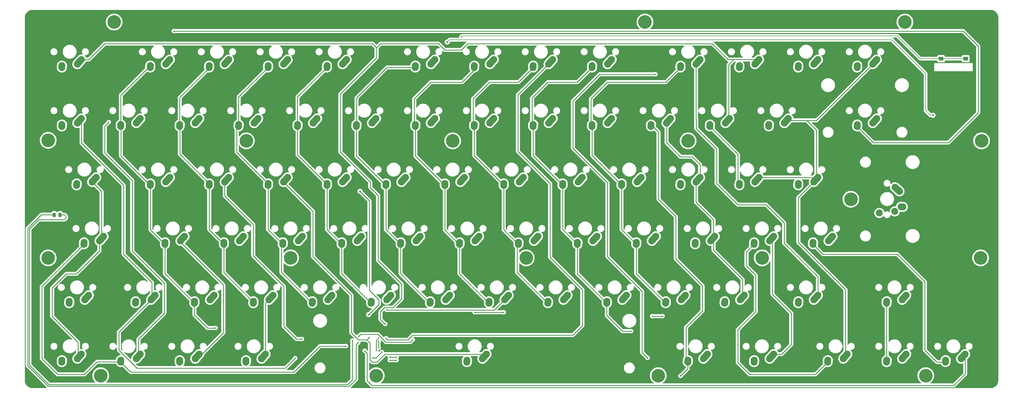
<source format=gbr>
%TF.GenerationSoftware,KiCad,Pcbnew,8.0.2-1*%
%TF.CreationDate,2024-08-02T01:43:08+02:00*%
%TF.ProjectId,keyboard,6b657962-6f61-4726-942e-6b696361645f,1.0*%
%TF.SameCoordinates,Original*%
%TF.FileFunction,Copper,L1,Top*%
%TF.FilePolarity,Positive*%
%FSLAX46Y46*%
G04 Gerber Fmt 4.6, Leading zero omitted, Abs format (unit mm)*
G04 Created by KiCad (PCBNEW 8.0.2-1) date 2024-08-02 01:43:08*
%MOMM*%
%LPD*%
G01*
G04 APERTURE LIST*
G04 Aperture macros list*
%AMRoundRect*
0 Rectangle with rounded corners*
0 $1 Rounding radius*
0 $2 $3 $4 $5 $6 $7 $8 $9 X,Y pos of 4 corners*
0 Add a 4 corners polygon primitive as box body*
4,1,4,$2,$3,$4,$5,$6,$7,$8,$9,$2,$3,0*
0 Add four circle primitives for the rounded corners*
1,1,$1+$1,$2,$3*
1,1,$1+$1,$4,$5*
1,1,$1+$1,$6,$7*
1,1,$1+$1,$8,$9*
0 Add four rect primitives between the rounded corners*
20,1,$1+$1,$2,$3,$4,$5,0*
20,1,$1+$1,$4,$5,$6,$7,0*
20,1,$1+$1,$6,$7,$8,$9,0*
20,1,$1+$1,$8,$9,$2,$3,0*%
%AMHorizOval*
0 Thick line with rounded ends*
0 $1 width*
0 $2 $3 position (X,Y) of the first rounded end (center of the circle)*
0 $4 $5 position (X,Y) of the second rounded end (center of the circle)*
0 Add line between two ends*
20,1,$1,$2,$3,$4,$5,0*
0 Add two circle primitives to create the rounded ends*
1,1,$1,$2,$3*
1,1,$1,$4,$5*%
G04 Aperture macros list end*
%TA.AperFunction,Conductor*%
%ADD10C,0.254000*%
%TD*%
%TA.AperFunction,ComponentPad*%
%ADD11HorizOval,2.250000X-0.655001X-0.730000X0.655001X0.730000X0*%
%TD*%
%TA.AperFunction,ComponentPad*%
%ADD12C,2.250000*%
%TD*%
%TA.AperFunction,ComponentPad*%
%ADD13HorizOval,2.250000X-0.020000X-0.290000X0.020000X0.290000X0*%
%TD*%
%TA.AperFunction,ComponentPad*%
%ADD14HorizOval,2.250000X0.290000X-0.019999X-0.290000X0.019999X0*%
%TD*%
%TA.AperFunction,ComponentPad*%
%ADD15HorizOval,2.250000X0.730004X-0.654995X-0.730004X0.654995X0*%
%TD*%
%TA.AperFunction,ComponentPad*%
%ADD16C,2.600000*%
%TD*%
%TA.AperFunction,ConnectorPad*%
%ADD17C,4.400000*%
%TD*%
%TA.AperFunction,SMDPad,CuDef*%
%ADD18R,1.550000X1.300000*%
%TD*%
%TA.AperFunction,SMDPad,CuDef*%
%ADD19RoundRect,0.243750X-0.243750X-0.456250X0.243750X-0.456250X0.243750X0.456250X-0.243750X0.456250X0*%
%TD*%
%TA.AperFunction,ViaPad*%
%ADD20C,0.457200*%
%TD*%
%TA.AperFunction,ViaPad*%
%ADD21C,0.610000*%
%TD*%
%TA.AperFunction,ViaPad*%
%ADD22C,0.406400*%
%TD*%
%TA.AperFunction,Conductor*%
%ADD23C,0.203200*%
%TD*%
%TA.AperFunction,Conductor*%
%ADD24C,0.152400*%
%TD*%
G04 APERTURE END LIST*
D10*
X65496012Y-148795372D02*
G75*
G02*
X65532000Y-150368004I-12J-786728D01*
G01*
D11*
X232482766Y-137470000D03*
D12*
X231827767Y-138200000D03*
D13*
X226807767Y-138990000D03*
D12*
X226787767Y-139280000D03*
D11*
X161045266Y-156520000D03*
D12*
X160390267Y-157250000D03*
D13*
X155370267Y-158040000D03*
D12*
X155350267Y-158330000D03*
D11*
X89607766Y-194620000D03*
D12*
X88952767Y-195350000D03*
D13*
X83932767Y-196140000D03*
D12*
X83912767Y-196430000D03*
D11*
X294395266Y-156520000D03*
D12*
X293740267Y-157250000D03*
D13*
X288720267Y-158040000D03*
D12*
X288700267Y-158330000D03*
D11*
X256295266Y-156520000D03*
D12*
X255640267Y-157250000D03*
D13*
X250620267Y-158040000D03*
D12*
X250600267Y-158330000D03*
D11*
X261057766Y-118420000D03*
D12*
X260402767Y-119150000D03*
D13*
X255382767Y-119940000D03*
D12*
X255362767Y-120230000D03*
X334221517Y-147725000D03*
D14*
X336511517Y-146244999D03*
D12*
X336801517Y-146265000D03*
X329221517Y-148225000D03*
D15*
X334991521Y-140569995D03*
D12*
X335721517Y-141225000D03*
D16*
X215013767Y-162756000D03*
D17*
X215013767Y-162756000D03*
D16*
X291313767Y-162756000D03*
D17*
X291313767Y-162756000D03*
D16*
X81773767Y-86496000D03*
D17*
X81773767Y-86496000D03*
D11*
X118182766Y-99370000D03*
D12*
X117527767Y-100100000D03*
D13*
X112507767Y-100890000D03*
D12*
X112487767Y-101180000D03*
D11*
X289632766Y-137470000D03*
D12*
X288977767Y-138200000D03*
D13*
X283957767Y-138990000D03*
D12*
X283937767Y-139280000D03*
D11*
X75320266Y-137470000D03*
D12*
X74665267Y-138200000D03*
D13*
X69645267Y-138990000D03*
D12*
X69625267Y-139280000D03*
D11*
X130089016Y-194620000D03*
D12*
X129434017Y-195350000D03*
D13*
X124414017Y-196140000D03*
D12*
X124394017Y-196430000D03*
D11*
X156282766Y-99370000D03*
D12*
X155627767Y-100100000D03*
D13*
X150607767Y-100890000D03*
D12*
X150587767Y-101180000D03*
D11*
X122945266Y-156520000D03*
D12*
X122290267Y-157250000D03*
D13*
X117270267Y-158040000D03*
D12*
X117250267Y-158330000D03*
D11*
X289632766Y-99370000D03*
D12*
X288977767Y-100100000D03*
D13*
X283957767Y-100890000D03*
D12*
X283937767Y-101180000D03*
D11*
X356307766Y-194620000D03*
D12*
X355652767Y-195350000D03*
D13*
X350632767Y-196140000D03*
D12*
X350612767Y-196430000D03*
D11*
X184857766Y-118420000D03*
D12*
X184202767Y-119150000D03*
D13*
X179182767Y-119940000D03*
D12*
X179162767Y-120230000D03*
D11*
X275345266Y-156520000D03*
D12*
X274690267Y-157250000D03*
D13*
X269670267Y-158040000D03*
D12*
X269650267Y-158330000D03*
D16*
X191263767Y-124906000D03*
D17*
X191263767Y-124906000D03*
D18*
X349170000Y-93850000D03*
X357130000Y-93850000D03*
X349170000Y-98350000D03*
X357130000Y-98350000D03*
D11*
X227720266Y-175570000D03*
D12*
X227065267Y-176300000D03*
D13*
X222045267Y-177090000D03*
D12*
X222025267Y-177380000D03*
D11*
X294395266Y-194620000D03*
D12*
X293740267Y-195350000D03*
D13*
X288720267Y-196140000D03*
D12*
X288700267Y-196430000D03*
D16*
X253443767Y-86496000D03*
D17*
X253443767Y-86496000D03*
D11*
X170570266Y-175570000D03*
D12*
X169915267Y-176300000D03*
D13*
X164895267Y-177090000D03*
D12*
X164875267Y-177380000D03*
D11*
X251532766Y-137470000D03*
D12*
X250877767Y-138200000D03*
D13*
X245857767Y-138990000D03*
D12*
X245837767Y-139280000D03*
D16*
X60463767Y-124736000D03*
D17*
X60463767Y-124736000D03*
D11*
X137232766Y-137470000D03*
D12*
X136577767Y-138200000D03*
D13*
X131557767Y-138990000D03*
D12*
X131537767Y-139280000D03*
D11*
X165807766Y-118420000D03*
D12*
X165152767Y-119150000D03*
D13*
X160132767Y-119940000D03*
D12*
X160112767Y-120230000D03*
D11*
X280107766Y-118420000D03*
D12*
X279452767Y-119150000D03*
D13*
X274432767Y-119940000D03*
D12*
X274412767Y-120230000D03*
D11*
X156282766Y-137470000D03*
D12*
X155627767Y-138200000D03*
D13*
X150607767Y-138990000D03*
D12*
X150587767Y-139280000D03*
D11*
X203907766Y-99370000D03*
D12*
X203252767Y-100100000D03*
D13*
X198232767Y-100890000D03*
D12*
X198212767Y-101180000D03*
D11*
X118182766Y-137470000D03*
D12*
X117527767Y-138200000D03*
D13*
X112507767Y-138990000D03*
D12*
X112487767Y-139280000D03*
D11*
X77701516Y-156520000D03*
D12*
X77046517Y-157250000D03*
D13*
X72026517Y-158040000D03*
D12*
X72006517Y-158330000D03*
D11*
X327732766Y-118420000D03*
D12*
X327077767Y-119150000D03*
D13*
X322057767Y-119940000D03*
D12*
X322037767Y-120230000D03*
D11*
X201526516Y-194620000D03*
D12*
X200871517Y-195350000D03*
D13*
X195851517Y-196140000D03*
D12*
X195831517Y-196430000D03*
D11*
X308682766Y-175570000D03*
D12*
X308027767Y-176300000D03*
D13*
X303007767Y-177090000D03*
D12*
X302987767Y-177380000D03*
D11*
X313445266Y-156520000D03*
D12*
X312790267Y-157250000D03*
D13*
X307770267Y-158040000D03*
D12*
X307750267Y-158330000D03*
D11*
X99132766Y-99370000D03*
D12*
X98477767Y-100100000D03*
D13*
X93457767Y-100890000D03*
D12*
X93437767Y-101180000D03*
D11*
X318207766Y-194620000D03*
D12*
X317552767Y-195350000D03*
D13*
X312532767Y-196140000D03*
D12*
X312512767Y-196430000D03*
D16*
X320003767Y-143786000D03*
D17*
X320003767Y-143786000D03*
D11*
X72939016Y-175570000D03*
D12*
X72284017Y-176300000D03*
D13*
X67264017Y-177090000D03*
D12*
X67244017Y-177380000D03*
D11*
X213432766Y-137470000D03*
D12*
X212777767Y-138200000D03*
D13*
X207757767Y-138990000D03*
D12*
X207737767Y-139280000D03*
D11*
X299157766Y-118420000D03*
D12*
X298502767Y-119150000D03*
D13*
X293482767Y-119940000D03*
D12*
X293462767Y-120230000D03*
D16*
X362253767Y-124906000D03*
D17*
X362253767Y-124906000D03*
D11*
X70557766Y-118420000D03*
D12*
X69902767Y-119150000D03*
D13*
X64882767Y-119940000D03*
D12*
X64862767Y-120230000D03*
D11*
X113420266Y-175570000D03*
D12*
X112765267Y-176300000D03*
D13*
X107745267Y-177090000D03*
D12*
X107725267Y-177380000D03*
D16*
X267373767Y-124906000D03*
D17*
X267373767Y-124906000D03*
D11*
X308682766Y-137470000D03*
D12*
X308027767Y-138200000D03*
D13*
X303007767Y-138990000D03*
D12*
X302987767Y-139280000D03*
D11*
X194382766Y-137470000D03*
D12*
X193727767Y-138200000D03*
D13*
X188707767Y-138990000D03*
D12*
X188687767Y-139280000D03*
D16*
X166543767Y-200836000D03*
D17*
X166543767Y-200836000D03*
D16*
X337500000Y-86516000D03*
D17*
X337500000Y-86516000D03*
D11*
X103895266Y-156520000D03*
D12*
X103240267Y-157250000D03*
D13*
X98220267Y-158040000D03*
D12*
X98200267Y-158330000D03*
D11*
X272964016Y-194620000D03*
D12*
X272309017Y-195350000D03*
D13*
X267289017Y-196140000D03*
D12*
X267269017Y-196430000D03*
D11*
X89607766Y-118420000D03*
D12*
X88952767Y-119150000D03*
D13*
X83932767Y-119940000D03*
D12*
X83912767Y-120230000D03*
D11*
X246770266Y-175570000D03*
D12*
X246115267Y-176300000D03*
D13*
X241095267Y-177090000D03*
D12*
X241075267Y-177380000D03*
D16*
X77433767Y-200836000D03*
D17*
X77433767Y-200836000D03*
D16*
X257713767Y-200836000D03*
D17*
X257713767Y-200836000D03*
D11*
X270582766Y-99370000D03*
D12*
X269927767Y-100100000D03*
D13*
X264907767Y-100890000D03*
D12*
X264887767Y-101180000D03*
D11*
X218195266Y-156520000D03*
D12*
X217540267Y-157250000D03*
D13*
X212520267Y-158040000D03*
D12*
X212500267Y-158330000D03*
D16*
X344213767Y-200836000D03*
D17*
X344213767Y-200836000D03*
D11*
X108657766Y-118420000D03*
D12*
X108002767Y-119150000D03*
D13*
X102982767Y-119940000D03*
D12*
X102962767Y-120230000D03*
D11*
X146757766Y-118420000D03*
D12*
X146102767Y-119150000D03*
D13*
X141082767Y-119940000D03*
D12*
X141062767Y-120230000D03*
D11*
X327732766Y-99370000D03*
D12*
X327077767Y-100100000D03*
D13*
X322057767Y-100890000D03*
D12*
X322037767Y-101180000D03*
D11*
X108657766Y-194620000D03*
D12*
X108002767Y-195350000D03*
D13*
X102982767Y-196140000D03*
D12*
X102962767Y-196430000D03*
D11*
X222957766Y-118420000D03*
D12*
X222302767Y-119150000D03*
D13*
X217282767Y-119940000D03*
D12*
X217262767Y-120230000D03*
D19*
X62387000Y-148844000D03*
X64262000Y-148844000D03*
D11*
X337257766Y-175570000D03*
D12*
X336602767Y-176300000D03*
D13*
X331582767Y-177090000D03*
D12*
X331562767Y-177380000D03*
D16*
X60463767Y-162756000D03*
D17*
X60463767Y-162756000D03*
D11*
X208670266Y-175570000D03*
D12*
X208015267Y-176300000D03*
D13*
X202995267Y-177090000D03*
D12*
X202975267Y-177380000D03*
D11*
X265820266Y-175570000D03*
D12*
X265165267Y-176300000D03*
D13*
X260145267Y-177090000D03*
D12*
X260125267Y-177380000D03*
D11*
X242007766Y-99370000D03*
D12*
X241352767Y-100100000D03*
D13*
X236332767Y-100890000D03*
D12*
X236312767Y-101180000D03*
D11*
X242007766Y-118420000D03*
D12*
X241352767Y-119150000D03*
D13*
X236332767Y-119940000D03*
D12*
X236312767Y-120230000D03*
D11*
X70557766Y-194620000D03*
D12*
X69902767Y-195350000D03*
D13*
X64882767Y-196140000D03*
D12*
X64862767Y-196430000D03*
D11*
X175332766Y-137470000D03*
D12*
X174677767Y-138200000D03*
D13*
X169657767Y-138990000D03*
D12*
X169637767Y-139280000D03*
D11*
X237245266Y-156520000D03*
D12*
X236590267Y-157250000D03*
D13*
X231570267Y-158040000D03*
D12*
X231550267Y-158330000D03*
D16*
X138863767Y-162756000D03*
D17*
X138863767Y-162756000D03*
D11*
X70557766Y-99370000D03*
D12*
X69902767Y-100100000D03*
D13*
X64882767Y-100890000D03*
D12*
X64862767Y-101180000D03*
D11*
X151520266Y-175570000D03*
D12*
X150865267Y-176300000D03*
D13*
X145845267Y-177090000D03*
D12*
X145825267Y-177380000D03*
D11*
X270582766Y-137470000D03*
D12*
X269927767Y-138200000D03*
D13*
X264907767Y-138990000D03*
D12*
X264887767Y-139280000D03*
D11*
X203907766Y-118420000D03*
D12*
X203252767Y-119150000D03*
D13*
X198232767Y-119940000D03*
D12*
X198212767Y-120230000D03*
D11*
X127707766Y-118420000D03*
D12*
X127052767Y-119150000D03*
D13*
X122032767Y-119940000D03*
D12*
X122012767Y-120230000D03*
D16*
X361963767Y-162756000D03*
D17*
X361963767Y-162756000D03*
D11*
X94370266Y-175570000D03*
D12*
X93715267Y-176300000D03*
D13*
X88695267Y-177090000D03*
D12*
X88675267Y-177380000D03*
D11*
X99132766Y-137470000D03*
D12*
X98477767Y-138200000D03*
D13*
X93457767Y-138990000D03*
D12*
X93437767Y-139280000D03*
D11*
X137232766Y-99370000D03*
D12*
X136577767Y-100100000D03*
D13*
X131557767Y-100890000D03*
D12*
X131537767Y-101180000D03*
D11*
X180095266Y-156520000D03*
D12*
X179440267Y-157250000D03*
D13*
X174420267Y-158040000D03*
D12*
X174400267Y-158330000D03*
D11*
X308682766Y-99370000D03*
D12*
X308027767Y-100100000D03*
D13*
X303007767Y-100890000D03*
D12*
X302987767Y-101180000D03*
D11*
X132470266Y-175570000D03*
D12*
X131815267Y-176300000D03*
D13*
X126795267Y-177090000D03*
D12*
X126775267Y-177380000D03*
D11*
X222944999Y-99370000D03*
D12*
X222290000Y-100100000D03*
D13*
X217270000Y-100890000D03*
D12*
X217250000Y-101180000D03*
D16*
X124543767Y-124906000D03*
D17*
X124543767Y-124906000D03*
D11*
X199145266Y-156520000D03*
D12*
X198490267Y-157250000D03*
D13*
X193470267Y-158040000D03*
D12*
X193450267Y-158330000D03*
D11*
X141995266Y-156520000D03*
D12*
X141340267Y-157250000D03*
D13*
X136320267Y-158040000D03*
D12*
X136300267Y-158330000D03*
D11*
X184857766Y-99370000D03*
D12*
X184202767Y-100100000D03*
D13*
X179182767Y-100890000D03*
D12*
X179162767Y-101180000D03*
D11*
X189620266Y-175570000D03*
D12*
X188965267Y-176300000D03*
D13*
X183945267Y-177090000D03*
D12*
X183925267Y-177380000D03*
D11*
X337257766Y-194620000D03*
D12*
X336602767Y-195350000D03*
D13*
X331582767Y-196140000D03*
D12*
X331562767Y-196430000D03*
D11*
X284870266Y-175570000D03*
D12*
X284215267Y-176300000D03*
D13*
X279195267Y-177090000D03*
D12*
X279175267Y-177380000D03*
D20*
X158793767Y-189484000D03*
X160703351Y-190135117D03*
D21*
X346584125Y-116635756D03*
X189484000Y-92964000D03*
D22*
X194056000Y-91275236D03*
D20*
X80010000Y-118872000D03*
X142494000Y-188976000D03*
X114554000Y-185420000D03*
X101092000Y-89408000D03*
X178308000Y-189230000D03*
X160785767Y-188152383D03*
X156718000Y-191262000D03*
D21*
X161290000Y-141224000D03*
X164084000Y-181102000D03*
D20*
X164293767Y-188468000D03*
X140335000Y-195199000D03*
X162814000Y-192786000D03*
X169926000Y-179578000D03*
X167285767Y-191770000D03*
X167285767Y-189716578D03*
X166566258Y-192716742D03*
X167285767Y-188722000D03*
X170942000Y-195834000D03*
X264922000Y-200914000D03*
X173093881Y-195834000D03*
X170942000Y-194818000D03*
X173093881Y-194818000D03*
X256794000Y-103378000D03*
X165354000Y-195072000D03*
X168301767Y-193193767D03*
X254254000Y-195072000D03*
X169672000Y-188722000D03*
X169418000Y-184150000D03*
X248920000Y-186436000D03*
X207772000Y-180340000D03*
X198374000Y-180340000D03*
X259080000Y-181610000D03*
X255778000Y-181610000D03*
D21*
X117348000Y-194818000D03*
X161544000Y-184912000D03*
X169418000Y-198120000D03*
X131572000Y-159766000D03*
X210312000Y-96266000D03*
X137668000Y-194310000D03*
X97282000Y-195580000D03*
X343662000Y-93726000D03*
D22*
X350212746Y-119001742D03*
D21*
X351536000Y-113030000D03*
X115062000Y-120142000D03*
X90170000Y-184150000D03*
X346710000Y-120650000D03*
X91440000Y-202438000D03*
X266954000Y-119380000D03*
X95758000Y-119888000D03*
X346456000Y-111760000D03*
X139954000Y-177800000D03*
D20*
X157734000Y-189738000D03*
X189484000Y-87376000D03*
D21*
X174752000Y-184404000D03*
X229616000Y-96266000D03*
D10*
X158793767Y-189484000D02*
X158794478Y-189484711D01*
X157226000Y-203708000D02*
X60706000Y-203708000D01*
X54356000Y-153416000D02*
X57404000Y-150368000D01*
X65496012Y-148795372D02*
X65490640Y-148790000D01*
X60706000Y-203708000D02*
X54356000Y-197358000D01*
X57404000Y-150368000D02*
X65532000Y-150368000D01*
X65490640Y-148790000D02*
X64332767Y-148790000D01*
X158794478Y-202139522D02*
X157226000Y-203708000D01*
X54356000Y-197358000D02*
X54356000Y-153416000D01*
X158794478Y-189484711D02*
X158794478Y-202139522D01*
X58220000Y-148790000D02*
X62457767Y-148790000D01*
X60452000Y-204216000D02*
X53848000Y-197612000D01*
X157800736Y-204216000D02*
X60452000Y-204216000D01*
X160703351Y-190135117D02*
X160020000Y-190818468D01*
X160020000Y-201996736D02*
X157800736Y-204216000D01*
X53848000Y-197612000D02*
X53848000Y-153162000D01*
X53848000Y-153162000D02*
X58220000Y-148790000D01*
X160020000Y-190818468D02*
X160020000Y-201996736D01*
D23*
X344170000Y-103124000D02*
X344170000Y-115062000D01*
X344170000Y-115062000D02*
X345743756Y-116635756D01*
X189484000Y-92964000D02*
X190246000Y-92202000D01*
X345743756Y-116635756D02*
X346584125Y-116635756D01*
X190246000Y-92202000D02*
X333248000Y-92202000D01*
X333248000Y-92202000D02*
X344170000Y-103124000D01*
D24*
X194056000Y-91275236D02*
X194399236Y-90932000D01*
X342444000Y-98350000D02*
X349170000Y-98350000D01*
X349170000Y-98350000D02*
X357130000Y-98350000D01*
X335026000Y-90932000D02*
X342444000Y-98350000D01*
X194399236Y-90932000D02*
X335026000Y-90932000D01*
D10*
X89662000Y-188976000D02*
X89662000Y-193289233D01*
X98044000Y-180594000D02*
X89662000Y-188976000D01*
X78740000Y-128778000D02*
X87630000Y-137668000D01*
X87630000Y-160528000D02*
X98044000Y-170942000D01*
X78740000Y-120142000D02*
X78740000Y-128778000D01*
X89662000Y-193289233D02*
X90262767Y-193890000D01*
X80010000Y-118872000D02*
X78740000Y-120142000D01*
X98044000Y-170942000D02*
X98044000Y-180594000D01*
X87630000Y-137668000D02*
X87630000Y-160528000D01*
X136652000Y-184912000D02*
X136652000Y-171958000D01*
X117527767Y-142673767D02*
X117527767Y-138200000D01*
X126746000Y-162052000D02*
X126746000Y-151892000D01*
X142494000Y-188976000D02*
X140716000Y-188976000D01*
X126746000Y-151892000D02*
X117527767Y-142673767D01*
X136652000Y-171958000D02*
X126746000Y-162052000D01*
X140716000Y-188976000D02*
X136652000Y-184912000D01*
X83912767Y-110165000D02*
X83912767Y-120230000D01*
D24*
X322037767Y-119610000D02*
X322077767Y-119650000D01*
D10*
X361188000Y-115824000D02*
X351536000Y-125476000D01*
X107725267Y-181131267D02*
X107725267Y-177380000D01*
X351536000Y-125476000D02*
X327283767Y-125476000D01*
X356362000Y-89408000D02*
X361188000Y-94234000D01*
X101092000Y-89408000D02*
X356362000Y-89408000D01*
X83952767Y-129795000D02*
X93437767Y-139280000D01*
X361188000Y-94234000D02*
X361188000Y-115824000D01*
X327283767Y-125476000D02*
X322037767Y-120230000D01*
X93477767Y-138700000D02*
X93477767Y-153607500D01*
X112014000Y-185420000D02*
X107725267Y-181131267D01*
X98200267Y-167855000D02*
X107725267Y-177380000D01*
X114554000Y-185420000D02*
X112014000Y-185420000D01*
X93477767Y-100600000D02*
X83912767Y-110165000D01*
X83952767Y-119650000D02*
X83952767Y-129795000D01*
X98200267Y-158330000D02*
X93477767Y-153607500D01*
X98200267Y-158330000D02*
X98200267Y-167855000D01*
X122012767Y-110705000D02*
X122012767Y-120230000D01*
X131537767Y-101180000D02*
X122012767Y-110705000D01*
D24*
X122052767Y-119650000D02*
X121412000Y-120290767D01*
D10*
X135890000Y-167444733D02*
X145825267Y-177380000D01*
X121412000Y-128524000D02*
X131577767Y-138689767D01*
X131537767Y-153567500D02*
X131537767Y-139280000D01*
X135890000Y-166824733D02*
X135890000Y-167444733D01*
X136300267Y-158330000D02*
X131537767Y-153567500D01*
D24*
X136300267Y-158330000D02*
X135890000Y-158740267D01*
X131577767Y-138689767D02*
X131577767Y-138700000D01*
D10*
X121412000Y-120290767D02*
X121412000Y-128524000D01*
X135890000Y-158740267D02*
X135890000Y-166824733D01*
X178308000Y-189230000D02*
X177546000Y-189992000D01*
X161486150Y-187452000D02*
X160785767Y-188152383D01*
X169672000Y-189992000D02*
X167132000Y-187452000D01*
X177546000Y-189992000D02*
X169672000Y-189992000D01*
X167132000Y-187452000D02*
X161486150Y-187452000D01*
X83854936Y-196372169D02*
X83912767Y-196430000D01*
X58420000Y-171958000D02*
X58420000Y-195326000D01*
X148336000Y-191262000D02*
X139954000Y-199644000D01*
X72006517Y-158371483D02*
X58420000Y-171958000D01*
X76169831Y-196372169D02*
X83854936Y-196372169D01*
X72006517Y-158330000D02*
X72006517Y-158371483D01*
X139954000Y-199644000D02*
X87126767Y-199644000D01*
X58420000Y-195326000D02*
X63500000Y-200406000D01*
X156718000Y-191262000D02*
X148336000Y-191262000D01*
X72136000Y-200406000D02*
X76169831Y-196372169D01*
X63500000Y-200406000D02*
X72136000Y-200406000D01*
X87126767Y-199644000D02*
X83912767Y-196430000D01*
X167386000Y-177800000D02*
X167386000Y-176276000D01*
X164084000Y-181102000D02*
X167386000Y-177800000D01*
X164338000Y-173228000D02*
X164338000Y-144272000D01*
X167386000Y-176276000D02*
X164338000Y-173228000D01*
X164338000Y-144272000D02*
X161290000Y-141224000D01*
X163525822Y-189230000D02*
X164490279Y-190194457D01*
X163525822Y-189230000D02*
X160782000Y-189230000D01*
X169330000Y-193890000D02*
X202181517Y-193890000D01*
X158496000Y-186944000D02*
X158496000Y-174752000D01*
X165227000Y-196469000D02*
X166751000Y-196469000D01*
X146050000Y-147672233D02*
X136577767Y-138200000D01*
X164293767Y-188468000D02*
X164287822Y-188468000D01*
X158496000Y-174752000D02*
X146050000Y-162306000D01*
X160782000Y-189230000D02*
X158496000Y-186944000D01*
X164490279Y-195732279D02*
X165227000Y-196469000D01*
X166751000Y-196469000D02*
X169330000Y-193890000D01*
X164490279Y-190194457D02*
X164490279Y-195732279D01*
X146050000Y-162306000D02*
X146050000Y-147672233D01*
X164287822Y-188468000D02*
X163525822Y-189230000D01*
X150587767Y-101180000D02*
X141062767Y-110705000D01*
D24*
X150384000Y-138700000D02*
X150627767Y-138700000D01*
D10*
X155350267Y-167855000D02*
X164875267Y-177380000D01*
X150587767Y-153572078D02*
X150587767Y-139280000D01*
X141062767Y-129378767D02*
X150384000Y-138700000D01*
D24*
X150592345Y-153572078D02*
X150587767Y-153572078D01*
D10*
X155350267Y-158330000D02*
X150592345Y-153572078D01*
X155350267Y-158330000D02*
X155350267Y-167235000D01*
X141062767Y-120230000D02*
X141062767Y-129378767D01*
X141062767Y-110705000D02*
X141062767Y-120230000D01*
X155350267Y-167235000D02*
X155350267Y-167855000D01*
X117094000Y-171450000D02*
X103240267Y-157596267D01*
X117094000Y-186944000D02*
X117094000Y-171450000D01*
X109312767Y-193890000D02*
X110148000Y-193890000D01*
X110148000Y-193890000D02*
X117094000Y-186944000D01*
X103240267Y-157596267D02*
X103240267Y-157250000D01*
X308864000Y-136266233D02*
X308864000Y-121412000D01*
X83312000Y-186703267D02*
X93715267Y-176300000D01*
X140335000Y-195199000D02*
X137160000Y-198374000D01*
X308864000Y-121412000D02*
X305765767Y-118313767D01*
X303022000Y-143205767D02*
X303022000Y-157734000D01*
X353314000Y-203962000D02*
X356962767Y-200313233D01*
X309337767Y-136740000D02*
X308864000Y-136266233D01*
X137160000Y-198374000D02*
X89154000Y-198374000D01*
X305765767Y-118313767D02*
X303276000Y-118313767D01*
X163576000Y-202438000D02*
X165100000Y-203962000D01*
X300436534Y-118313767D02*
X299812767Y-117690000D01*
X308027767Y-138200000D02*
X303022000Y-143205767D01*
X318262000Y-193289233D02*
X318862767Y-193890000D01*
X309337767Y-136740000D02*
X290287767Y-136740000D01*
X84836000Y-139192000D02*
X71212767Y-125568767D01*
X89154000Y-198374000D02*
X83312000Y-192532000D01*
X303022000Y-157734000D02*
X318262000Y-172974000D01*
X93980000Y-176035267D02*
X93980000Y-170688000D01*
X318262000Y-172974000D02*
X318262000Y-193289233D01*
X303276000Y-118313767D02*
X300436534Y-118313767D01*
X356962767Y-200313233D02*
X356962767Y-193890000D01*
X308864000Y-118313767D02*
X303276000Y-118313767D01*
X71212767Y-125568767D02*
X71212767Y-117690000D01*
X83312000Y-192532000D02*
X83312000Y-186703267D01*
X163576000Y-193548000D02*
X163576000Y-202438000D01*
X309487767Y-117690000D02*
X308864000Y-118313767D01*
X93715267Y-176300000D02*
X93980000Y-176035267D01*
X327077767Y-100100000D02*
X309487767Y-117690000D01*
X93980000Y-170688000D02*
X84836000Y-161544000D01*
X165100000Y-203962000D02*
X353314000Y-203962000D01*
X162814000Y-192786000D02*
X163576000Y-193548000D01*
X84836000Y-161544000D02*
X84836000Y-139192000D01*
X130744017Y-193890000D02*
X130744017Y-177371250D01*
X204737267Y-179578000D02*
X208015267Y-176300000D01*
X169926000Y-179578000D02*
X204737267Y-179578000D01*
X130744017Y-177371250D02*
X131815267Y-176300000D01*
X169637767Y-139280000D02*
X160112767Y-129755000D01*
X174400267Y-167855000D02*
X183925267Y-177380000D01*
X283464000Y-138186233D02*
X283977767Y-138700000D01*
X169637767Y-153567500D02*
X169637767Y-139280000D01*
X179162767Y-101180000D02*
X169965000Y-101180000D01*
X174400267Y-158330000D02*
X169637767Y-153567500D01*
X169965000Y-101180000D02*
X160152767Y-110992233D01*
X160112767Y-129755000D02*
X160112767Y-120230000D01*
X160152767Y-110992233D02*
X160152767Y-119650000D01*
X174400267Y-167235000D02*
X174400267Y-167855000D01*
X274412767Y-120230000D02*
X283464000Y-129281233D01*
X174400267Y-158330000D02*
X174400267Y-167235000D01*
X283464000Y-129281233D02*
X283464000Y-138186233D01*
X167285767Y-189716578D02*
X167285767Y-191770000D01*
X74665267Y-138200000D02*
X77724000Y-141258733D01*
X66294000Y-167894000D02*
X61722000Y-172466000D01*
X61722000Y-181610000D02*
X70104000Y-189992000D01*
X77046517Y-160443483D02*
X69596000Y-167894000D01*
X167285767Y-188722000D02*
X166566258Y-189441509D01*
X61722000Y-172466000D02*
X61722000Y-181610000D01*
X166566258Y-189441509D02*
X166566258Y-192716742D01*
X294640000Y-174498000D02*
X294640000Y-158149733D01*
X300736000Y-190754000D02*
X300736000Y-180594000D01*
X70104000Y-189992000D02*
X70104000Y-195148767D01*
X77724000Y-155157483D02*
X78356517Y-155790000D01*
X77046517Y-157250000D02*
X77046517Y-160443483D01*
X297600000Y-193890000D02*
X300736000Y-190754000D01*
X300736000Y-180594000D02*
X294640000Y-174498000D01*
X294640000Y-158149733D02*
X293740267Y-157250000D01*
X295050267Y-193890000D02*
X297600000Y-193890000D01*
X77724000Y-141258733D02*
X77724000Y-155157483D01*
X69596000Y-167894000D02*
X66294000Y-167894000D01*
X272034000Y-171704000D02*
X272034000Y-179832000D01*
X267269017Y-196430000D02*
X267269017Y-198566983D01*
X272034000Y-179832000D02*
X266700000Y-185166000D01*
X257810000Y-122057233D02*
X257810000Y-143764000D01*
X263398000Y-163068000D02*
X272034000Y-171704000D01*
X257810000Y-143764000D02*
X263398000Y-149352000D01*
X173058489Y-195834000D02*
X170942000Y-195834000D01*
X266700000Y-185166000D02*
X266700000Y-195240983D01*
X266700000Y-195240983D02*
X267309017Y-195850000D01*
X263398000Y-149352000D02*
X263398000Y-163068000D01*
X267269017Y-198566983D02*
X264922000Y-200914000D01*
X255402767Y-119650000D02*
X257810000Y-122057233D01*
X283977767Y-100600000D02*
X283977767Y-102113767D01*
X166433500Y-195072000D02*
X168301767Y-193203733D01*
X241300000Y-138430000D02*
X241300000Y-162306000D01*
X173093881Y-194818000D02*
X170942000Y-194818000D01*
X168301767Y-193203733D02*
X168301767Y-193193767D01*
X256794000Y-103378000D02*
X238760000Y-103378000D01*
X230124000Y-127254000D02*
X241300000Y-138430000D01*
X238760000Y-103378000D02*
X230124000Y-112014000D01*
X230124000Y-112014000D02*
X230124000Y-127254000D01*
X254254000Y-195072000D02*
X252476000Y-193294000D01*
X252476000Y-173482000D02*
X252476000Y-192278000D01*
X165354000Y-195072000D02*
X166433500Y-195072000D01*
X252476000Y-193294000D02*
X252476000Y-192278000D01*
X241300000Y-162306000D02*
X252476000Y-173482000D01*
X212500267Y-158330000D02*
X212090000Y-158740267D01*
X288700267Y-158330000D02*
X286258000Y-160772267D01*
X311928000Y-195850000D02*
X312552767Y-195850000D01*
X197866000Y-111252000D02*
X197866000Y-119263233D01*
X289237383Y-168333383D02*
X289237383Y-180154617D01*
X283464000Y-185928000D02*
X283464000Y-196596000D01*
X212090000Y-166824733D02*
X212090000Y-167444733D01*
X212512000Y-105918000D02*
X203200000Y-105918000D01*
X283464000Y-196596000D02*
X287274000Y-200406000D01*
X211852000Y-157750000D02*
X212540267Y-157750000D01*
X212090000Y-158740267D02*
X212090000Y-166824733D01*
X217250000Y-101180000D02*
X212512000Y-105918000D01*
X286258000Y-160772267D02*
X286258000Y-165354000D01*
X203200000Y-105918000D02*
X197866000Y-111252000D01*
X212090000Y-167444733D02*
X222025267Y-177380000D01*
X308536767Y-200406000D02*
X312512767Y-196430000D01*
X286258000Y-165354000D02*
X289237383Y-168333383D01*
X197866000Y-119263233D02*
X198252767Y-119650000D01*
X287274000Y-200406000D02*
X308536767Y-200406000D01*
X207737767Y-139280000D02*
X207737767Y-153635767D01*
X198212767Y-129632767D02*
X198212767Y-120230000D01*
X289237383Y-180154617D02*
X283464000Y-185928000D01*
X207777767Y-138700000D02*
X207280000Y-138700000D01*
X207280000Y-138700000D02*
X198212767Y-129632767D01*
X207737767Y-153635767D02*
X211852000Y-157750000D01*
X176784000Y-189230000D02*
X178308000Y-187706000D01*
X276606000Y-127508000D02*
X276606000Y-138684000D01*
X269927767Y-117783018D02*
X270002000Y-117857251D01*
X212344000Y-128270000D02*
X212344000Y-110046000D01*
X169672000Y-188722000D02*
X170180000Y-189230000D01*
X309351767Y-174826000D02*
X309337767Y-174840000D01*
X269927767Y-100100000D02*
X269927767Y-117783018D01*
X178308000Y-187706000D02*
X230124000Y-187706000D01*
X270002000Y-117857251D02*
X270002000Y-120904000D01*
X170180000Y-189230000D02*
X176784000Y-189230000D01*
X292608000Y-145542000D02*
X298450000Y-151384000D01*
X233172000Y-172974000D02*
X222758000Y-162560000D01*
X309351767Y-168889767D02*
X309351767Y-174826000D01*
X212344000Y-110046000D02*
X222290000Y-100100000D01*
X222758000Y-138684000D02*
X212344000Y-128270000D01*
X298450000Y-151384000D02*
X298450000Y-157988000D01*
X222758000Y-162560000D02*
X222758000Y-138684000D01*
X230124000Y-187706000D02*
X233172000Y-184658000D01*
X283464000Y-145542000D02*
X292608000Y-145542000D01*
X298450000Y-157988000D02*
X309351767Y-168889767D01*
X276606000Y-138684000D02*
X283464000Y-145542000D01*
X233172000Y-184658000D02*
X233172000Y-172974000D01*
X270002000Y-120904000D02*
X276606000Y-127508000D01*
X154940000Y-109728000D02*
X166624000Y-98044000D01*
X269927767Y-144705767D02*
X275590000Y-150368000D01*
X73572000Y-98640000D02*
X71212767Y-98640000D01*
X166624000Y-94742000D02*
X167894000Y-93472000D01*
X280488888Y-100257112D02*
X282120209Y-98625791D01*
X284988000Y-169672000D02*
X284988000Y-174302733D01*
X167132000Y-163576000D02*
X167132000Y-142494000D01*
X275590000Y-150368000D02*
X275590000Y-155379733D01*
X78740000Y-93472000D02*
X73572000Y-98640000D01*
X167132000Y-142494000D02*
X164592000Y-139954000D01*
X290273558Y-98625791D02*
X282194000Y-98625791D01*
X171958000Y-178816000D02*
X174752000Y-176022000D01*
X174752000Y-176022000D02*
X174752000Y-171196000D01*
X290287767Y-98640000D02*
X290273558Y-98625791D01*
X280762767Y-117690000D02*
X280488888Y-117416121D01*
X164592000Y-138176000D02*
X154940000Y-128524000D01*
X271237767Y-132553767D02*
X271237767Y-136740000D01*
X186690000Y-93472000D02*
X188722000Y-95504000D01*
X166624000Y-98044000D02*
X166624000Y-94742000D01*
X260402767Y-125528767D02*
X264922000Y-130048000D01*
X154940000Y-128524000D02*
X154940000Y-109728000D01*
X167894000Y-182626000D02*
X167894000Y-180086000D01*
X166624000Y-94742000D02*
X165354000Y-93472000D01*
X275590000Y-156200267D02*
X275590000Y-160274000D01*
X264922000Y-130048000D02*
X268732000Y-130048000D01*
X284988000Y-174302733D02*
X285525267Y-174840000D01*
X169418000Y-184150000D02*
X167894000Y-182626000D01*
X275590000Y-155379733D02*
X276000267Y-155790000D01*
X260402767Y-119150000D02*
X260402767Y-125528767D01*
X276000267Y-155790000D02*
X275590000Y-156200267D01*
X194056000Y-95504000D02*
X196088000Y-93472000D01*
X188722000Y-95504000D02*
X194056000Y-95504000D01*
X167894000Y-93472000D02*
X186690000Y-93472000D01*
X280488888Y-117416121D02*
X280488888Y-100257112D01*
X282120209Y-98625791D02*
X282194000Y-98625791D01*
X196088000Y-93472000D02*
X275208549Y-93472000D01*
X275590000Y-160274000D02*
X284988000Y-169672000D01*
X280416000Y-117343233D02*
X280762767Y-117690000D01*
X280362340Y-98625791D02*
X282194000Y-98625791D01*
X164592000Y-139954000D02*
X164592000Y-138176000D01*
X174752000Y-171196000D02*
X167132000Y-163576000D01*
X164846000Y-93472000D02*
X78740000Y-93472000D01*
X169164000Y-178816000D02*
X171958000Y-178816000D01*
X165354000Y-93472000D02*
X164846000Y-93472000D01*
X269927767Y-138200000D02*
X269927767Y-144705767D01*
X167894000Y-180086000D02*
X169164000Y-178816000D01*
X268732000Y-130048000D02*
X271237767Y-132553767D01*
X275208549Y-93472000D02*
X280362340Y-98625791D01*
X231550267Y-167855000D02*
X241075267Y-177380000D01*
X217262767Y-120230000D02*
X217262767Y-129632767D01*
X231574767Y-105918000D02*
X221996000Y-105918000D01*
X331562767Y-177380000D02*
X331562767Y-195810000D01*
X216916000Y-119263233D02*
X217302767Y-119650000D01*
X236312767Y-101180000D02*
X231574767Y-105918000D01*
X231550267Y-158330000D02*
X231550267Y-167091252D01*
X248920000Y-186436000D02*
X246126000Y-186436000D01*
X221996000Y-105918000D02*
X216916000Y-110998000D01*
X241075267Y-181385267D02*
X241075267Y-177380000D01*
X217262767Y-129632767D02*
X226330000Y-138700000D01*
X231550267Y-167855000D02*
X231550267Y-167091252D01*
X198374000Y-180340000D02*
X207772000Y-180340000D01*
X331562767Y-195810000D02*
X331602767Y-195850000D01*
X246126000Y-186436000D02*
X241075267Y-181385267D01*
X226787767Y-139280000D02*
X226787767Y-153567500D01*
X241115267Y-176656252D02*
X241115267Y-176800000D01*
X226330000Y-138700000D02*
X226827767Y-138700000D01*
X226787767Y-153567500D02*
X231550267Y-158330000D01*
X216916000Y-110998000D02*
X216916000Y-119263233D01*
X194310000Y-105918000D02*
X184150000Y-105918000D01*
X193450267Y-158330000D02*
X193450267Y-167235000D01*
X198252767Y-101975233D02*
X194310000Y-105918000D01*
X179162767Y-129755000D02*
X179162767Y-120230000D01*
X178816000Y-111252000D02*
X178816000Y-119263233D01*
X255778000Y-181610000D02*
X259080000Y-181610000D01*
X193450267Y-167235000D02*
X193450267Y-167855000D01*
X184150000Y-105918000D02*
X178816000Y-111252000D01*
X188687767Y-153699267D02*
X192738500Y-157750000D01*
X188687767Y-139280000D02*
X188687767Y-153699267D01*
X192738500Y-157750000D02*
X193490267Y-157750000D01*
X188687767Y-139280000D02*
X179162767Y-129755000D01*
D24*
X198252767Y-100600000D02*
X198252767Y-101975233D01*
X178816000Y-119263233D02*
X179202767Y-119650000D01*
D10*
X193450267Y-167855000D02*
X202975267Y-177380000D01*
X245837767Y-153567500D02*
X250600267Y-158330000D01*
X343916000Y-170434000D02*
X335026000Y-161544000D01*
X236352767Y-119650000D02*
X235966000Y-119263233D01*
X245446757Y-138700000D02*
X245877767Y-138700000D01*
X235966000Y-119263233D02*
X235966000Y-111252000D01*
X350612767Y-196430000D02*
X347814000Y-196430000D01*
X347814000Y-196430000D02*
X343916000Y-192532000D01*
X250600267Y-167855000D02*
X260125267Y-177380000D01*
X236312767Y-129566010D02*
X245446757Y-138700000D01*
X343916000Y-192532000D02*
X343916000Y-170434000D01*
X335026000Y-161544000D02*
X310964267Y-161544000D01*
X310964267Y-161544000D02*
X307750267Y-158330000D01*
X241300000Y-105918000D02*
X260149767Y-105918000D01*
X260149767Y-105918000D02*
X264887767Y-101180000D01*
X250600267Y-158330000D02*
X250600267Y-167855000D01*
X235966000Y-111252000D02*
X241300000Y-105918000D01*
X236312767Y-120230000D02*
X236312767Y-129566010D01*
X245837767Y-139280000D02*
X245837767Y-153567500D01*
D24*
X112527767Y-100600000D02*
X112527767Y-101340233D01*
D10*
X117250267Y-167542267D02*
X126508000Y-176800000D01*
X103002767Y-129175000D02*
X112527767Y-138700000D01*
X103002767Y-119650000D02*
X103002767Y-129175000D01*
X112487767Y-101380233D02*
X102962767Y-110905233D01*
D24*
X112487767Y-139280000D02*
X112522000Y-139314233D01*
D10*
X112487767Y-101180000D02*
X112487767Y-101380233D01*
X112030000Y-100600000D02*
X112527767Y-100600000D01*
X117250267Y-158330000D02*
X112522000Y-153601733D01*
X112522000Y-139314233D02*
X112522000Y-153601733D01*
X126508000Y-176800000D02*
X126815267Y-176800000D01*
X117250267Y-158330000D02*
X117250267Y-167542267D01*
X102962767Y-110905233D02*
X102962767Y-120230000D01*
%TA.AperFunction,Conductor*%
G36*
X97370919Y-172982095D02*
G01*
X97405277Y-173042933D01*
X97408500Y-173071020D01*
X97408500Y-180279405D01*
X97388815Y-180346444D01*
X97372181Y-180367086D01*
X89256892Y-188482375D01*
X89232433Y-188506834D01*
X89168373Y-188570893D01*
X89098830Y-188674971D01*
X89098823Y-188674984D01*
X89050923Y-188790626D01*
X89050920Y-188790638D01*
X89026500Y-188913404D01*
X89026500Y-192774393D01*
X89006815Y-192841432D01*
X88994794Y-192857205D01*
X87814885Y-194172214D01*
X87803133Y-194183683D01*
X87794137Y-194191367D01*
X87724631Y-194272748D01*
X87722636Y-194275027D01*
X87651079Y-194354778D01*
X87651078Y-194354780D01*
X87644643Y-194364726D01*
X87634832Y-194377889D01*
X87627153Y-194386880D01*
X87571251Y-194478104D01*
X87569637Y-194480667D01*
X87511419Y-194570656D01*
X87506617Y-194581493D01*
X87498984Y-194596032D01*
X87492808Y-194606111D01*
X87492805Y-194606116D01*
X87451854Y-194704979D01*
X87450661Y-194707762D01*
X87407248Y-194805730D01*
X87404203Y-194817175D01*
X87398935Y-194832741D01*
X87394410Y-194843663D01*
X87369435Y-194947694D01*
X87368692Y-194950630D01*
X87341135Y-195054198D01*
X87341133Y-195054209D01*
X87339915Y-195065990D01*
X87337148Y-195082175D01*
X87334389Y-195093668D01*
X87325992Y-195200353D01*
X87325717Y-195203369D01*
X87314703Y-195309951D01*
X87314702Y-195309959D01*
X87315343Y-195321797D01*
X87315143Y-195338206D01*
X87314492Y-195346491D01*
X87289616Y-195411783D01*
X87233391Y-195453261D01*
X87163666Y-195457756D01*
X87103192Y-195424459D01*
X85160160Y-193481427D01*
X85126675Y-193420104D01*
X85131659Y-193350412D01*
X85173531Y-193294479D01*
X85238995Y-193270062D01*
X85307268Y-193284914D01*
X85309824Y-193286349D01*
X85327710Y-193296676D01*
X85456184Y-193370851D01*
X85456189Y-193370853D01*
X85456192Y-193370855D01*
X85728492Y-193483646D01*
X86013185Y-193559929D01*
X86305399Y-193598400D01*
X86305406Y-193598400D01*
X86600128Y-193598400D01*
X86600135Y-193598400D01*
X86892349Y-193559929D01*
X87177042Y-193483646D01*
X87449342Y-193370855D01*
X87704591Y-193223487D01*
X87938421Y-193044063D01*
X88146830Y-192835654D01*
X88326254Y-192601824D01*
X88473622Y-192346575D01*
X88586413Y-192074275D01*
X88662696Y-191789582D01*
X88701167Y-191497368D01*
X88701167Y-191202632D01*
X88662696Y-190910418D01*
X88586413Y-190625725D01*
X88473622Y-190353425D01*
X88473620Y-190353422D01*
X88473618Y-190353417D01*
X88410024Y-190243270D01*
X88326254Y-190098176D01*
X88175584Y-189901819D01*
X88146831Y-189864347D01*
X88146825Y-189864340D01*
X87938426Y-189655941D01*
X87938419Y-189655935D01*
X87704595Y-189476516D01*
X87704594Y-189476515D01*
X87704591Y-189476513D01*
X87563507Y-189395058D01*
X87449349Y-189329148D01*
X87449338Y-189329143D01*
X87177040Y-189216353D01*
X87034695Y-189178212D01*
X86892349Y-189140071D01*
X86892343Y-189140070D01*
X86892338Y-189140069D01*
X86600144Y-189101601D01*
X86600141Y-189101600D01*
X86600135Y-189101600D01*
X86305399Y-189101600D01*
X86305393Y-189101600D01*
X86305389Y-189101601D01*
X86013195Y-189140069D01*
X86013188Y-189140070D01*
X86013185Y-189140071D01*
X85995029Y-189144936D01*
X85728493Y-189216353D01*
X85456195Y-189329143D01*
X85456184Y-189329148D01*
X85200938Y-189476516D01*
X84967114Y-189655935D01*
X84967107Y-189655941D01*
X84758708Y-189864340D01*
X84758702Y-189864347D01*
X84579283Y-190098171D01*
X84431915Y-190353417D01*
X84431910Y-190353428D01*
X84319120Y-190625726D01*
X84267978Y-190816595D01*
X84251792Y-190877003D01*
X84242839Y-190910415D01*
X84242836Y-190910428D01*
X84204368Y-191202622D01*
X84204367Y-191202638D01*
X84204367Y-191497361D01*
X84204368Y-191497377D01*
X84242836Y-191789571D01*
X84242837Y-191789576D01*
X84242838Y-191789582D01*
X84272514Y-191900334D01*
X84319120Y-192074273D01*
X84431910Y-192346571D01*
X84431915Y-192346582D01*
X84516407Y-192492925D01*
X84532880Y-192560825D01*
X84510028Y-192626852D01*
X84455106Y-192670043D01*
X84385553Y-192676684D01*
X84323450Y-192644668D01*
X84321339Y-192642606D01*
X83983819Y-192305086D01*
X83950334Y-192243763D01*
X83947500Y-192217405D01*
X83947500Y-187017861D01*
X83967185Y-186950822D01*
X83983814Y-186930185D01*
X93039967Y-177874031D01*
X93101288Y-177840548D01*
X93166192Y-177844595D01*
X93166281Y-177844262D01*
X93167943Y-177844704D01*
X93168852Y-177844761D01*
X93170986Y-177845513D01*
X93170991Y-177845515D01*
X93170995Y-177845516D01*
X93182429Y-177848558D01*
X93198006Y-177853831D01*
X93208927Y-177858355D01*
X93313083Y-177883360D01*
X93315925Y-177884079D01*
X93419464Y-177911630D01*
X93431233Y-177912846D01*
X93447430Y-177915615D01*
X93458231Y-177918207D01*
X93458941Y-177918378D01*
X93565690Y-177926779D01*
X93568694Y-177927052D01*
X93675220Y-177938062D01*
X93687045Y-177937421D01*
X93703463Y-177937621D01*
X93715267Y-177938551D01*
X93822044Y-177930147D01*
X93824993Y-177929951D01*
X93931962Y-177924159D01*
X93943534Y-177921677D01*
X93959787Y-177919306D01*
X93971593Y-177918378D01*
X94075827Y-177893352D01*
X94078623Y-177892717D01*
X94183368Y-177870264D01*
X94194410Y-177866002D01*
X94210096Y-177861117D01*
X94221607Y-177858355D01*
X94221611Y-177858354D01*
X94320580Y-177817358D01*
X94323370Y-177816242D01*
X94423249Y-177777704D01*
X94433482Y-177771771D01*
X94448217Y-177764490D01*
X94459154Y-177759960D01*
X94550512Y-177703974D01*
X94553067Y-177702452D01*
X94645697Y-177648758D01*
X94654885Y-177641290D01*
X94668283Y-177631804D01*
X94678383Y-177625616D01*
X94678557Y-177625468D01*
X94706409Y-177601679D01*
X94759856Y-177556030D01*
X94762108Y-177554153D01*
X94845234Y-177486601D01*
X94853121Y-177477809D01*
X94864889Y-177466324D01*
X94873898Y-177458631D01*
X94873899Y-177458628D01*
X94873902Y-177458627D01*
X94943475Y-177377166D01*
X94945444Y-177374915D01*
X96326949Y-175835226D01*
X96466611Y-175619345D01*
X96570782Y-175384274D01*
X96636897Y-175135801D01*
X96663329Y-174880045D01*
X96649426Y-174623303D01*
X96649425Y-174623299D01*
X96649425Y-174623296D01*
X96649424Y-174623293D01*
X96595532Y-174371902D01*
X96595531Y-174371897D01*
X96518973Y-174173487D01*
X96502971Y-174132015D01*
X96438498Y-174020792D01*
X96374025Y-173909568D01*
X96374022Y-173909564D01*
X96374020Y-173909561D01*
X96211872Y-173710035D01*
X96201912Y-173701098D01*
X96140274Y-173645792D01*
X96103523Y-173586371D01*
X96104732Y-173516512D01*
X96143518Y-173458396D01*
X96207566Y-173430475D01*
X96223087Y-173429500D01*
X96384160Y-173429500D01*
X96384161Y-173429500D01*
X96559759Y-173401688D01*
X96728845Y-173346749D01*
X96887254Y-173266035D01*
X97004326Y-173180978D01*
X97031081Y-173161540D01*
X97031083Y-173161537D01*
X97031087Y-173161535D01*
X97156802Y-173035820D01*
X97184181Y-172998136D01*
X97239510Y-172955469D01*
X97309124Y-172949489D01*
X97370919Y-172982095D01*
G37*
%TD.AperFunction*%
%TA.AperFunction,Conductor*%
G36*
X365178777Y-82575016D02*
G01*
X365334330Y-82577479D01*
X365348520Y-82578521D01*
X365657979Y-82619259D01*
X365673885Y-82622422D01*
X365974422Y-82702947D01*
X365989764Y-82708154D01*
X366277116Y-82827177D01*
X366277210Y-82827216D01*
X366291756Y-82834388D01*
X366561206Y-82989952D01*
X366574689Y-82998962D01*
X366821527Y-83188364D01*
X366833722Y-83199058D01*
X367053724Y-83419057D01*
X367064418Y-83431252D01*
X367253817Y-83678078D01*
X367262829Y-83691565D01*
X367418392Y-83961007D01*
X367425566Y-83975554D01*
X367544630Y-84262995D01*
X367549844Y-84278354D01*
X367630371Y-84578884D01*
X367633535Y-84594793D01*
X367674271Y-84904214D01*
X367675317Y-84918459D01*
X367677752Y-85074041D01*
X367677767Y-85075981D01*
X367677767Y-202373936D01*
X367677750Y-202376014D01*
X367675142Y-202531602D01*
X367674098Y-202545709D01*
X367633356Y-202855181D01*
X367630192Y-202871089D01*
X367549671Y-203171600D01*
X367544457Y-203186959D01*
X367425407Y-203474377D01*
X367418234Y-203488924D01*
X367262681Y-203758357D01*
X367253669Y-203771844D01*
X367064280Y-204018665D01*
X367053586Y-204030859D01*
X366833610Y-204250841D01*
X366821416Y-204261536D01*
X366574595Y-204450934D01*
X366561109Y-204459945D01*
X366291688Y-204615502D01*
X366277141Y-204622676D01*
X365989719Y-204741737D01*
X365974360Y-204746951D01*
X365673859Y-204827477D01*
X365657951Y-204830642D01*
X365348490Y-204871391D01*
X365334333Y-204872435D01*
X365178805Y-204874983D01*
X365176774Y-204875000D01*
X210277767Y-204875000D01*
X158339832Y-204875000D01*
X158272793Y-204855315D01*
X158227038Y-204802511D01*
X158217094Y-204733353D01*
X158246119Y-204669797D01*
X158252151Y-204663319D01*
X160513622Y-202401847D01*
X160513625Y-202401844D01*
X160583173Y-202297758D01*
X160631078Y-202182105D01*
X160655500Y-202059327D01*
X160655500Y-201934145D01*
X160655500Y-191133062D01*
X160675185Y-191066023D01*
X160691815Y-191045385D01*
X160864562Y-190872637D01*
X160911286Y-190843279D01*
X161025190Y-190803423D01*
X161165833Y-190715051D01*
X161283285Y-190597599D01*
X161371657Y-190456956D01*
X161426517Y-190300175D01*
X161435495Y-190220500D01*
X161445115Y-190135119D01*
X161445115Y-190135113D01*
X161430273Y-190003383D01*
X161442328Y-189934561D01*
X161489677Y-189883182D01*
X161553493Y-189865500D01*
X163211227Y-189865500D01*
X163278266Y-189885185D01*
X163298908Y-189901819D01*
X163818460Y-190421371D01*
X163851945Y-190482694D01*
X163854779Y-190509052D01*
X163854779Y-192628684D01*
X163835094Y-192695723D01*
X163782290Y-192741478D01*
X163713132Y-192751422D01*
X163649576Y-192722397D01*
X163643098Y-192716365D01*
X163551522Y-192624789D01*
X163522161Y-192578062D01*
X163518030Y-192566257D01*
X163482306Y-192464161D01*
X163447998Y-192409561D01*
X163410532Y-192349934D01*
X163393934Y-192323518D01*
X163276482Y-192206066D01*
X163228494Y-192175913D01*
X163135838Y-192117693D01*
X162979052Y-192062832D01*
X162814003Y-192044236D01*
X162813997Y-192044236D01*
X162648947Y-192062832D01*
X162492161Y-192117693D01*
X162351517Y-192206066D01*
X162234066Y-192323517D01*
X162145693Y-192464161D01*
X162090832Y-192620947D01*
X162072236Y-192785997D01*
X162072236Y-192786002D01*
X162090832Y-192951052D01*
X162145693Y-193107838D01*
X162194951Y-193186231D01*
X162234066Y-193248482D01*
X162351518Y-193365934D01*
X162492161Y-193454306D01*
X162606063Y-193494161D01*
X162652789Y-193523522D01*
X162904181Y-193774914D01*
X162937666Y-193836237D01*
X162940500Y-193862595D01*
X162940500Y-202500595D01*
X162964920Y-202623361D01*
X162964923Y-202623373D01*
X163012823Y-202739015D01*
X163012830Y-202739028D01*
X163082374Y-202843107D01*
X163082377Y-202843111D01*
X164606375Y-204367108D01*
X164690201Y-204450934D01*
X164694893Y-204455626D01*
X164798971Y-204525169D01*
X164798984Y-204525176D01*
X164914626Y-204573076D01*
X164914631Y-204573078D01*
X165037404Y-204597499D01*
X165037408Y-204597500D01*
X165037409Y-204597500D01*
X353376592Y-204597500D01*
X353376593Y-204597499D01*
X353499369Y-204573078D01*
X353615022Y-204525173D01*
X353719108Y-204455625D01*
X357456392Y-200718341D01*
X357525940Y-200614255D01*
X357573845Y-200498602D01*
X357598267Y-200375824D01*
X357598267Y-200250642D01*
X357598267Y-195675162D01*
X357617952Y-195608123D01*
X357629969Y-195592354D01*
X358264449Y-194885226D01*
X358404111Y-194669345D01*
X358508282Y-194434274D01*
X358574397Y-194185801D01*
X358600829Y-193930045D01*
X358586926Y-193673303D01*
X358586925Y-193673299D01*
X358586925Y-193673296D01*
X358586924Y-193673293D01*
X358533032Y-193421902D01*
X358533031Y-193421897D01*
X358456473Y-193223487D01*
X358440471Y-193182015D01*
X358363538Y-193049297D01*
X358311525Y-192959568D01*
X358311522Y-192959564D01*
X358311520Y-192959561D01*
X358149372Y-192760035D01*
X358139773Y-192751422D01*
X358077774Y-192695792D01*
X358041023Y-192636371D01*
X358042232Y-192566512D01*
X358081018Y-192508396D01*
X358145066Y-192480475D01*
X358160587Y-192479500D01*
X358321660Y-192479500D01*
X358321661Y-192479500D01*
X358497259Y-192451688D01*
X358666345Y-192396749D01*
X358824754Y-192316035D01*
X358927411Y-192241451D01*
X358968581Y-192211540D01*
X358968583Y-192211537D01*
X358968587Y-192211535D01*
X359094302Y-192085820D01*
X359094304Y-192085816D01*
X359094307Y-192085814D01*
X359167430Y-191985167D01*
X359198802Y-191941987D01*
X359279516Y-191783578D01*
X359334455Y-191614492D01*
X359362267Y-191438894D01*
X359362267Y-191261106D01*
X359334455Y-191085508D01*
X359286972Y-190939369D01*
X359279517Y-190916424D01*
X359257207Y-190872639D01*
X359198802Y-190758013D01*
X359167588Y-190715050D01*
X359094307Y-190614185D01*
X358968581Y-190488459D01*
X358824757Y-190383967D01*
X358824756Y-190383966D01*
X358824754Y-190383965D01*
X358712123Y-190326576D01*
X358666342Y-190303249D01*
X358497260Y-190248312D01*
X358409460Y-190234406D01*
X358321661Y-190220500D01*
X358143873Y-190220500D01*
X358085340Y-190229770D01*
X357968273Y-190248312D01*
X357799191Y-190303249D01*
X357640776Y-190383967D01*
X357496952Y-190488459D01*
X357371226Y-190614185D01*
X357266734Y-190758009D01*
X357186016Y-190916424D01*
X357131079Y-191085506D01*
X357103267Y-191261106D01*
X357103267Y-191438893D01*
X357131079Y-191614493D01*
X357186016Y-191783575D01*
X357215752Y-191841934D01*
X357263201Y-191935058D01*
X357266734Y-191941990D01*
X357368309Y-192081798D01*
X357391789Y-192147605D01*
X357375963Y-192215658D01*
X357325857Y-192264353D01*
X357257379Y-192278228D01*
X357255244Y-192278026D01*
X357002814Y-192251938D01*
X357002812Y-192251938D01*
X356945758Y-192255027D01*
X356746063Y-192265841D01*
X356746060Y-192265842D01*
X356494669Y-192319734D01*
X356254779Y-192412297D01*
X356032341Y-192541238D01*
X356032331Y-192541245D01*
X355832803Y-192703394D01*
X354514885Y-194172214D01*
X354503133Y-194183683D01*
X354494137Y-194191367D01*
X354424631Y-194272748D01*
X354422636Y-194275027D01*
X354351079Y-194354778D01*
X354351078Y-194354780D01*
X354344643Y-194364726D01*
X354334832Y-194377889D01*
X354327153Y-194386880D01*
X354271251Y-194478104D01*
X354269637Y-194480667D01*
X354211419Y-194570656D01*
X354206617Y-194581493D01*
X354198984Y-194596032D01*
X354192808Y-194606111D01*
X354192805Y-194606116D01*
X354151854Y-194704979D01*
X354150661Y-194707762D01*
X354107248Y-194805730D01*
X354104203Y-194817175D01*
X354098935Y-194832741D01*
X354094410Y-194843663D01*
X354069435Y-194947694D01*
X354068692Y-194950630D01*
X354041135Y-195054198D01*
X354041133Y-195054209D01*
X354039915Y-195065990D01*
X354037148Y-195082175D01*
X354034389Y-195093668D01*
X354025992Y-195200353D01*
X354025717Y-195203369D01*
X354014703Y-195309951D01*
X354014702Y-195309959D01*
X354015343Y-195321797D01*
X354015142Y-195338212D01*
X354014216Y-195349989D01*
X354014216Y-195349998D01*
X354014216Y-195350000D01*
X354015322Y-195364052D01*
X354022609Y-195456655D01*
X354022810Y-195459677D01*
X354028606Y-195566699D01*
X354028607Y-195566708D01*
X354031090Y-195578289D01*
X354033461Y-195594543D01*
X354034388Y-195606324D01*
X354059372Y-195710392D01*
X354060043Y-195713345D01*
X354069410Y-195757037D01*
X354082501Y-195818103D01*
X354086767Y-195829161D01*
X354091650Y-195844839D01*
X354094409Y-195856331D01*
X354094410Y-195856335D01*
X354094412Y-195856340D01*
X354135382Y-195955253D01*
X354136489Y-195958023D01*
X354175058Y-196057980D01*
X354175060Y-196057983D01*
X354181005Y-196068240D01*
X354188278Y-196082956D01*
X354192804Y-196093881D01*
X354192805Y-196093884D01*
X354192807Y-196093887D01*
X354248759Y-196185192D01*
X354250222Y-196187646D01*
X354304007Y-196280432D01*
X354304009Y-196280434D01*
X354304011Y-196280438D01*
X354311480Y-196289628D01*
X354320973Y-196303036D01*
X354323871Y-196307763D01*
X354327153Y-196313119D01*
X354396638Y-196394476D01*
X354398577Y-196396803D01*
X354466164Y-196479969D01*
X354474983Y-196487882D01*
X354486454Y-196499637D01*
X354494138Y-196508634D01*
X354575493Y-196578116D01*
X354577767Y-196580106D01*
X354585374Y-196586931D01*
X354657535Y-196651679D01*
X354657537Y-196651680D01*
X354657539Y-196651682D01*
X354667485Y-196658116D01*
X354680657Y-196667934D01*
X354689651Y-196675616D01*
X354719751Y-196694061D01*
X354780930Y-196731552D01*
X354783466Y-196733148D01*
X354873420Y-196791344D01*
X354884246Y-196796141D01*
X354898786Y-196803774D01*
X354908880Y-196809960D01*
X355007832Y-196850947D01*
X355010499Y-196852090D01*
X355108491Y-196895515D01*
X355119929Y-196898558D01*
X355135506Y-196903831D01*
X355146427Y-196908355D01*
X355250583Y-196933360D01*
X355253425Y-196934079D01*
X355356964Y-196961630D01*
X355368733Y-196962846D01*
X355384930Y-196965615D01*
X355395600Y-196968176D01*
X355396441Y-196968378D01*
X355503190Y-196976779D01*
X355506194Y-196977052D01*
X355612720Y-196988062D01*
X355624545Y-196987421D01*
X355640963Y-196987621D01*
X355652767Y-196988551D01*
X355759544Y-196980147D01*
X355762493Y-196979951D01*
X355869462Y-196974159D01*
X355881034Y-196971677D01*
X355897287Y-196969306D01*
X355909093Y-196968378D01*
X356013327Y-196943352D01*
X356016123Y-196942717D01*
X356120868Y-196920264D01*
X356131910Y-196916002D01*
X356147596Y-196911117D01*
X356159107Y-196908355D01*
X356163740Y-196906850D01*
X356164374Y-196908802D01*
X356225265Y-196902247D01*
X356287749Y-196933512D01*
X356323411Y-196993596D01*
X356327267Y-197024280D01*
X356327267Y-199998638D01*
X356307582Y-200065677D01*
X356290948Y-200086319D01*
X353087086Y-203290181D01*
X353025763Y-203323666D01*
X352999405Y-203326500D01*
X345774244Y-203326500D01*
X345707205Y-203306815D01*
X345661450Y-203254011D01*
X345651506Y-203184853D01*
X345680531Y-203121297D01*
X345710092Y-203096384D01*
X345755183Y-203069126D01*
X346013118Y-202867047D01*
X346244814Y-202635351D01*
X346446893Y-202377416D01*
X346616409Y-202097004D01*
X346750888Y-201798203D01*
X346848370Y-201485371D01*
X346907434Y-201163070D01*
X346927218Y-200836000D01*
X346907434Y-200508930D01*
X346848370Y-200186629D01*
X346789790Y-199998638D01*
X346750894Y-199873815D01*
X346750892Y-199873810D01*
X346750888Y-199873797D01*
X346616409Y-199574996D01*
X346446893Y-199294584D01*
X346324423Y-199138262D01*
X346244811Y-199036645D01*
X346013121Y-198804955D01*
X345755182Y-198602873D01*
X345474771Y-198433358D01*
X345175970Y-198298879D01*
X345175963Y-198298876D01*
X345175951Y-198298872D01*
X344863146Y-198201399D01*
X344863142Y-198201398D01*
X344863138Y-198201397D01*
X344540837Y-198142333D01*
X344540836Y-198142332D01*
X344540831Y-198142332D01*
X344213767Y-198122549D01*
X343886702Y-198142332D01*
X343886697Y-198142333D01*
X343564396Y-198201397D01*
X343564393Y-198201397D01*
X343564387Y-198201399D01*
X343251582Y-198298872D01*
X343251566Y-198298878D01*
X343251564Y-198298879D01*
X343160046Y-198340068D01*
X342952762Y-198433358D01*
X342672351Y-198602873D01*
X342414412Y-198804955D01*
X342182722Y-199036645D01*
X341980640Y-199294584D01*
X341811125Y-199574995D01*
X341676645Y-199873800D01*
X341676639Y-199873815D01*
X341579166Y-200186620D01*
X341579164Y-200186626D01*
X341579164Y-200186629D01*
X341544492Y-200375828D01*
X341520099Y-200508935D01*
X341500316Y-200836000D01*
X341520099Y-201163064D01*
X341520099Y-201163069D01*
X341520100Y-201163070D01*
X341579164Y-201485371D01*
X341579165Y-201485375D01*
X341579166Y-201485379D01*
X341676639Y-201798184D01*
X341676643Y-201798196D01*
X341676646Y-201798203D01*
X341794170Y-202059331D01*
X341811125Y-202097004D01*
X341980640Y-202377415D01*
X342182722Y-202635354D01*
X342414412Y-202867044D01*
X342419575Y-202871089D01*
X342672351Y-203069126D01*
X342717440Y-203096383D01*
X342764627Y-203147911D01*
X342776466Y-203216770D01*
X342749197Y-203281099D01*
X342691478Y-203320473D01*
X342653290Y-203326500D01*
X259274244Y-203326500D01*
X259207205Y-203306815D01*
X259161450Y-203254011D01*
X259151506Y-203184853D01*
X259180531Y-203121297D01*
X259210092Y-203096384D01*
X259255183Y-203069126D01*
X259513118Y-202867047D01*
X259744814Y-202635351D01*
X259946893Y-202377416D01*
X260116409Y-202097004D01*
X260250888Y-201798203D01*
X260348370Y-201485371D01*
X260407434Y-201163070D01*
X260427218Y-200836000D01*
X260407434Y-200508930D01*
X260348370Y-200186629D01*
X260289790Y-199998638D01*
X260250894Y-199873815D01*
X260250892Y-199873810D01*
X260250888Y-199873797D01*
X260116409Y-199574996D01*
X259946893Y-199294584D01*
X259824423Y-199138262D01*
X259744811Y-199036645D01*
X259513121Y-198804955D01*
X259255182Y-198602873D01*
X258974771Y-198433358D01*
X258675970Y-198298879D01*
X258675963Y-198298876D01*
X258675951Y-198298872D01*
X258363146Y-198201399D01*
X258363142Y-198201398D01*
X258363138Y-198201397D01*
X258040837Y-198142333D01*
X258040836Y-198142332D01*
X258040831Y-198142332D01*
X257713767Y-198122549D01*
X257386702Y-198142332D01*
X257386697Y-198142333D01*
X257064396Y-198201397D01*
X257064393Y-198201397D01*
X257064387Y-198201399D01*
X256751582Y-198298872D01*
X256751566Y-198298878D01*
X256751564Y-198298879D01*
X256660046Y-198340068D01*
X256452762Y-198433358D01*
X256172351Y-198602873D01*
X255914412Y-198804955D01*
X255682722Y-199036645D01*
X255480640Y-199294584D01*
X255311125Y-199574995D01*
X255176645Y-199873800D01*
X255176639Y-199873815D01*
X255079166Y-200186620D01*
X255079164Y-200186626D01*
X255079164Y-200186629D01*
X255044492Y-200375828D01*
X255020099Y-200508935D01*
X255000316Y-200836000D01*
X255020099Y-201163064D01*
X255020099Y-201163069D01*
X255020100Y-201163070D01*
X255079164Y-201485371D01*
X255079165Y-201485375D01*
X255079166Y-201485379D01*
X255176639Y-201798184D01*
X255176643Y-201798196D01*
X255176646Y-201798203D01*
X255294170Y-202059331D01*
X255311125Y-202097004D01*
X255480640Y-202377415D01*
X255682722Y-202635354D01*
X255914412Y-202867044D01*
X255919575Y-202871089D01*
X256172351Y-203069126D01*
X256217440Y-203096383D01*
X256264627Y-203147911D01*
X256276466Y-203216770D01*
X256249197Y-203281099D01*
X256191478Y-203320473D01*
X256153290Y-203326500D01*
X168104244Y-203326500D01*
X168037205Y-203306815D01*
X167991450Y-203254011D01*
X167981506Y-203184853D01*
X168010531Y-203121297D01*
X168040092Y-203096384D01*
X168085183Y-203069126D01*
X168343118Y-202867047D01*
X168574814Y-202635351D01*
X168776893Y-202377416D01*
X168946409Y-202097004D01*
X169080888Y-201798203D01*
X169178370Y-201485371D01*
X169237434Y-201163070D01*
X169257218Y-200836000D01*
X169237434Y-200508930D01*
X169178370Y-200186629D01*
X169119790Y-199998638D01*
X169080894Y-199873815D01*
X169080892Y-199873810D01*
X169080888Y-199873797D01*
X168946409Y-199574996D01*
X168776893Y-199294584D01*
X168654423Y-199138262D01*
X168574811Y-199036645D01*
X168343121Y-198804955D01*
X168085182Y-198602873D01*
X167804771Y-198433358D01*
X167505970Y-198298879D01*
X167505963Y-198298876D01*
X167505951Y-198298872D01*
X167247778Y-198218423D01*
X246592917Y-198218423D01*
X246592917Y-198451576D01*
X246599871Y-198504392D01*
X246623348Y-198682713D01*
X246672998Y-198868011D01*
X246683688Y-198907906D01*
X246683691Y-198907916D01*
X246772902Y-199123291D01*
X246772907Y-199123301D01*
X246889474Y-199325201D01*
X247031399Y-199510161D01*
X247031405Y-199510168D01*
X247196248Y-199675011D01*
X247196255Y-199675017D01*
X247381215Y-199816942D01*
X247583115Y-199933509D01*
X247583125Y-199933514D01*
X247740349Y-199998638D01*
X247798510Y-200022729D01*
X248023704Y-200083069D01*
X248254848Y-200113500D01*
X248254855Y-200113500D01*
X248487979Y-200113500D01*
X248487986Y-200113500D01*
X248719130Y-200083069D01*
X248944324Y-200022729D01*
X249159715Y-199933511D01*
X249361619Y-199816942D01*
X249546580Y-199675016D01*
X249711433Y-199510163D01*
X249853359Y-199325202D01*
X249969928Y-199123298D01*
X250059146Y-198907907D01*
X250119486Y-198682713D01*
X250149917Y-198451569D01*
X250149917Y-198218431D01*
X250119486Y-197987287D01*
X250059146Y-197762093D01*
X250059130Y-197762055D01*
X249969931Y-197546708D01*
X249969926Y-197546698D01*
X249853359Y-197344798D01*
X249711434Y-197159838D01*
X249711428Y-197159831D01*
X249546585Y-196994988D01*
X249546578Y-196994982D01*
X249361618Y-196853057D01*
X249159718Y-196736490D01*
X249159708Y-196736485D01*
X248944333Y-196647274D01*
X248944326Y-196647272D01*
X248944324Y-196647271D01*
X248719130Y-196586931D01*
X248659793Y-196579119D01*
X248487993Y-196556500D01*
X248487986Y-196556500D01*
X248254848Y-196556500D01*
X248254840Y-196556500D01*
X248034831Y-196585466D01*
X248023704Y-196586931D01*
X247952313Y-196606060D01*
X247798510Y-196647271D01*
X247798500Y-196647274D01*
X247583125Y-196736485D01*
X247583115Y-196736490D01*
X247381215Y-196853057D01*
X247196255Y-196994982D01*
X247196248Y-196994988D01*
X247031405Y-197159831D01*
X247031399Y-197159838D01*
X246889474Y-197344798D01*
X246772907Y-197546698D01*
X246772902Y-197546708D01*
X246683691Y-197762083D01*
X246683688Y-197762093D01*
X246623963Y-197984994D01*
X246623349Y-197987284D01*
X246623347Y-197987295D01*
X246592917Y-198218423D01*
X167247778Y-198218423D01*
X167193146Y-198201399D01*
X167193142Y-198201398D01*
X167193138Y-198201397D01*
X166870837Y-198142333D01*
X166870836Y-198142332D01*
X166870831Y-198142332D01*
X166543767Y-198122549D01*
X166216702Y-198142332D01*
X166216697Y-198142333D01*
X165894396Y-198201397D01*
X165894393Y-198201397D01*
X165894387Y-198201399D01*
X165581582Y-198298872D01*
X165581566Y-198298878D01*
X165581564Y-198298879D01*
X165490046Y-198340068D01*
X165282762Y-198433358D01*
X165002351Y-198602873D01*
X164744412Y-198804955D01*
X164512722Y-199036645D01*
X164433111Y-199138262D01*
X164376271Y-199178895D01*
X164306486Y-199182347D01*
X164245914Y-199147523D01*
X164213784Y-199085479D01*
X164211500Y-199061789D01*
X164211500Y-196651595D01*
X164231185Y-196584556D01*
X164283989Y-196538801D01*
X164353147Y-196528857D01*
X164416703Y-196557882D01*
X164423181Y-196563914D01*
X164821888Y-196962622D01*
X164821892Y-196962625D01*
X164925971Y-197032169D01*
X164925984Y-197032176D01*
X165016728Y-197069763D01*
X165041631Y-197080078D01*
X165141811Y-197100005D01*
X165164404Y-197104499D01*
X165164408Y-197104500D01*
X165164409Y-197104500D01*
X166813592Y-197104500D01*
X166813593Y-197104499D01*
X166936369Y-197080078D01*
X167052022Y-197032173D01*
X167156108Y-196962625D01*
X169556914Y-194561819D01*
X169618237Y-194528334D01*
X169644595Y-194525500D01*
X170094437Y-194525500D01*
X170161476Y-194545185D01*
X170207231Y-194597989D01*
X170217657Y-194663384D01*
X170200236Y-194817997D01*
X170200236Y-194818002D01*
X170218832Y-194983052D01*
X170273693Y-195139838D01*
X170349214Y-195260028D01*
X170368214Y-195327264D01*
X170349214Y-195391972D01*
X170273693Y-195512161D01*
X170218832Y-195668947D01*
X170200236Y-195833997D01*
X170200236Y-195834002D01*
X170218832Y-195999052D01*
X170273693Y-196155838D01*
X170293734Y-196187733D01*
X170362066Y-196296482D01*
X170479518Y-196413934D01*
X170620161Y-196502306D01*
X170776942Y-196557166D01*
X170776945Y-196557166D01*
X170776947Y-196557167D01*
X170941997Y-196575764D01*
X170942000Y-196575764D01*
X170942003Y-196575764D01*
X171107052Y-196557167D01*
X171107053Y-196557166D01*
X171107058Y-196557166D01*
X171263839Y-196502306D01*
X171278046Y-196493379D01*
X171285802Y-196488506D01*
X171351774Y-196469500D01*
X172684107Y-196469500D01*
X172750079Y-196488506D01*
X172767794Y-196499637D01*
X172772042Y-196502306D01*
X172928823Y-196557166D01*
X172928826Y-196557166D01*
X172928828Y-196557167D01*
X173093878Y-196575764D01*
X173093881Y-196575764D01*
X173093884Y-196575764D01*
X173258933Y-196557167D01*
X173258934Y-196557166D01*
X173258939Y-196557166D01*
X173415720Y-196502306D01*
X173556363Y-196413934D01*
X173673815Y-196296482D01*
X173762187Y-196155839D01*
X173817047Y-195999058D01*
X173820653Y-195967061D01*
X173835645Y-195834002D01*
X173835645Y-195833997D01*
X173817048Y-195668947D01*
X173817047Y-195668945D01*
X173817047Y-195668942D01*
X173762187Y-195512161D01*
X173761689Y-195511369D01*
X173727310Y-195456655D01*
X173686666Y-195391970D01*
X173667666Y-195324736D01*
X173686667Y-195260028D01*
X173762187Y-195139839D01*
X173817047Y-194983058D01*
X173825624Y-194906942D01*
X173835645Y-194818002D01*
X173835645Y-194817997D01*
X173818224Y-194663384D01*
X173830278Y-194594562D01*
X173877627Y-194543182D01*
X173941444Y-194525500D01*
X194584486Y-194525500D01*
X194651525Y-194545185D01*
X194697280Y-194597989D01*
X194707224Y-194667147D01*
X194679552Y-194729114D01*
X194673353Y-194736517D01*
X194536639Y-194899762D01*
X194404422Y-195120283D01*
X194308333Y-195358768D01*
X194250732Y-195609360D01*
X194202476Y-196309067D01*
X194202388Y-196310262D01*
X194192966Y-196430000D01*
X194192966Y-196434870D01*
X194192902Y-196434870D01*
X194192931Y-196441001D01*
X194192996Y-196441001D01*
X194193042Y-196445865D01*
X194203617Y-196565428D01*
X194203717Y-196566621D01*
X194208044Y-196621603D01*
X194213139Y-196686326D01*
X194213139Y-196686329D01*
X194213140Y-196686331D01*
X194213902Y-196691142D01*
X194213838Y-196691152D01*
X194214825Y-196697195D01*
X194214889Y-196697185D01*
X194215696Y-196701984D01*
X194244841Y-196818405D01*
X194245118Y-196819534D01*
X194273162Y-196936340D01*
X194273163Y-196936342D01*
X194273164Y-196936346D01*
X194274670Y-196940981D01*
X194274609Y-196941000D01*
X194276528Y-196946810D01*
X194276589Y-196946790D01*
X194278139Y-196951409D01*
X194325136Y-197061833D01*
X194325601Y-197062940D01*
X194342816Y-197104500D01*
X194371557Y-197173887D01*
X194371560Y-197173892D01*
X194373769Y-197178228D01*
X194373711Y-197178257D01*
X194376518Y-197183699D01*
X194376575Y-197183670D01*
X194378827Y-197187987D01*
X194442507Y-197289679D01*
X194443139Y-197290699D01*
X194505899Y-197393114D01*
X194508767Y-197397061D01*
X194508714Y-197397099D01*
X194512337Y-197402034D01*
X194512390Y-197401996D01*
X194515288Y-197405904D01*
X194515290Y-197405907D01*
X194594087Y-197496378D01*
X194594800Y-197497205D01*
X194626200Y-197533969D01*
X194672889Y-197588635D01*
X194676329Y-197592075D01*
X194676284Y-197592119D01*
X194680635Y-197596427D01*
X194680680Y-197596382D01*
X194684155Y-197599790D01*
X194684157Y-197599791D01*
X194684160Y-197599795D01*
X194749797Y-197654765D01*
X194776160Y-197676843D01*
X194777075Y-197677617D01*
X194868401Y-197755616D01*
X194868405Y-197755618D01*
X194872345Y-197758481D01*
X194872307Y-197758533D01*
X194877277Y-197762107D01*
X194877315Y-197762055D01*
X194881282Y-197764879D01*
X194971516Y-197818980D01*
X194984236Y-197826606D01*
X194985230Y-197827209D01*
X195087630Y-197889960D01*
X195087639Y-197889964D01*
X195091968Y-197892170D01*
X195091938Y-197892228D01*
X195097411Y-197894983D01*
X195097440Y-197894925D01*
X195101798Y-197897092D01*
X195101803Y-197897095D01*
X195213264Y-197942004D01*
X195214172Y-197942374D01*
X195322599Y-197987287D01*
X195325187Y-197988359D01*
X195329821Y-197989865D01*
X195329801Y-197989925D01*
X195335622Y-197991785D01*
X195335642Y-197991724D01*
X195340283Y-197993182D01*
X195340284Y-197993182D01*
X195340291Y-197993185D01*
X195451645Y-198018780D01*
X195457266Y-198020072D01*
X195458435Y-198020347D01*
X195526530Y-198036695D01*
X195575191Y-198048378D01*
X195575197Y-198048378D01*
X195580010Y-198049141D01*
X195579999Y-198049206D01*
X195586042Y-198050133D01*
X195586052Y-198050068D01*
X195590864Y-198050781D01*
X195590874Y-198050784D01*
X195710760Y-198059051D01*
X195711589Y-198059111D01*
X195831517Y-198068551D01*
X195831520Y-198068550D01*
X195831525Y-198068551D01*
X195836398Y-198068551D01*
X195836398Y-198068618D01*
X195842508Y-198068588D01*
X195842508Y-198068521D01*
X195847376Y-198068474D01*
X195847379Y-198068473D01*
X195847383Y-198068474D01*
X195967145Y-198057880D01*
X195967966Y-198057812D01*
X196087843Y-198048378D01*
X196087850Y-198048376D01*
X196087852Y-198048376D01*
X196092661Y-198047615D01*
X196092671Y-198047680D01*
X196098705Y-198046694D01*
X196098695Y-198046629D01*
X196103493Y-198045820D01*
X196103502Y-198045820D01*
X196220005Y-198016653D01*
X196221096Y-198016386D01*
X196337857Y-197988355D01*
X196342488Y-197986850D01*
X196342508Y-197986913D01*
X196348317Y-197984994D01*
X196348297Y-197984932D01*
X196352915Y-197983381D01*
X196352914Y-197983381D01*
X196352923Y-197983379D01*
X196463600Y-197936272D01*
X196464291Y-197935983D01*
X196575404Y-197889960D01*
X196575409Y-197889956D01*
X196579738Y-197887751D01*
X196579768Y-197887811D01*
X196585220Y-197885000D01*
X196585189Y-197884940D01*
X196589491Y-197882694D01*
X196589506Y-197882688D01*
X196691368Y-197818901D01*
X196692037Y-197818486D01*
X196794633Y-197755616D01*
X196794644Y-197755606D01*
X196798574Y-197752752D01*
X196798613Y-197752806D01*
X196803548Y-197749183D01*
X196803509Y-197749130D01*
X196807421Y-197746229D01*
X196807421Y-197746228D01*
X196807424Y-197746227D01*
X196897934Y-197667394D01*
X196898790Y-197666658D01*
X196935667Y-197635161D01*
X196990148Y-197588631D01*
X196990153Y-197588624D01*
X196993597Y-197585182D01*
X196993643Y-197585228D01*
X196997947Y-197580882D01*
X196997900Y-197580836D01*
X197001306Y-197577363D01*
X197001308Y-197577360D01*
X197001312Y-197577357D01*
X197078479Y-197485212D01*
X197079024Y-197484568D01*
X197157133Y-197393116D01*
X197157135Y-197393112D01*
X197159996Y-197389175D01*
X197160049Y-197389214D01*
X197163623Y-197384245D01*
X197163569Y-197384207D01*
X197166397Y-197380233D01*
X197228123Y-197277280D01*
X197228628Y-197276445D01*
X197291477Y-197173887D01*
X197291481Y-197173875D01*
X197293692Y-197169540D01*
X197293750Y-197169569D01*
X197296500Y-197164106D01*
X197296442Y-197164077D01*
X197298608Y-197159721D01*
X197298608Y-197159719D01*
X197298612Y-197159714D01*
X197343539Y-197048205D01*
X197343849Y-197047445D01*
X197389872Y-196936340D01*
X197389873Y-196936332D01*
X197391375Y-196931712D01*
X197391437Y-196931732D01*
X197393303Y-196925894D01*
X197393241Y-196925875D01*
X197394701Y-196921228D01*
X197394702Y-196921226D01*
X197421604Y-196804185D01*
X197421864Y-196803078D01*
X197422729Y-196799477D01*
X197449895Y-196686326D01*
X197449895Y-196686318D01*
X197450658Y-196681508D01*
X197450723Y-196681518D01*
X197451651Y-196675468D01*
X197451586Y-196675459D01*
X197452301Y-196670643D01*
X197453165Y-196658107D01*
X197460564Y-196550811D01*
X197460635Y-196549843D01*
X197470068Y-196430000D01*
X197470067Y-196429996D01*
X197470068Y-196429993D01*
X197470068Y-196425119D01*
X197470134Y-196425119D01*
X197470073Y-196412933D01*
X197509991Y-195834134D01*
X197487337Y-195578015D01*
X197424896Y-195328594D01*
X197416961Y-195309951D01*
X197324205Y-195092010D01*
X197290251Y-195037788D01*
X197187745Y-194874092D01*
X197063063Y-194730939D01*
X197033878Y-194667460D01*
X197043645Y-194598276D01*
X197089265Y-194545356D01*
X197156254Y-194525500D01*
X199259368Y-194525500D01*
X199326407Y-194545185D01*
X199372162Y-194597989D01*
X199382106Y-194667147D01*
X199373924Y-194696964D01*
X199370599Y-194704989D01*
X199369411Y-194707762D01*
X199325998Y-194805730D01*
X199322953Y-194817175D01*
X199317685Y-194832741D01*
X199313160Y-194843663D01*
X199288185Y-194947694D01*
X199287442Y-194950630D01*
X199259885Y-195054198D01*
X199259883Y-195054209D01*
X199258665Y-195065990D01*
X199255898Y-195082175D01*
X199253139Y-195093668D01*
X199244742Y-195200353D01*
X199244467Y-195203369D01*
X199233453Y-195309951D01*
X199233452Y-195309959D01*
X199234093Y-195321797D01*
X199233892Y-195338212D01*
X199232966Y-195349989D01*
X199232966Y-195349998D01*
X199232966Y-195350000D01*
X199234072Y-195364052D01*
X199241359Y-195456655D01*
X199241560Y-195459677D01*
X199247356Y-195566699D01*
X199247357Y-195566708D01*
X199249840Y-195578289D01*
X199252211Y-195594543D01*
X199253138Y-195606324D01*
X199278122Y-195710392D01*
X199278793Y-195713345D01*
X199288160Y-195757037D01*
X199301251Y-195818103D01*
X199305517Y-195829161D01*
X199310400Y-195844839D01*
X199313159Y-195856331D01*
X199313160Y-195856335D01*
X199313162Y-195856340D01*
X199354132Y-195955253D01*
X199355239Y-195958023D01*
X199393808Y-196057980D01*
X199393810Y-196057983D01*
X199399755Y-196068240D01*
X199407028Y-196082956D01*
X199411554Y-196093881D01*
X199411555Y-196093884D01*
X199411557Y-196093887D01*
X199467509Y-196185192D01*
X199468972Y-196187646D01*
X199522757Y-196280432D01*
X199522759Y-196280434D01*
X199522761Y-196280438D01*
X199530230Y-196289628D01*
X199539723Y-196303036D01*
X199542621Y-196307763D01*
X199545903Y-196313119D01*
X199615388Y-196394476D01*
X199617327Y-196396803D01*
X199684914Y-196479969D01*
X199693733Y-196487882D01*
X199705204Y-196499637D01*
X199712888Y-196508634D01*
X199794243Y-196578116D01*
X199796517Y-196580106D01*
X199804124Y-196586931D01*
X199876285Y-196651679D01*
X199876287Y-196651680D01*
X199876289Y-196651682D01*
X199886235Y-196658116D01*
X199899407Y-196667934D01*
X199908401Y-196675616D01*
X199938501Y-196694061D01*
X199999680Y-196731552D01*
X200002216Y-196733148D01*
X200092170Y-196791344D01*
X200102996Y-196796141D01*
X200117536Y-196803774D01*
X200127630Y-196809960D01*
X200226582Y-196850947D01*
X200229249Y-196852090D01*
X200327241Y-196895515D01*
X200338679Y-196898558D01*
X200354256Y-196903831D01*
X200365177Y-196908355D01*
X200469333Y-196933360D01*
X200472175Y-196934079D01*
X200575714Y-196961630D01*
X200587483Y-196962846D01*
X200603680Y-196965615D01*
X200614350Y-196968176D01*
X200615191Y-196968378D01*
X200721940Y-196976779D01*
X200724944Y-196977052D01*
X200831470Y-196988062D01*
X200843295Y-196987421D01*
X200859713Y-196987621D01*
X200871517Y-196988551D01*
X200978294Y-196980147D01*
X200981243Y-196979951D01*
X201088212Y-196974159D01*
X201099784Y-196971677D01*
X201116037Y-196969306D01*
X201127843Y-196968378D01*
X201232077Y-196943352D01*
X201234873Y-196942717D01*
X201339618Y-196920264D01*
X201350660Y-196916002D01*
X201366346Y-196911117D01*
X201377857Y-196908355D01*
X201377861Y-196908354D01*
X201476830Y-196867358D01*
X201479620Y-196866242D01*
X201579499Y-196827704D01*
X201589732Y-196821771D01*
X201604467Y-196814490D01*
X201615404Y-196809960D01*
X201706762Y-196753974D01*
X201709317Y-196752452D01*
X201801947Y-196698758D01*
X201811135Y-196691290D01*
X201824533Y-196681804D01*
X201834633Y-196675616D01*
X201834807Y-196675468D01*
X201867820Y-196647271D01*
X201916106Y-196606030D01*
X201918358Y-196604153D01*
X202001484Y-196536601D01*
X202009371Y-196527809D01*
X202021139Y-196516324D01*
X202030148Y-196508631D01*
X202030149Y-196508628D01*
X202030152Y-196508627D01*
X202099725Y-196427166D01*
X202101694Y-196424915D01*
X203483199Y-194885226D01*
X203622861Y-194669345D01*
X203727032Y-194434274D01*
X203793147Y-194185801D01*
X203819579Y-193930045D01*
X203805676Y-193673303D01*
X203805675Y-193673299D01*
X203805675Y-193673296D01*
X203805674Y-193673293D01*
X203751782Y-193421902D01*
X203751781Y-193421897D01*
X203675223Y-193223487D01*
X203659221Y-193182015D01*
X203582288Y-193049297D01*
X203530275Y-192959568D01*
X203530272Y-192959564D01*
X203530270Y-192959561D01*
X203368122Y-192760035D01*
X203358523Y-192751422D01*
X203296524Y-192695792D01*
X203259773Y-192636371D01*
X203260982Y-192566512D01*
X203299768Y-192508396D01*
X203363816Y-192480475D01*
X203379337Y-192479500D01*
X203540410Y-192479500D01*
X203540411Y-192479500D01*
X203716009Y-192451688D01*
X203885095Y-192396749D01*
X204043504Y-192316035D01*
X204146161Y-192241451D01*
X204187331Y-192211540D01*
X204187333Y-192211537D01*
X204187337Y-192211535D01*
X204313052Y-192085820D01*
X204313054Y-192085816D01*
X204313057Y-192085814D01*
X204386180Y-191985167D01*
X204417552Y-191941987D01*
X204498266Y-191783578D01*
X204553205Y-191614492D01*
X204581017Y-191438894D01*
X204581017Y-191261106D01*
X204553205Y-191085508D01*
X204505722Y-190939369D01*
X204498267Y-190916424D01*
X204475957Y-190872639D01*
X204417552Y-190758013D01*
X204386338Y-190715050D01*
X204313057Y-190614185D01*
X204187331Y-190488459D01*
X204043507Y-190383967D01*
X204043506Y-190383966D01*
X204043504Y-190383965D01*
X203930873Y-190326576D01*
X203885092Y-190303249D01*
X203716010Y-190248312D01*
X203628210Y-190234406D01*
X203540411Y-190220500D01*
X203362623Y-190220500D01*
X203304090Y-190229770D01*
X203187023Y-190248312D01*
X203017941Y-190303249D01*
X202859526Y-190383967D01*
X202715702Y-190488459D01*
X202589976Y-190614185D01*
X202485484Y-190758009D01*
X202404766Y-190916424D01*
X202349829Y-191085506D01*
X202322017Y-191261106D01*
X202322017Y-191438893D01*
X202349829Y-191614493D01*
X202404766Y-191783575D01*
X202434502Y-191841934D01*
X202481951Y-191935058D01*
X202485484Y-191941990D01*
X202587059Y-192081798D01*
X202610539Y-192147605D01*
X202594713Y-192215658D01*
X202544607Y-192264353D01*
X202476129Y-192278228D01*
X202473994Y-192278026D01*
X202221564Y-192251938D01*
X202221562Y-192251938D01*
X202164508Y-192255027D01*
X201964813Y-192265841D01*
X201964810Y-192265842D01*
X201713419Y-192319734D01*
X201473529Y-192412297D01*
X201251091Y-192541238D01*
X201251081Y-192541245D01*
X201051553Y-192703394D01*
X200594023Y-193213312D01*
X200534600Y-193250064D01*
X200501729Y-193254500D01*
X199946097Y-193254500D01*
X199879058Y-193234815D01*
X199833303Y-193182011D01*
X199823359Y-193112853D01*
X199852384Y-193049297D01*
X199858416Y-193042819D01*
X200065575Y-192835659D01*
X200065580Y-192835654D01*
X200245004Y-192601824D01*
X200392372Y-192346575D01*
X200505163Y-192074275D01*
X200581446Y-191789582D01*
X200619917Y-191497368D01*
X200619917Y-191202632D01*
X200581446Y-190910418D01*
X200505163Y-190625725D01*
X200392372Y-190353425D01*
X200392370Y-190353422D01*
X200392368Y-190353417D01*
X200328774Y-190243270D01*
X200245004Y-190098176D01*
X200094334Y-189901819D01*
X200065581Y-189864347D01*
X200065575Y-189864340D01*
X199857176Y-189655941D01*
X199857169Y-189655935D01*
X199623345Y-189476516D01*
X199623344Y-189476515D01*
X199623341Y-189476513D01*
X199482257Y-189395058D01*
X199368099Y-189329148D01*
X199368088Y-189329143D01*
X199095790Y-189216353D01*
X198953445Y-189178212D01*
X198811099Y-189140071D01*
X198811093Y-189140070D01*
X198811088Y-189140069D01*
X198518894Y-189101601D01*
X198518891Y-189101600D01*
X198518885Y-189101600D01*
X198224149Y-189101600D01*
X198224143Y-189101600D01*
X198224139Y-189101601D01*
X197931945Y-189140069D01*
X197931938Y-189140070D01*
X197931935Y-189140071D01*
X197913779Y-189144936D01*
X197647243Y-189216353D01*
X197374945Y-189329143D01*
X197374934Y-189329148D01*
X197119688Y-189476516D01*
X196885864Y-189655935D01*
X196885857Y-189655941D01*
X196677458Y-189864340D01*
X196677452Y-189864347D01*
X196498033Y-190098171D01*
X196350665Y-190353417D01*
X196350660Y-190353428D01*
X196237870Y-190625726D01*
X196186728Y-190816595D01*
X196170542Y-190877003D01*
X196161589Y-190910415D01*
X196161586Y-190910428D01*
X196123118Y-191202622D01*
X196123117Y-191202638D01*
X196123117Y-191497361D01*
X196123118Y-191497377D01*
X196161586Y-191789571D01*
X196161587Y-191789576D01*
X196161588Y-191789582D01*
X196191264Y-191900334D01*
X196237870Y-192074273D01*
X196350660Y-192346571D01*
X196350665Y-192346582D01*
X196409598Y-192448656D01*
X196498030Y-192601824D01*
X196498032Y-192601827D01*
X196498033Y-192601828D01*
X196677452Y-192835652D01*
X196677458Y-192835659D01*
X196884618Y-193042819D01*
X196918103Y-193104142D01*
X196913119Y-193173834D01*
X196871247Y-193229767D01*
X196805783Y-193254184D01*
X196796937Y-193254500D01*
X169392591Y-193254500D01*
X169267409Y-193254500D01*
X169239886Y-193259974D01*
X169187437Y-193270407D01*
X169117846Y-193264178D01*
X169062669Y-193221315D01*
X169040027Y-193162672D01*
X169024934Y-193028714D01*
X169024933Y-193028712D01*
X169024933Y-193028709D01*
X168970073Y-192871928D01*
X168881701Y-192731285D01*
X168764249Y-192613833D01*
X168742054Y-192599887D01*
X168623605Y-192525460D01*
X168466819Y-192470599D01*
X168301770Y-192452003D01*
X168301764Y-192452003D01*
X168136714Y-192470599D01*
X167979928Y-192525460D01*
X167839284Y-192613833D01*
X167721833Y-192731284D01*
X167633462Y-192871925D01*
X167633460Y-192871929D01*
X167588240Y-193001159D01*
X167558880Y-193047885D01*
X167439145Y-193167620D01*
X167377822Y-193201105D01*
X167308130Y-193196121D01*
X167252197Y-193154249D01*
X167227780Y-193088785D01*
X167234422Y-193038984D01*
X167234561Y-193038584D01*
X167234564Y-193038581D01*
X167289424Y-192881800D01*
X167290537Y-192871925D01*
X167308022Y-192716744D01*
X167308022Y-192716740D01*
X167299901Y-192644668D01*
X167298820Y-192635076D01*
X167310874Y-192566257D01*
X167358222Y-192514877D01*
X167408157Y-192497974D01*
X167450819Y-192493167D01*
X167450820Y-192493166D01*
X167450825Y-192493166D01*
X167607606Y-192438306D01*
X167748249Y-192349934D01*
X167865701Y-192232482D01*
X167954073Y-192091839D01*
X168008933Y-191935058D01*
X168009469Y-191930306D01*
X168027531Y-191770002D01*
X168027531Y-191769997D01*
X168008934Y-191604947D01*
X168008933Y-191604945D01*
X168008933Y-191604942D01*
X167954073Y-191448161D01*
X167947237Y-191437282D01*
X167940272Y-191426196D01*
X167921267Y-191360226D01*
X167921267Y-191261106D01*
X192162017Y-191261106D01*
X192162017Y-191438893D01*
X192189829Y-191614493D01*
X192244766Y-191783575D01*
X192274502Y-191841934D01*
X192321951Y-191935058D01*
X192325484Y-191941990D01*
X192429976Y-192085814D01*
X192555702Y-192211540D01*
X192647688Y-192278370D01*
X192699530Y-192316035D01*
X192798610Y-192366519D01*
X192857941Y-192396750D01*
X192905788Y-192412296D01*
X193027025Y-192451688D01*
X193202623Y-192479500D01*
X193202624Y-192479500D01*
X193380410Y-192479500D01*
X193380411Y-192479500D01*
X193556009Y-192451688D01*
X193725095Y-192396749D01*
X193883504Y-192316035D01*
X193986161Y-192241451D01*
X194027331Y-192211540D01*
X194027333Y-192211537D01*
X194027337Y-192211535D01*
X194153052Y-192085820D01*
X194153054Y-192085816D01*
X194153057Y-192085814D01*
X194226180Y-191985167D01*
X194257552Y-191941987D01*
X194338266Y-191783578D01*
X194393205Y-191614492D01*
X194421017Y-191438894D01*
X194421017Y-191261106D01*
X194393205Y-191085508D01*
X194345722Y-190939369D01*
X194338267Y-190916424D01*
X194315957Y-190872639D01*
X194257552Y-190758013D01*
X194226338Y-190715050D01*
X194153057Y-190614185D01*
X194027331Y-190488459D01*
X193883507Y-190383967D01*
X193883506Y-190383966D01*
X193883504Y-190383965D01*
X193770873Y-190326576D01*
X193725092Y-190303249D01*
X193556010Y-190248312D01*
X193468210Y-190234406D01*
X193380411Y-190220500D01*
X193202623Y-190220500D01*
X193144090Y-190229770D01*
X193027023Y-190248312D01*
X192857941Y-190303249D01*
X192699526Y-190383967D01*
X192555702Y-190488459D01*
X192429976Y-190614185D01*
X192325484Y-190758009D01*
X192244766Y-190916424D01*
X192189829Y-191085506D01*
X192162017Y-191261106D01*
X167921267Y-191261106D01*
X167921267Y-190126351D01*
X167940274Y-190060377D01*
X167954073Y-190038417D01*
X168008933Y-189881636D01*
X168011022Y-189863101D01*
X168027531Y-189716580D01*
X168027531Y-189716575D01*
X168008154Y-189544600D01*
X168009365Y-189544463D01*
X168013198Y-189481785D01*
X168054489Y-189425422D01*
X168119698Y-189400330D01*
X168188120Y-189414476D01*
X168217502Y-189436235D01*
X169178375Y-190397108D01*
X169238222Y-190456955D01*
X169266893Y-190485626D01*
X169370971Y-190555169D01*
X169370984Y-190555176D01*
X169486626Y-190603076D01*
X169486631Y-190603078D01*
X169604382Y-190626500D01*
X169609404Y-190627499D01*
X169609408Y-190627500D01*
X169609409Y-190627500D01*
X177608592Y-190627500D01*
X177608593Y-190627499D01*
X177731369Y-190603078D01*
X177847022Y-190555173D01*
X177951108Y-190485625D01*
X178469211Y-189967520D01*
X178515935Y-189938162D01*
X178629839Y-189898306D01*
X178770482Y-189809934D01*
X178887934Y-189692482D01*
X178976306Y-189551839D01*
X179031166Y-189395058D01*
X179036282Y-189349659D01*
X179049764Y-189230002D01*
X179049764Y-189229997D01*
X179031167Y-189064947D01*
X179031166Y-189064945D01*
X179031166Y-189064942D01*
X178976306Y-188908161D01*
X178887934Y-188767518D01*
X178770482Y-188650066D01*
X178643843Y-188570493D01*
X178597553Y-188518159D01*
X178586905Y-188449106D01*
X178615280Y-188385257D01*
X178673670Y-188346885D01*
X178709816Y-188341500D01*
X230186592Y-188341500D01*
X230186593Y-188341499D01*
X230309369Y-188317078D01*
X230425022Y-188269173D01*
X230529108Y-188199625D01*
X233665625Y-185063108D01*
X233735173Y-184959022D01*
X233783078Y-184843369D01*
X233807500Y-184720591D01*
X233807500Y-184595409D01*
X233807500Y-172911409D01*
X233783078Y-172788631D01*
X233762762Y-172739584D01*
X233735176Y-172672984D01*
X233735169Y-172672971D01*
X233665626Y-172568893D01*
X233661225Y-172564492D01*
X233577108Y-172480375D01*
X223429819Y-162333086D01*
X223396334Y-162271763D01*
X223393500Y-162245405D01*
X223393500Y-138621408D01*
X223393499Y-138621404D01*
X223369079Y-138498638D01*
X223369078Y-138498631D01*
X223354832Y-138464237D01*
X223321176Y-138382984D01*
X223321169Y-138382971D01*
X223251626Y-138278893D01*
X223217359Y-138244626D01*
X223163108Y-138190375D01*
X213015819Y-128043086D01*
X212982334Y-127981763D01*
X212979500Y-127955405D01*
X212979500Y-120234870D01*
X215624152Y-120234870D01*
X215624181Y-120241001D01*
X215624246Y-120241001D01*
X215624292Y-120245865D01*
X215634867Y-120365428D01*
X215634967Y-120366621D01*
X215639294Y-120421603D01*
X215644389Y-120486326D01*
X215644389Y-120486329D01*
X215644390Y-120486331D01*
X215645152Y-120491142D01*
X215645088Y-120491152D01*
X215646075Y-120497195D01*
X215646139Y-120497185D01*
X215646946Y-120501984D01*
X215676091Y-120618405D01*
X215676368Y-120619534D01*
X215704412Y-120736340D01*
X215704413Y-120736342D01*
X215704414Y-120736346D01*
X215705920Y-120740981D01*
X215705859Y-120741000D01*
X215707778Y-120746810D01*
X215707839Y-120746790D01*
X215709389Y-120751409D01*
X215756386Y-120861833D01*
X215756851Y-120862940D01*
X215802807Y-120973887D01*
X215802810Y-120973892D01*
X215805019Y-120978228D01*
X215804961Y-120978257D01*
X215807768Y-120983699D01*
X215807825Y-120983670D01*
X215810077Y-120987987D01*
X215873757Y-121089679D01*
X215874389Y-121090699D01*
X215937149Y-121193114D01*
X215940017Y-121197061D01*
X215939964Y-121197099D01*
X215943587Y-121202034D01*
X215943640Y-121201996D01*
X215946538Y-121205904D01*
X215946540Y-121205907D01*
X216025337Y-121296378D01*
X216026050Y-121297205D01*
X216066139Y-121344142D01*
X216104139Y-121388635D01*
X216107579Y-121392075D01*
X216107534Y-121392119D01*
X216111885Y-121396427D01*
X216111930Y-121396382D01*
X216115405Y-121399790D01*
X216115407Y-121399791D01*
X216115410Y-121399795D01*
X216181047Y-121454765D01*
X216207410Y-121476843D01*
X216208325Y-121477617D01*
X216299651Y-121555616D01*
X216299655Y-121555618D01*
X216303595Y-121558481D01*
X216303557Y-121558533D01*
X216308527Y-121562107D01*
X216308565Y-121562055D01*
X216312532Y-121564879D01*
X216402766Y-121618980D01*
X216415486Y-121626606D01*
X216416480Y-121627209D01*
X216518880Y-121689960D01*
X216518889Y-121689964D01*
X216523218Y-121692170D01*
X216523188Y-121692228D01*
X216528661Y-121694983D01*
X216528690Y-121694925D01*
X216533057Y-121697097D01*
X216549605Y-121703764D01*
X216604432Y-121747075D01*
X216627139Y-121813151D01*
X216627267Y-121818780D01*
X216627267Y-129695362D01*
X216651687Y-129818128D01*
X216651690Y-129818140D01*
X216699590Y-129933782D01*
X216699597Y-129933795D01*
X216769141Y-130037874D01*
X216769144Y-130037878D01*
X225166018Y-138434751D01*
X225199503Y-138496074D01*
X225202043Y-138530963D01*
X225158726Y-139159059D01*
X225158638Y-139160255D01*
X225149216Y-139280000D01*
X225149216Y-139284870D01*
X225149152Y-139284870D01*
X225149181Y-139291001D01*
X225149246Y-139291001D01*
X225149292Y-139295865D01*
X225159867Y-139415428D01*
X225159967Y-139416621D01*
X225164294Y-139471603D01*
X225169389Y-139536326D01*
X225169389Y-139536329D01*
X225169390Y-139536331D01*
X225170152Y-139541142D01*
X225170088Y-139541152D01*
X225171075Y-139547195D01*
X225171139Y-139547185D01*
X225171946Y-139551984D01*
X225201091Y-139668405D01*
X225201368Y-139669534D01*
X225229412Y-139786340D01*
X225229413Y-139786343D01*
X225229414Y-139786346D01*
X225230920Y-139790981D01*
X225230859Y-139791000D01*
X225232778Y-139796810D01*
X225232839Y-139796790D01*
X225234389Y-139801409D01*
X225281386Y-139911833D01*
X225281851Y-139912940D01*
X225327807Y-140023887D01*
X225327810Y-140023892D01*
X225330019Y-140028228D01*
X225329961Y-140028257D01*
X225332768Y-140033699D01*
X225332825Y-140033670D01*
X225335077Y-140037987D01*
X225398757Y-140139679D01*
X225399389Y-140140699D01*
X225462149Y-140243114D01*
X225465017Y-140247061D01*
X225464964Y-140247099D01*
X225468587Y-140252034D01*
X225468640Y-140251996D01*
X225471538Y-140255904D01*
X225471540Y-140255907D01*
X225550337Y-140346378D01*
X225551050Y-140347205D01*
X225581718Y-140383112D01*
X225629139Y-140438635D01*
X225632579Y-140442075D01*
X225632534Y-140442119D01*
X225636885Y-140446427D01*
X225636930Y-140446382D01*
X225640405Y-140449790D01*
X225640407Y-140449791D01*
X225640410Y-140449795D01*
X225706047Y-140504765D01*
X225732410Y-140526843D01*
X225733325Y-140527617D01*
X225824651Y-140605616D01*
X225824655Y-140605618D01*
X225828595Y-140608481D01*
X225828557Y-140608533D01*
X225833527Y-140612107D01*
X225833565Y-140612055D01*
X225837532Y-140614879D01*
X225927766Y-140668980D01*
X225940486Y-140676606D01*
X225941480Y-140677209D01*
X226043880Y-140739960D01*
X226043889Y-140739964D01*
X226048218Y-140742170D01*
X226048188Y-140742228D01*
X226053661Y-140744983D01*
X226053690Y-140744925D01*
X226058057Y-140747097D01*
X226074605Y-140753764D01*
X226129432Y-140797075D01*
X226152139Y-140863151D01*
X226152267Y-140868780D01*
X226152267Y-153630095D01*
X226176687Y-153752861D01*
X226176690Y-153752873D01*
X226224590Y-153868515D01*
X226224597Y-153868528D01*
X226294141Y-153972607D01*
X226294144Y-153972611D01*
X229920632Y-157599098D01*
X229954117Y-157660421D01*
X229956657Y-157695310D01*
X229921226Y-158209059D01*
X229921138Y-158210255D01*
X229911716Y-158330000D01*
X229911716Y-158334870D01*
X229911652Y-158334870D01*
X229911681Y-158341001D01*
X229911746Y-158341001D01*
X229911792Y-158345865D01*
X229922367Y-158465428D01*
X229922467Y-158466621D01*
X229926794Y-158521603D01*
X229931889Y-158586326D01*
X229931889Y-158586329D01*
X229931890Y-158586331D01*
X229932652Y-158591142D01*
X229932588Y-158591152D01*
X229933575Y-158597195D01*
X229933639Y-158597185D01*
X229934446Y-158601984D01*
X229963591Y-158718405D01*
X229963868Y-158719534D01*
X229991912Y-158836340D01*
X229991913Y-158836342D01*
X229991914Y-158836346D01*
X229993420Y-158840981D01*
X229993359Y-158841000D01*
X229995278Y-158846810D01*
X229995339Y-158846790D01*
X229996889Y-158851409D01*
X230043886Y-158961833D01*
X230044351Y-158962940D01*
X230048957Y-158974059D01*
X230090307Y-159073887D01*
X230090310Y-159073892D01*
X230092519Y-159078228D01*
X230092461Y-159078257D01*
X230095268Y-159083699D01*
X230095325Y-159083670D01*
X230097577Y-159087987D01*
X230161257Y-159189679D01*
X230161889Y-159190699D01*
X230224649Y-159293114D01*
X230227517Y-159297061D01*
X230227464Y-159297099D01*
X230231087Y-159302034D01*
X230231140Y-159301996D01*
X230234038Y-159305904D01*
X230234040Y-159305907D01*
X230312837Y-159396378D01*
X230313550Y-159397205D01*
X230362658Y-159454702D01*
X230391639Y-159488635D01*
X230395079Y-159492075D01*
X230395034Y-159492119D01*
X230399385Y-159496427D01*
X230399430Y-159496382D01*
X230402905Y-159499790D01*
X230402907Y-159499791D01*
X230402910Y-159499795D01*
X230460115Y-159547703D01*
X230494910Y-159576843D01*
X230495825Y-159577617D01*
X230587151Y-159655616D01*
X230587155Y-159655618D01*
X230591095Y-159658481D01*
X230591057Y-159658533D01*
X230596027Y-159662107D01*
X230596065Y-159662055D01*
X230600032Y-159664879D01*
X230690266Y-159718980D01*
X230702986Y-159726606D01*
X230703980Y-159727209D01*
X230806380Y-159789960D01*
X230806389Y-159789964D01*
X230810718Y-159792170D01*
X230810688Y-159792228D01*
X230816161Y-159794983D01*
X230816190Y-159794925D01*
X230820557Y-159797097D01*
X230837105Y-159803764D01*
X230891932Y-159847075D01*
X230914639Y-159913151D01*
X230914767Y-159918780D01*
X230914767Y-167917595D01*
X230939187Y-168040361D01*
X230939190Y-168040373D01*
X230987090Y-168156015D01*
X230987097Y-168156028D01*
X231056641Y-168260107D01*
X231056644Y-168260111D01*
X239445632Y-176649098D01*
X239479117Y-176710421D01*
X239481657Y-176745310D01*
X239446226Y-177259059D01*
X239446138Y-177260255D01*
X239436716Y-177380000D01*
X239436716Y-177384870D01*
X239436652Y-177384870D01*
X239436681Y-177391001D01*
X239436746Y-177391001D01*
X239436792Y-177395865D01*
X239447367Y-177515428D01*
X239447467Y-177516621D01*
X239451794Y-177571603D01*
X239456889Y-177636326D01*
X239456889Y-177636329D01*
X239456890Y-177636331D01*
X239457652Y-177641142D01*
X239457588Y-177641152D01*
X239458575Y-177647195D01*
X239458639Y-177647185D01*
X239459446Y-177651984D01*
X239488591Y-177768405D01*
X239488868Y-177769534D01*
X239516912Y-177886340D01*
X239516913Y-177886343D01*
X239516914Y-177886346D01*
X239518420Y-177890981D01*
X239518359Y-177891000D01*
X239520278Y-177896810D01*
X239520339Y-177896790D01*
X239521889Y-177901409D01*
X239568886Y-178011833D01*
X239569351Y-178012940D01*
X239593168Y-178070439D01*
X239615307Y-178123887D01*
X239615310Y-178123892D01*
X239617519Y-178128228D01*
X239617461Y-178128257D01*
X239620268Y-178133699D01*
X239620325Y-178133670D01*
X239622577Y-178137987D01*
X239686257Y-178239679D01*
X239686889Y-178240699D01*
X239749649Y-178343114D01*
X239752517Y-178347061D01*
X239752464Y-178347099D01*
X239756087Y-178352034D01*
X239756140Y-178351996D01*
X239759038Y-178355904D01*
X239759040Y-178355907D01*
X239837837Y-178446378D01*
X239838550Y-178447205D01*
X239887658Y-178504702D01*
X239916639Y-178538635D01*
X239920079Y-178542075D01*
X239920034Y-178542119D01*
X239924385Y-178546427D01*
X239924430Y-178546382D01*
X239927905Y-178549790D01*
X239927907Y-178549791D01*
X239927910Y-178549795D01*
X239993547Y-178604765D01*
X240019910Y-178626843D01*
X240020825Y-178627617D01*
X240112151Y-178705616D01*
X240112155Y-178705618D01*
X240116095Y-178708481D01*
X240116057Y-178708533D01*
X240121027Y-178712107D01*
X240121065Y-178712055D01*
X240125032Y-178714879D01*
X240220967Y-178772398D01*
X240227986Y-178776606D01*
X240228980Y-178777209D01*
X240331380Y-178839960D01*
X240331389Y-178839964D01*
X240335718Y-178842170D01*
X240335688Y-178842228D01*
X240341161Y-178844983D01*
X240341190Y-178844925D01*
X240345557Y-178847097D01*
X240362105Y-178853764D01*
X240416932Y-178897075D01*
X240439639Y-178963151D01*
X240439767Y-178968780D01*
X240439767Y-181447862D01*
X240464187Y-181570628D01*
X240464190Y-181570640D01*
X240512090Y-181686282D01*
X240512097Y-181686295D01*
X240581641Y-181790374D01*
X240581644Y-181790378D01*
X245720888Y-186929622D01*
X245720892Y-186929625D01*
X245824971Y-186999169D01*
X245824984Y-186999176D01*
X245940626Y-187047076D01*
X245940631Y-187047078D01*
X246044134Y-187067666D01*
X246063404Y-187071499D01*
X246063408Y-187071500D01*
X246063409Y-187071500D01*
X246188591Y-187071500D01*
X248510226Y-187071500D01*
X248576198Y-187090506D01*
X248583228Y-187094923D01*
X248598161Y-187104306D01*
X248754942Y-187159166D01*
X248754945Y-187159166D01*
X248754947Y-187159167D01*
X248919997Y-187177764D01*
X248920000Y-187177764D01*
X248920003Y-187177764D01*
X249085052Y-187159167D01*
X249085053Y-187159166D01*
X249085058Y-187159166D01*
X249241839Y-187104306D01*
X249382482Y-187015934D01*
X249499934Y-186898482D01*
X249588306Y-186757839D01*
X249643166Y-186601058D01*
X249652536Y-186517905D01*
X249661764Y-186436002D01*
X249661764Y-186435997D01*
X249643167Y-186270947D01*
X249643166Y-186270945D01*
X249643166Y-186270942D01*
X249588306Y-186114161D01*
X249499934Y-185973518D01*
X249382482Y-185856066D01*
X249333213Y-185825108D01*
X249241838Y-185767693D01*
X249085052Y-185712832D01*
X248920003Y-185694236D01*
X248919997Y-185694236D01*
X248754947Y-185712832D01*
X248598161Y-185767693D01*
X248576198Y-185781494D01*
X248510226Y-185800500D01*
X246440595Y-185800500D01*
X246373556Y-185780815D01*
X246352914Y-185764181D01*
X243536371Y-182947638D01*
X246123017Y-182947638D01*
X246123017Y-183242361D01*
X246123018Y-183242377D01*
X246161486Y-183534571D01*
X246161487Y-183534576D01*
X246161488Y-183534582D01*
X246161489Y-183534584D01*
X246237770Y-183819273D01*
X246350560Y-184091571D01*
X246350565Y-184091582D01*
X246439174Y-184245056D01*
X246497930Y-184346824D01*
X246497932Y-184346827D01*
X246497933Y-184346828D01*
X246677352Y-184580652D01*
X246677358Y-184580659D01*
X246885757Y-184789058D01*
X246885764Y-184789064D01*
X247019606Y-184891764D01*
X247119593Y-184968487D01*
X247283480Y-185063107D01*
X247374834Y-185115851D01*
X247374839Y-185115853D01*
X247374842Y-185115855D01*
X247647142Y-185228646D01*
X247931835Y-185304929D01*
X248224049Y-185343400D01*
X248224056Y-185343400D01*
X248518778Y-185343400D01*
X248518785Y-185343400D01*
X248810999Y-185304929D01*
X249095692Y-185228646D01*
X249367992Y-185115855D01*
X249623241Y-184968487D01*
X249857071Y-184789063D01*
X250065480Y-184580654D01*
X250244904Y-184346824D01*
X250392272Y-184091575D01*
X250505063Y-183819275D01*
X250581346Y-183534582D01*
X250619817Y-183242368D01*
X250619817Y-182947632D01*
X250581346Y-182655418D01*
X250505063Y-182370725D01*
X250392272Y-182098425D01*
X250392270Y-182098422D01*
X250392268Y-182098417D01*
X250339618Y-182007226D01*
X250244904Y-181843176D01*
X250124525Y-181686295D01*
X250065481Y-181609347D01*
X250065475Y-181609340D01*
X249857076Y-181400941D01*
X249857069Y-181400935D01*
X249623245Y-181221516D01*
X249623244Y-181221515D01*
X249623241Y-181221513D01*
X249495076Y-181147517D01*
X249367999Y-181074148D01*
X249367988Y-181074143D01*
X249095690Y-180961353D01*
X248941106Y-180919933D01*
X248810999Y-180885071D01*
X248810993Y-180885070D01*
X248810988Y-180885069D01*
X248518794Y-180846601D01*
X248518791Y-180846600D01*
X248518785Y-180846600D01*
X248224049Y-180846600D01*
X248224043Y-180846600D01*
X248224039Y-180846601D01*
X247931845Y-180885069D01*
X247931838Y-180885070D01*
X247931835Y-180885071D01*
X247894675Y-180895028D01*
X247647143Y-180961353D01*
X247374845Y-181074143D01*
X247374834Y-181074148D01*
X247119588Y-181221516D01*
X246885764Y-181400935D01*
X246885757Y-181400941D01*
X246677358Y-181609340D01*
X246677352Y-181609347D01*
X246497933Y-181843171D01*
X246350565Y-182098417D01*
X246350560Y-182098428D01*
X246237770Y-182370726D01*
X246161489Y-182655415D01*
X246161486Y-182655428D01*
X246123018Y-182947622D01*
X246123017Y-182947638D01*
X243536371Y-182947638D01*
X241747086Y-181158353D01*
X241713601Y-181097030D01*
X241710767Y-181070672D01*
X241710767Y-178967709D01*
X241730452Y-178900670D01*
X241783256Y-178854915D01*
X241787286Y-178853159D01*
X241819154Y-178839960D01*
X241819158Y-178839956D01*
X241823488Y-178837751D01*
X241823518Y-178837811D01*
X241828970Y-178835000D01*
X241828939Y-178834940D01*
X241833241Y-178832694D01*
X241833256Y-178832688D01*
X241935118Y-178768901D01*
X241935787Y-178768486D01*
X242038383Y-178705616D01*
X242038394Y-178705606D01*
X242042324Y-178702752D01*
X242042363Y-178702806D01*
X242047298Y-178699183D01*
X242047259Y-178699130D01*
X242051171Y-178696229D01*
X242051171Y-178696228D01*
X242051174Y-178696227D01*
X242141684Y-178617394D01*
X242142540Y-178616658D01*
X242179417Y-178585161D01*
X242233898Y-178538631D01*
X242233903Y-178538624D01*
X242237347Y-178535182D01*
X242237393Y-178535228D01*
X242241697Y-178530882D01*
X242241650Y-178530836D01*
X242245056Y-178527363D01*
X242245058Y-178527360D01*
X242245062Y-178527357D01*
X242322229Y-178435212D01*
X242322774Y-178434568D01*
X242400883Y-178343116D01*
X242400885Y-178343112D01*
X242403746Y-178339175D01*
X242403799Y-178339214D01*
X242407373Y-178334245D01*
X242407319Y-178334207D01*
X242410147Y-178330233D01*
X242414857Y-178322377D01*
X242471894Y-178227243D01*
X242472378Y-178226445D01*
X242535227Y-178123887D01*
X242535231Y-178123875D01*
X242537442Y-178119540D01*
X242537500Y-178119569D01*
X242540250Y-178114106D01*
X242540192Y-178114077D01*
X242542360Y-178109717D01*
X242542362Y-178109714D01*
X242587322Y-177998122D01*
X242587574Y-177997506D01*
X242633622Y-177886340D01*
X242633624Y-177886331D01*
X242635125Y-177881712D01*
X242635187Y-177881732D01*
X242637053Y-177875894D01*
X242636991Y-177875875D01*
X242638451Y-177871228D01*
X242638452Y-177871226D01*
X242665354Y-177754185D01*
X242665614Y-177753078D01*
X242666479Y-177749477D01*
X242693645Y-177636326D01*
X242693645Y-177636318D01*
X242694408Y-177631508D01*
X242694473Y-177631518D01*
X242695401Y-177625468D01*
X242695336Y-177625459D01*
X242696051Y-177620643D01*
X242696915Y-177608107D01*
X242704314Y-177500811D01*
X242704385Y-177499843D01*
X242713818Y-177380000D01*
X242713817Y-177379996D01*
X242713818Y-177379993D01*
X242713818Y-177375119D01*
X242713884Y-177375119D01*
X242713823Y-177362933D01*
X242753741Y-176784134D01*
X242731087Y-176528015D01*
X242668646Y-176278594D01*
X242660711Y-176259951D01*
X242567955Y-176042010D01*
X242525983Y-175974984D01*
X242431495Y-175824092D01*
X242262624Y-175630204D01*
X242262622Y-175630202D01*
X242262621Y-175630201D01*
X242065505Y-175465123D01*
X242065502Y-175465121D01*
X241844982Y-175332905D01*
X241606497Y-175236816D01*
X241555209Y-175225027D01*
X241355910Y-175179216D01*
X241355906Y-175179215D01*
X241099401Y-175161525D01*
X240843282Y-175184180D01*
X240843278Y-175184180D01*
X240843278Y-175184181D01*
X240593863Y-175246620D01*
X240357275Y-175347312D01*
X240185165Y-175455088D01*
X240117899Y-175473984D01*
X240051096Y-175453514D01*
X240031674Y-175437674D01*
X238213773Y-173619773D01*
X238180288Y-173558450D01*
X238185272Y-173488758D01*
X238227144Y-173432825D01*
X238292608Y-173408408D01*
X238320848Y-173409618D01*
X238446373Y-173429500D01*
X238446374Y-173429500D01*
X238624160Y-173429500D01*
X238624161Y-173429500D01*
X238799759Y-173401688D01*
X238968845Y-173346749D01*
X239127254Y-173266035D01*
X239244326Y-173180978D01*
X239271081Y-173161540D01*
X239271083Y-173161537D01*
X239271087Y-173161535D01*
X239396802Y-173035820D01*
X239396804Y-173035816D01*
X239396807Y-173035814D01*
X239455180Y-172955469D01*
X239501302Y-172891987D01*
X239582016Y-172733578D01*
X239636955Y-172564492D01*
X239664767Y-172388894D01*
X239664767Y-172211106D01*
X239655507Y-172152638D01*
X241366867Y-172152638D01*
X241366867Y-172447361D01*
X241366868Y-172447377D01*
X241405336Y-172739571D01*
X241405337Y-172739576D01*
X241405338Y-172739582D01*
X241443479Y-172881928D01*
X241481620Y-173024273D01*
X241594410Y-173296571D01*
X241594415Y-173296582D01*
X241665330Y-173419409D01*
X241741780Y-173551824D01*
X241741782Y-173551827D01*
X241741783Y-173551828D01*
X241921202Y-173785652D01*
X241921208Y-173785659D01*
X242129607Y-173994058D01*
X242129613Y-173994063D01*
X242363443Y-174173487D01*
X242510475Y-174258376D01*
X242618684Y-174320851D01*
X242618689Y-174320853D01*
X242618692Y-174320855D01*
X242890992Y-174433646D01*
X243175685Y-174509929D01*
X243467899Y-174548400D01*
X243467906Y-174548400D01*
X243762628Y-174548400D01*
X243762635Y-174548400D01*
X244054849Y-174509929D01*
X244339542Y-174433646D01*
X244611842Y-174320855D01*
X244867091Y-174173487D01*
X245100921Y-173994063D01*
X245309330Y-173785654D01*
X245488754Y-173551824D01*
X245636122Y-173296575D01*
X245748913Y-173024275D01*
X245825196Y-172739582D01*
X245863667Y-172447368D01*
X245863667Y-172152632D01*
X245825196Y-171860418D01*
X245748913Y-171575725D01*
X245636122Y-171303425D01*
X245636120Y-171303422D01*
X245636118Y-171303417D01*
X245575435Y-171198312D01*
X245488754Y-171048176D01*
X245309330Y-170814346D01*
X245309325Y-170814340D01*
X245100926Y-170605941D01*
X245100919Y-170605935D01*
X244867095Y-170426516D01*
X244867094Y-170426515D01*
X244867091Y-170426513D01*
X244765323Y-170367757D01*
X244611849Y-170279148D01*
X244611838Y-170279143D01*
X244339540Y-170166353D01*
X244197195Y-170128212D01*
X244054849Y-170090071D01*
X244054843Y-170090070D01*
X244054838Y-170090069D01*
X243762644Y-170051601D01*
X243762641Y-170051600D01*
X243762635Y-170051600D01*
X243467899Y-170051600D01*
X243467893Y-170051600D01*
X243467889Y-170051601D01*
X243175695Y-170090069D01*
X243175688Y-170090070D01*
X243175685Y-170090071D01*
X243115519Y-170106192D01*
X242890993Y-170166353D01*
X242618695Y-170279143D01*
X242618684Y-170279148D01*
X242363438Y-170426516D01*
X242129614Y-170605935D01*
X242129607Y-170605941D01*
X241921208Y-170814340D01*
X241921202Y-170814347D01*
X241741783Y-171048171D01*
X241594415Y-171303417D01*
X241594410Y-171303428D01*
X241481620Y-171575726D01*
X241405339Y-171860415D01*
X241405336Y-171860428D01*
X241366868Y-172152622D01*
X241366867Y-172152638D01*
X239655507Y-172152638D01*
X239636955Y-172035508D01*
X239592200Y-171897765D01*
X239582017Y-171866424D01*
X239556258Y-171815870D01*
X239501302Y-171708013D01*
X239464225Y-171656980D01*
X239396807Y-171564185D01*
X239271081Y-171438459D01*
X239127257Y-171333967D01*
X239127256Y-171333966D01*
X239127254Y-171333965D01*
X239048049Y-171293608D01*
X238968842Y-171253249D01*
X238799760Y-171198312D01*
X238688624Y-171180710D01*
X238624161Y-171170500D01*
X238446373Y-171170500D01*
X238387840Y-171179770D01*
X238270773Y-171198312D01*
X238101691Y-171253249D01*
X237943276Y-171333967D01*
X237799452Y-171438459D01*
X237673726Y-171564185D01*
X237569234Y-171708009D01*
X237488516Y-171866424D01*
X237433579Y-172035506D01*
X237405767Y-172211106D01*
X237405767Y-172388894D01*
X237405766Y-172388894D01*
X237425647Y-172514415D01*
X237416692Y-172583708D01*
X237371696Y-172637160D01*
X237304944Y-172657799D01*
X237237631Y-172639074D01*
X237215493Y-172621493D01*
X232222086Y-167628086D01*
X232188601Y-167566763D01*
X232185767Y-167540405D01*
X232185767Y-159917709D01*
X232205452Y-159850670D01*
X232258256Y-159804915D01*
X232262286Y-159803159D01*
X232294154Y-159789960D01*
X232294158Y-159789956D01*
X232298488Y-159787751D01*
X232298518Y-159787811D01*
X232303970Y-159785000D01*
X232303939Y-159784940D01*
X232308241Y-159782694D01*
X232308256Y-159782688D01*
X232410118Y-159718901D01*
X232410787Y-159718486D01*
X232513383Y-159655616D01*
X232513394Y-159655606D01*
X232517324Y-159652752D01*
X232517363Y-159652806D01*
X232522298Y-159649183D01*
X232522259Y-159649130D01*
X232526171Y-159646229D01*
X232526171Y-159646228D01*
X232526174Y-159646227D01*
X232616684Y-159567394D01*
X232617540Y-159566658D01*
X232695825Y-159499796D01*
X232708898Y-159488631D01*
X232708903Y-159488624D01*
X232712347Y-159485182D01*
X232712393Y-159485228D01*
X232716697Y-159480882D01*
X232716650Y-159480836D01*
X232720056Y-159477363D01*
X232720058Y-159477360D01*
X232720062Y-159477357D01*
X232797229Y-159385212D01*
X232797774Y-159384568D01*
X232875883Y-159293116D01*
X232875885Y-159293112D01*
X232878746Y-159289175D01*
X232878799Y-159289214D01*
X232882373Y-159284245D01*
X232882319Y-159284207D01*
X232885147Y-159280233D01*
X232946873Y-159177280D01*
X232947378Y-159176445D01*
X233010227Y-159073887D01*
X233010231Y-159073875D01*
X233012442Y-159069540D01*
X233012500Y-159069569D01*
X233015250Y-159064106D01*
X233015192Y-159064077D01*
X233017360Y-159059717D01*
X233017362Y-159059714D01*
X233062322Y-158948122D01*
X233062574Y-158947506D01*
X233108622Y-158836340D01*
X233108624Y-158836331D01*
X233110125Y-158831712D01*
X233110187Y-158831732D01*
X233112053Y-158825894D01*
X233111991Y-158825875D01*
X233113451Y-158821228D01*
X233113452Y-158821226D01*
X233140354Y-158704185D01*
X233140614Y-158703078D01*
X233141479Y-158699477D01*
X233168645Y-158586326D01*
X233168645Y-158586318D01*
X233169408Y-158581508D01*
X233169473Y-158581518D01*
X233170401Y-158575468D01*
X233170336Y-158575459D01*
X233171051Y-158570643D01*
X233171915Y-158558107D01*
X233179314Y-158450811D01*
X233179385Y-158449843D01*
X233188818Y-158330000D01*
X233188817Y-158329996D01*
X233188818Y-158329993D01*
X233188818Y-158325119D01*
X233188884Y-158325119D01*
X233188823Y-158312933D01*
X233228741Y-157734134D01*
X233206087Y-157478015D01*
X233149002Y-157249989D01*
X234951716Y-157249989D01*
X234951716Y-157249998D01*
X234951716Y-157250000D01*
X234952622Y-157261509D01*
X234960109Y-157356655D01*
X234960310Y-157359677D01*
X234966106Y-157466699D01*
X234966107Y-157466708D01*
X234968590Y-157478289D01*
X234970961Y-157494543D01*
X234971888Y-157506324D01*
X234996872Y-157610392D01*
X234997543Y-157613345D01*
X235007635Y-157660421D01*
X235020001Y-157718103D01*
X235024267Y-157729161D01*
X235029150Y-157744839D01*
X235031909Y-157756331D01*
X235031910Y-157756335D01*
X235031912Y-157756340D01*
X235072882Y-157855253D01*
X235073989Y-157858023D01*
X235112558Y-157957980D01*
X235112560Y-157957983D01*
X235118505Y-157968240D01*
X235125778Y-157982956D01*
X235130304Y-157993881D01*
X235130305Y-157993884D01*
X235130307Y-157993887D01*
X235186259Y-158085192D01*
X235187722Y-158087646D01*
X235241507Y-158180432D01*
X235241509Y-158180434D01*
X235241511Y-158180438D01*
X235248980Y-158189628D01*
X235258473Y-158203036D01*
X235262165Y-158209059D01*
X235264653Y-158213119D01*
X235334138Y-158294476D01*
X235336077Y-158296803D01*
X235403664Y-158379969D01*
X235412483Y-158387882D01*
X235423954Y-158399637D01*
X235431638Y-158408634D01*
X235512993Y-158478116D01*
X235515275Y-158480113D01*
X235595035Y-158551679D01*
X235595037Y-158551680D01*
X235595039Y-158551682D01*
X235604985Y-158558116D01*
X235618157Y-158567934D01*
X235627151Y-158575616D01*
X235657251Y-158594061D01*
X235718430Y-158631552D01*
X235720966Y-158633148D01*
X235810920Y-158691344D01*
X235821746Y-158696141D01*
X235836286Y-158703774D01*
X235846380Y-158709960D01*
X235945332Y-158750947D01*
X235947999Y-158752090D01*
X236045991Y-158795515D01*
X236057429Y-158798558D01*
X236073006Y-158803831D01*
X236083927Y-158808355D01*
X236188083Y-158833360D01*
X236190925Y-158834079D01*
X236294464Y-158861630D01*
X236306233Y-158862846D01*
X236322430Y-158865615D01*
X236333100Y-158868176D01*
X236333941Y-158868378D01*
X236440690Y-158876779D01*
X236443694Y-158877052D01*
X236550220Y-158888062D01*
X236562045Y-158887421D01*
X236578463Y-158887621D01*
X236590267Y-158888551D01*
X236697044Y-158880147D01*
X236699993Y-158879951D01*
X236806962Y-158874159D01*
X236818534Y-158871677D01*
X236834787Y-158869306D01*
X236846593Y-158868378D01*
X236950827Y-158843352D01*
X236953623Y-158842717D01*
X237058368Y-158820264D01*
X237069410Y-158816002D01*
X237085096Y-158811117D01*
X237096607Y-158808355D01*
X237096611Y-158808354D01*
X237195580Y-158767358D01*
X237198370Y-158766242D01*
X237298249Y-158727704D01*
X237308482Y-158721771D01*
X237323217Y-158714490D01*
X237334154Y-158709960D01*
X237425512Y-158653974D01*
X237428067Y-158652452D01*
X237520697Y-158598758D01*
X237529885Y-158591290D01*
X237543283Y-158581804D01*
X237553383Y-158575616D01*
X237553557Y-158575468D01*
X237581409Y-158551679D01*
X237634856Y-158506030D01*
X237637108Y-158504153D01*
X237720234Y-158436601D01*
X237728121Y-158427809D01*
X237739889Y-158416324D01*
X237748898Y-158408631D01*
X237748899Y-158408628D01*
X237748902Y-158408627D01*
X237818475Y-158327166D01*
X237820444Y-158324915D01*
X239201949Y-156785226D01*
X239341611Y-156569345D01*
X239445782Y-156334274D01*
X239511897Y-156085801D01*
X239538329Y-155830045D01*
X239524426Y-155573303D01*
X239524425Y-155573299D01*
X239524425Y-155573296D01*
X239524424Y-155573293D01*
X239470532Y-155321902D01*
X239470531Y-155321897D01*
X239393973Y-155123487D01*
X239377971Y-155082015D01*
X239313498Y-154970792D01*
X239249025Y-154859568D01*
X239249022Y-154859564D01*
X239249020Y-154859561D01*
X239086872Y-154660035D01*
X239023751Y-154603399D01*
X239015274Y-154595792D01*
X238978523Y-154536371D01*
X238979732Y-154466512D01*
X239018518Y-154408396D01*
X239082566Y-154380475D01*
X239098087Y-154379500D01*
X239259160Y-154379500D01*
X239259161Y-154379500D01*
X239434759Y-154351688D01*
X239603845Y-154296749D01*
X239762254Y-154216035D01*
X239876360Y-154133133D01*
X239906081Y-154111540D01*
X239906083Y-154111537D01*
X239906087Y-154111535D01*
X240031802Y-153985820D01*
X240031804Y-153985816D01*
X240031807Y-153985814D01*
X240105316Y-153884636D01*
X240136302Y-153841987D01*
X240217016Y-153683578D01*
X240271955Y-153514492D01*
X240299767Y-153338894D01*
X240299767Y-153161106D01*
X240271955Y-152985508D01*
X240231491Y-152860971D01*
X240217017Y-152816424D01*
X240209869Y-152802396D01*
X240136302Y-152658013D01*
X240129587Y-152648771D01*
X240031807Y-152514185D01*
X239906081Y-152388459D01*
X239762257Y-152283967D01*
X239762256Y-152283966D01*
X239762254Y-152283965D01*
X239683049Y-152243608D01*
X239603842Y-152203249D01*
X239434760Y-152148312D01*
X239346960Y-152134406D01*
X239259161Y-152120500D01*
X239081373Y-152120500D01*
X239022840Y-152129770D01*
X238905773Y-152148312D01*
X238736691Y-152203249D01*
X238578276Y-152283967D01*
X238434452Y-152388459D01*
X238308726Y-152514185D01*
X238204234Y-152658009D01*
X238123516Y-152816424D01*
X238068579Y-152985506D01*
X238040767Y-153161106D01*
X238040767Y-153338893D01*
X238068579Y-153514493D01*
X238123516Y-153683575D01*
X238158354Y-153751947D01*
X238177496Y-153789516D01*
X238204234Y-153841990D01*
X238305809Y-153981798D01*
X238329289Y-154047605D01*
X238313463Y-154115658D01*
X238263357Y-154164353D01*
X238194879Y-154178228D01*
X238192744Y-154178026D01*
X237940314Y-154151938D01*
X237940312Y-154151938D01*
X237883258Y-154155027D01*
X237683563Y-154165841D01*
X237683560Y-154165842D01*
X237432169Y-154219734D01*
X237192279Y-154312297D01*
X236969841Y-154441238D01*
X236969831Y-154441245D01*
X236770303Y-154603394D01*
X235452385Y-156072214D01*
X235440633Y-156083683D01*
X235431637Y-156091367D01*
X235362131Y-156172748D01*
X235360136Y-156175027D01*
X235288579Y-156254778D01*
X235288578Y-156254780D01*
X235282143Y-156264726D01*
X235272332Y-156277889D01*
X235264653Y-156286880D01*
X235208751Y-156378104D01*
X235207137Y-156380667D01*
X235148919Y-156470656D01*
X235144117Y-156481493D01*
X235136484Y-156496032D01*
X235130308Y-156506111D01*
X235130305Y-156506116D01*
X235089354Y-156604979D01*
X235088161Y-156607762D01*
X235044748Y-156705730D01*
X235041703Y-156717175D01*
X235036435Y-156732741D01*
X235031910Y-156743663D01*
X235006935Y-156847694D01*
X235006192Y-156850630D01*
X234978635Y-156954198D01*
X234978633Y-156954209D01*
X234977415Y-156965990D01*
X234974648Y-156982175D01*
X234971889Y-156993668D01*
X234963492Y-157100353D01*
X234963217Y-157103369D01*
X234952203Y-157209951D01*
X234952202Y-157209959D01*
X234952843Y-157221797D01*
X234952642Y-157238212D01*
X234951716Y-157249989D01*
X233149002Y-157249989D01*
X233143646Y-157228594D01*
X233135711Y-157209951D01*
X233042955Y-156992010D01*
X233019277Y-156954198D01*
X232906495Y-156774092D01*
X232737624Y-156580204D01*
X232737622Y-156580202D01*
X232737621Y-156580201D01*
X232540505Y-156415123D01*
X232540502Y-156415121D01*
X232319982Y-156282905D01*
X232081497Y-156186816D01*
X232030209Y-156175027D01*
X231830910Y-156129216D01*
X231830906Y-156129215D01*
X231574401Y-156111525D01*
X231318282Y-156134180D01*
X231318278Y-156134180D01*
X231318278Y-156134181D01*
X231068863Y-156196620D01*
X230832275Y-156297312D01*
X230660165Y-156405088D01*
X230592899Y-156423984D01*
X230526096Y-156403514D01*
X230506674Y-156387674D01*
X228688773Y-154569773D01*
X228655288Y-154508450D01*
X228660272Y-154438758D01*
X228702144Y-154382825D01*
X228767608Y-154358408D01*
X228795848Y-154359618D01*
X228921373Y-154379500D01*
X228921374Y-154379500D01*
X229099160Y-154379500D01*
X229099161Y-154379500D01*
X229274759Y-154351688D01*
X229443845Y-154296749D01*
X229602254Y-154216035D01*
X229716360Y-154133133D01*
X229746081Y-154111540D01*
X229746083Y-154111537D01*
X229746087Y-154111535D01*
X229871802Y-153985820D01*
X229871804Y-153985816D01*
X229871807Y-153985814D01*
X229945316Y-153884636D01*
X229976302Y-153841987D01*
X230057016Y-153683578D01*
X230111955Y-153514492D01*
X230139767Y-153338894D01*
X230139767Y-153161106D01*
X230130507Y-153102638D01*
X231841867Y-153102638D01*
X231841867Y-153397361D01*
X231841868Y-153397377D01*
X231880336Y-153689571D01*
X231880337Y-153689576D01*
X231880338Y-153689582D01*
X231908014Y-153792869D01*
X231956620Y-153974273D01*
X232069410Y-154246571D01*
X232069415Y-154246582D01*
X232134678Y-154359619D01*
X232216780Y-154501824D01*
X232216782Y-154501827D01*
X232216783Y-154501828D01*
X232396202Y-154735652D01*
X232396208Y-154735659D01*
X232604607Y-154944058D01*
X232604613Y-154944063D01*
X232838443Y-155123487D01*
X233002493Y-155218201D01*
X233093684Y-155270851D01*
X233093689Y-155270853D01*
X233093692Y-155270855D01*
X233365992Y-155383646D01*
X233650685Y-155459929D01*
X233942899Y-155498400D01*
X233942906Y-155498400D01*
X234237628Y-155498400D01*
X234237635Y-155498400D01*
X234529849Y-155459929D01*
X234814542Y-155383646D01*
X235086842Y-155270855D01*
X235342091Y-155123487D01*
X235575921Y-154944063D01*
X235784330Y-154735654D01*
X235963754Y-154501824D01*
X236111122Y-154246575D01*
X236223913Y-153974275D01*
X236300196Y-153689582D01*
X236338667Y-153397368D01*
X236338667Y-153102632D01*
X236300196Y-152810418D01*
X236223913Y-152525725D01*
X236111122Y-152253425D01*
X236111120Y-152253422D01*
X236111118Y-152253417D01*
X236050435Y-152148312D01*
X235963754Y-151998176D01*
X235784330Y-151764346D01*
X235784325Y-151764340D01*
X235575926Y-151555941D01*
X235575919Y-151555935D01*
X235342095Y-151376516D01*
X235342094Y-151376515D01*
X235342091Y-151376513D01*
X235240323Y-151317757D01*
X235086849Y-151229148D01*
X235086838Y-151229143D01*
X234814540Y-151116353D01*
X234672195Y-151078212D01*
X234529849Y-151040071D01*
X234529843Y-151040070D01*
X234529838Y-151040069D01*
X234237644Y-151001601D01*
X234237641Y-151001600D01*
X234237635Y-151001600D01*
X233942899Y-151001600D01*
X233942893Y-151001600D01*
X233942889Y-151001601D01*
X233650695Y-151040069D01*
X233650688Y-151040070D01*
X233650685Y-151040071D01*
X233590519Y-151056192D01*
X233365993Y-151116353D01*
X233093695Y-151229143D01*
X233093684Y-151229148D01*
X232838438Y-151376516D01*
X232604614Y-151555935D01*
X232604607Y-151555941D01*
X232396208Y-151764340D01*
X232396202Y-151764347D01*
X232216783Y-151998171D01*
X232069415Y-152253417D01*
X232069410Y-152253428D01*
X231956620Y-152525726D01*
X231897412Y-152746697D01*
X231882488Y-152802396D01*
X231880339Y-152810415D01*
X231880336Y-152810428D01*
X231841868Y-153102622D01*
X231841867Y-153102638D01*
X230130507Y-153102638D01*
X230111955Y-152985508D01*
X230071491Y-152860971D01*
X230057017Y-152816424D01*
X230049869Y-152802396D01*
X229976302Y-152658013D01*
X229969587Y-152648771D01*
X229871807Y-152514185D01*
X229746081Y-152388459D01*
X229602257Y-152283967D01*
X229602256Y-152283966D01*
X229602254Y-152283965D01*
X229523049Y-152243608D01*
X229443842Y-152203249D01*
X229274760Y-152148312D01*
X229186960Y-152134406D01*
X229099161Y-152120500D01*
X228921373Y-152120500D01*
X228862840Y-152129770D01*
X228745773Y-152148312D01*
X228576691Y-152203249D01*
X228418276Y-152283967D01*
X228274452Y-152388459D01*
X228148726Y-152514185D01*
X228044234Y-152658009D01*
X227963516Y-152816424D01*
X227908579Y-152985506D01*
X227880767Y-153161106D01*
X227880767Y-153338894D01*
X227880766Y-153338894D01*
X227900647Y-153464415D01*
X227891692Y-153533708D01*
X227846696Y-153587160D01*
X227779944Y-153607799D01*
X227712631Y-153589074D01*
X227690493Y-153571493D01*
X227459586Y-153340586D01*
X227426101Y-153279263D01*
X227423267Y-153252905D01*
X227423267Y-140867709D01*
X227442952Y-140800670D01*
X227495756Y-140754915D01*
X227499786Y-140753159D01*
X227531654Y-140739960D01*
X227531658Y-140739956D01*
X227535988Y-140737751D01*
X227536018Y-140737811D01*
X227541470Y-140735000D01*
X227541439Y-140734940D01*
X227545741Y-140732694D01*
X227545756Y-140732688D01*
X227647618Y-140668901D01*
X227648287Y-140668486D01*
X227750883Y-140605616D01*
X227750894Y-140605606D01*
X227754824Y-140602752D01*
X227754863Y-140602806D01*
X227759798Y-140599183D01*
X227759759Y-140599130D01*
X227763671Y-140596229D01*
X227763671Y-140596228D01*
X227763674Y-140596227D01*
X227854184Y-140517394D01*
X227855040Y-140516658D01*
X227896658Y-140481113D01*
X227946398Y-140438631D01*
X227946403Y-140438624D01*
X227949847Y-140435182D01*
X227949893Y-140435228D01*
X227954197Y-140430882D01*
X227954150Y-140430836D01*
X227957556Y-140427363D01*
X227957558Y-140427360D01*
X227957562Y-140427357D01*
X228034729Y-140335212D01*
X228035274Y-140334568D01*
X228113383Y-140243116D01*
X228113385Y-140243112D01*
X228116246Y-140239175D01*
X228116299Y-140239214D01*
X228119873Y-140234245D01*
X228119819Y-140234207D01*
X228122647Y-140230233D01*
X228152251Y-140180856D01*
X228184394Y-140127243D01*
X228184878Y-140126445D01*
X228247727Y-140023887D01*
X228247731Y-140023875D01*
X228249942Y-140019540D01*
X228250000Y-140019569D01*
X228252750Y-140014106D01*
X228252692Y-140014077D01*
X228254860Y-140009717D01*
X228254862Y-140009714D01*
X228299822Y-139898122D01*
X228300074Y-139897506D01*
X228346122Y-139786340D01*
X228346124Y-139786331D01*
X228347625Y-139781712D01*
X228347687Y-139781732D01*
X228349553Y-139775894D01*
X228349491Y-139775875D01*
X228350951Y-139771228D01*
X228350952Y-139771226D01*
X228377854Y-139654185D01*
X228378114Y-139653078D01*
X228378979Y-139649477D01*
X228406145Y-139536326D01*
X228406145Y-139536318D01*
X228406908Y-139531508D01*
X228406973Y-139531518D01*
X228407901Y-139525468D01*
X228407836Y-139525459D01*
X228408551Y-139520643D01*
X228409520Y-139506595D01*
X228416814Y-139400811D01*
X228416885Y-139399843D01*
X228426318Y-139280000D01*
X228426317Y-139279996D01*
X228426318Y-139279993D01*
X228426318Y-139275119D01*
X228426384Y-139275119D01*
X228426323Y-139262933D01*
X228466241Y-138684134D01*
X228443587Y-138428015D01*
X228381146Y-138178594D01*
X228373211Y-138159951D01*
X228280455Y-137942010D01*
X228256777Y-137904198D01*
X228143995Y-137724092D01*
X227975124Y-137530204D01*
X227975122Y-137530202D01*
X227975121Y-137530201D01*
X227778005Y-137365123D01*
X227778002Y-137365121D01*
X227557482Y-137232905D01*
X227318997Y-137136816D01*
X227294051Y-137131082D01*
X227068410Y-137079216D01*
X227068406Y-137079215D01*
X226811901Y-137061525D01*
X226555782Y-137084180D01*
X226555778Y-137084180D01*
X226555778Y-137084181D01*
X226306363Y-137146620D01*
X226069775Y-137247312D01*
X225972830Y-137308020D01*
X225905564Y-137326916D01*
X225838761Y-137306446D01*
X225819339Y-137290606D01*
X224069914Y-135541181D01*
X224036429Y-135479858D01*
X224041413Y-135410166D01*
X224083285Y-135354233D01*
X224148749Y-135329816D01*
X224157595Y-135329500D01*
X224336660Y-135329500D01*
X224336661Y-135329500D01*
X224512259Y-135301688D01*
X224681345Y-135246749D01*
X224839754Y-135166035D01*
X224927977Y-135101938D01*
X224983581Y-135061540D01*
X224983583Y-135061537D01*
X224983587Y-135061535D01*
X225109302Y-134935820D01*
X225109304Y-134935816D01*
X225109307Y-134935814D01*
X225164753Y-134859497D01*
X225213802Y-134791987D01*
X225294516Y-134633578D01*
X225349455Y-134464492D01*
X225377267Y-134288894D01*
X225377267Y-134111106D01*
X225368007Y-134052638D01*
X227079367Y-134052638D01*
X227079367Y-134347361D01*
X227079368Y-134347377D01*
X227117836Y-134639571D01*
X227117837Y-134639576D01*
X227117838Y-134639582D01*
X227117839Y-134639584D01*
X227194120Y-134924273D01*
X227306910Y-135196571D01*
X227306915Y-135196582D01*
X227381321Y-135325456D01*
X227454280Y-135451824D01*
X227454282Y-135451827D01*
X227454283Y-135451828D01*
X227633702Y-135685652D01*
X227633708Y-135685659D01*
X227842107Y-135894058D01*
X227842114Y-135894064D01*
X227931762Y-135962853D01*
X228075943Y-136073487D01*
X228239993Y-136168201D01*
X228331184Y-136220851D01*
X228331189Y-136220853D01*
X228331192Y-136220855D01*
X228603492Y-136333646D01*
X228888185Y-136409929D01*
X229180399Y-136448400D01*
X229180406Y-136448400D01*
X229475128Y-136448400D01*
X229475135Y-136448400D01*
X229767349Y-136409929D01*
X230052042Y-136333646D01*
X230324342Y-136220855D01*
X230579591Y-136073487D01*
X230813421Y-135894063D01*
X231021830Y-135685654D01*
X231201254Y-135451824D01*
X231348622Y-135196575D01*
X231461413Y-134924275D01*
X231537696Y-134639582D01*
X231576167Y-134347368D01*
X231576167Y-134052632D01*
X231537696Y-133760418D01*
X231461413Y-133475725D01*
X231348622Y-133203425D01*
X231348620Y-133203422D01*
X231348618Y-133203417D01*
X231277772Y-133080710D01*
X231201254Y-132948176D01*
X231021830Y-132714346D01*
X231021825Y-132714340D01*
X230813426Y-132505941D01*
X230813419Y-132505935D01*
X230579595Y-132326516D01*
X230579594Y-132326515D01*
X230579591Y-132326513D01*
X230477823Y-132267757D01*
X230324349Y-132179148D01*
X230324338Y-132179143D01*
X230052040Y-132066353D01*
X229909695Y-132028212D01*
X229767349Y-131990071D01*
X229767343Y-131990070D01*
X229767338Y-131990069D01*
X229475144Y-131951601D01*
X229475141Y-131951600D01*
X229475135Y-131951600D01*
X229180399Y-131951600D01*
X229180393Y-131951600D01*
X229180389Y-131951601D01*
X228888195Y-131990069D01*
X228888188Y-131990070D01*
X228888185Y-131990071D01*
X228828019Y-132006192D01*
X228603493Y-132066353D01*
X228331195Y-132179143D01*
X228331184Y-132179148D01*
X228075938Y-132326516D01*
X227842114Y-132505935D01*
X227842107Y-132505941D01*
X227633708Y-132714340D01*
X227633702Y-132714347D01*
X227454283Y-132948171D01*
X227306915Y-133203417D01*
X227306910Y-133203428D01*
X227194120Y-133475726D01*
X227117839Y-133760415D01*
X227117836Y-133760428D01*
X227079368Y-134052622D01*
X227079367Y-134052638D01*
X225368007Y-134052638D01*
X225349455Y-133935508D01*
X225321985Y-133850965D01*
X225294517Y-133766424D01*
X225291455Y-133760415D01*
X225213802Y-133608013D01*
X225179483Y-133560776D01*
X225109307Y-133464185D01*
X224983581Y-133338459D01*
X224839757Y-133233967D01*
X224839756Y-133233966D01*
X224839754Y-133233965D01*
X224760549Y-133193608D01*
X224681342Y-133153249D01*
X224512260Y-133098312D01*
X224401124Y-133080710D01*
X224336661Y-133070500D01*
X224158873Y-133070500D01*
X224100340Y-133079770D01*
X223983273Y-133098312D01*
X223814191Y-133153249D01*
X223655776Y-133233967D01*
X223511952Y-133338459D01*
X223386226Y-133464185D01*
X223281734Y-133608009D01*
X223201016Y-133766424D01*
X223146079Y-133935506D01*
X223118267Y-134111106D01*
X223118267Y-134290172D01*
X223098582Y-134357211D01*
X223045778Y-134402966D01*
X222976620Y-134412910D01*
X222913064Y-134383885D01*
X222906586Y-134377853D01*
X217934586Y-129405853D01*
X217901101Y-129344530D01*
X217898267Y-129318172D01*
X217898267Y-121817709D01*
X217917952Y-121750670D01*
X217970756Y-121704915D01*
X217974786Y-121703159D01*
X218006654Y-121689960D01*
X218006658Y-121689956D01*
X218010988Y-121687751D01*
X218011018Y-121687811D01*
X218016470Y-121685000D01*
X218016439Y-121684940D01*
X218020741Y-121682694D01*
X218020756Y-121682688D01*
X218122618Y-121618901D01*
X218123287Y-121618486D01*
X218225883Y-121555616D01*
X218225894Y-121555606D01*
X218229824Y-121552752D01*
X218229863Y-121552806D01*
X218234798Y-121549183D01*
X218234759Y-121549130D01*
X218238671Y-121546229D01*
X218238671Y-121546228D01*
X218238674Y-121546227D01*
X218329184Y-121467394D01*
X218330040Y-121466658D01*
X218366917Y-121435161D01*
X218421398Y-121388631D01*
X218421403Y-121388624D01*
X218424847Y-121385182D01*
X218424893Y-121385228D01*
X218429197Y-121380882D01*
X218429150Y-121380836D01*
X218432556Y-121377363D01*
X218432558Y-121377360D01*
X218432562Y-121377357D01*
X218509729Y-121285212D01*
X218510274Y-121284568D01*
X218588383Y-121193116D01*
X218588385Y-121193112D01*
X218591246Y-121189175D01*
X218591299Y-121189214D01*
X218594873Y-121184245D01*
X218594819Y-121184207D01*
X218597647Y-121180233D01*
X218639169Y-121110978D01*
X218659394Y-121077243D01*
X218659878Y-121076445D01*
X218722727Y-120973887D01*
X218722731Y-120973875D01*
X218724942Y-120969540D01*
X218725000Y-120969569D01*
X218727750Y-120964106D01*
X218727692Y-120964077D01*
X218729860Y-120959717D01*
X218729862Y-120959714D01*
X218774822Y-120848122D01*
X218775074Y-120847506D01*
X218821122Y-120736340D01*
X218821124Y-120736331D01*
X218822625Y-120731712D01*
X218822687Y-120731732D01*
X218824553Y-120725894D01*
X218824491Y-120725875D01*
X218825951Y-120721228D01*
X218825952Y-120721226D01*
X218852854Y-120604185D01*
X218853114Y-120603078D01*
X218853979Y-120599477D01*
X218881145Y-120486326D01*
X218881145Y-120486318D01*
X218881908Y-120481508D01*
X218881973Y-120481518D01*
X218882901Y-120475468D01*
X218882836Y-120475459D01*
X218883551Y-120470643D01*
X218884520Y-120456594D01*
X218891814Y-120350811D01*
X218891885Y-120349843D01*
X218901318Y-120230000D01*
X218901317Y-120229996D01*
X218901318Y-120229993D01*
X218901318Y-120225119D01*
X218901384Y-120225119D01*
X218901323Y-120212933D01*
X218941241Y-119634134D01*
X218918587Y-119378015D01*
X218861502Y-119149989D01*
X220664216Y-119149989D01*
X220664216Y-119149998D01*
X220664216Y-119150000D01*
X220665078Y-119160948D01*
X220672609Y-119256655D01*
X220672810Y-119259677D01*
X220678606Y-119366699D01*
X220678607Y-119366708D01*
X220681090Y-119378289D01*
X220683461Y-119394543D01*
X220684388Y-119406324D01*
X220709372Y-119510392D01*
X220710043Y-119513345D01*
X220732501Y-119618103D01*
X220736767Y-119629161D01*
X220741650Y-119644839D01*
X220744409Y-119656331D01*
X220744410Y-119656335D01*
X220744412Y-119656340D01*
X220785382Y-119755253D01*
X220786489Y-119758023D01*
X220825058Y-119857980D01*
X220825060Y-119857983D01*
X220831005Y-119868240D01*
X220838278Y-119882956D01*
X220842804Y-119893881D01*
X220842805Y-119893884D01*
X220842807Y-119893887D01*
X220898759Y-119985192D01*
X220900222Y-119987646D01*
X220954007Y-120080432D01*
X220954009Y-120080434D01*
X220954011Y-120080438D01*
X220961480Y-120089628D01*
X220970973Y-120103036D01*
X220974670Y-120109067D01*
X220977153Y-120113119D01*
X221046638Y-120194476D01*
X221048577Y-120196803D01*
X221116164Y-120279969D01*
X221124983Y-120287882D01*
X221136454Y-120299637D01*
X221144138Y-120308634D01*
X221225493Y-120378116D01*
X221227767Y-120380106D01*
X221235374Y-120386931D01*
X221307535Y-120451679D01*
X221307537Y-120451680D01*
X221307539Y-120451682D01*
X221317485Y-120458116D01*
X221330657Y-120467934D01*
X221339651Y-120475616D01*
X221369751Y-120494061D01*
X221430930Y-120531552D01*
X221433466Y-120533148D01*
X221523420Y-120591344D01*
X221534246Y-120596141D01*
X221548786Y-120603774D01*
X221558880Y-120609960D01*
X221657832Y-120650947D01*
X221660499Y-120652090D01*
X221758491Y-120695515D01*
X221769929Y-120698558D01*
X221785506Y-120703831D01*
X221796427Y-120708355D01*
X221900583Y-120733360D01*
X221903425Y-120734079D01*
X222006964Y-120761630D01*
X222018733Y-120762846D01*
X222034930Y-120765615D01*
X222045600Y-120768176D01*
X222046441Y-120768378D01*
X222153190Y-120776779D01*
X222156194Y-120777052D01*
X222262720Y-120788062D01*
X222274545Y-120787421D01*
X222290963Y-120787621D01*
X222302767Y-120788551D01*
X222409544Y-120780147D01*
X222412493Y-120779951D01*
X222519462Y-120774159D01*
X222531034Y-120771677D01*
X222547287Y-120769306D01*
X222559093Y-120768378D01*
X222663327Y-120743352D01*
X222666123Y-120742717D01*
X222770868Y-120720264D01*
X222781910Y-120716002D01*
X222797596Y-120711117D01*
X222809107Y-120708355D01*
X222809111Y-120708354D01*
X222908080Y-120667358D01*
X222910870Y-120666242D01*
X223010749Y-120627704D01*
X223020982Y-120621771D01*
X223035717Y-120614490D01*
X223046654Y-120609960D01*
X223138012Y-120553974D01*
X223140567Y-120552452D01*
X223233197Y-120498758D01*
X223242385Y-120491290D01*
X223255783Y-120481804D01*
X223265883Y-120475616D01*
X223266057Y-120475468D01*
X223299070Y-120447271D01*
X223347356Y-120406030D01*
X223349608Y-120404153D01*
X223432734Y-120336601D01*
X223440621Y-120327809D01*
X223452389Y-120316324D01*
X223461398Y-120308631D01*
X223461399Y-120308628D01*
X223461402Y-120308627D01*
X223530975Y-120227166D01*
X223532944Y-120224915D01*
X224914449Y-118685226D01*
X225054111Y-118469345D01*
X225158282Y-118234274D01*
X225224397Y-117985801D01*
X225250829Y-117730045D01*
X225236926Y-117473303D01*
X225236925Y-117473299D01*
X225236925Y-117473296D01*
X225236924Y-117473293D01*
X225183032Y-117221902D01*
X225183031Y-117221897D01*
X225106473Y-117023487D01*
X225090471Y-116982015D01*
X225025998Y-116870792D01*
X224961525Y-116759568D01*
X224961522Y-116759564D01*
X224961520Y-116759561D01*
X224799372Y-116560035D01*
X224736251Y-116503399D01*
X224727774Y-116495792D01*
X224691023Y-116436371D01*
X224692232Y-116366512D01*
X224731018Y-116308396D01*
X224795066Y-116280475D01*
X224810587Y-116279500D01*
X224971660Y-116279500D01*
X224971661Y-116279500D01*
X225147259Y-116251688D01*
X225316345Y-116196749D01*
X225474754Y-116116035D01*
X225562977Y-116051938D01*
X225618581Y-116011540D01*
X225618583Y-116011537D01*
X225618587Y-116011535D01*
X225744302Y-115885820D01*
X225744304Y-115885816D01*
X225744307Y-115885814D01*
X225834691Y-115761409D01*
X225848802Y-115741987D01*
X225929516Y-115583578D01*
X225984455Y-115414492D01*
X226012267Y-115238894D01*
X226012267Y-115061106D01*
X225984455Y-114885508D01*
X225950335Y-114780498D01*
X225929517Y-114716424D01*
X225926455Y-114710415D01*
X225848802Y-114558013D01*
X225842087Y-114548771D01*
X225744307Y-114414185D01*
X225618581Y-114288459D01*
X225474757Y-114183967D01*
X225474756Y-114183966D01*
X225474754Y-114183965D01*
X225369414Y-114130291D01*
X225316342Y-114103249D01*
X225147260Y-114048312D01*
X225059460Y-114034406D01*
X224971661Y-114020500D01*
X224793873Y-114020500D01*
X224735340Y-114029770D01*
X224618273Y-114048312D01*
X224449191Y-114103249D01*
X224290776Y-114183967D01*
X224146952Y-114288459D01*
X224021226Y-114414185D01*
X223916734Y-114558009D01*
X223836016Y-114716424D01*
X223781079Y-114885506D01*
X223753267Y-115061106D01*
X223753267Y-115238893D01*
X223781079Y-115414492D01*
X223836016Y-115583575D01*
X223916734Y-115741990D01*
X224018309Y-115881798D01*
X224041789Y-115947605D01*
X224025963Y-116015658D01*
X223975857Y-116064353D01*
X223907379Y-116078228D01*
X223905244Y-116078026D01*
X223652814Y-116051938D01*
X223652812Y-116051938D01*
X223595758Y-116055027D01*
X223396063Y-116065841D01*
X223396060Y-116065842D01*
X223144669Y-116119734D01*
X222904779Y-116212297D01*
X222682341Y-116341238D01*
X222682331Y-116341245D01*
X222482803Y-116503394D01*
X221164885Y-117972214D01*
X221153133Y-117983683D01*
X221144137Y-117991367D01*
X221074631Y-118072748D01*
X221072636Y-118075027D01*
X221001079Y-118154778D01*
X221001078Y-118154780D01*
X220994643Y-118164726D01*
X220984832Y-118177889D01*
X220977153Y-118186880D01*
X220921251Y-118278104D01*
X220919637Y-118280667D01*
X220861419Y-118370656D01*
X220856617Y-118381493D01*
X220848984Y-118396032D01*
X220842808Y-118406111D01*
X220842805Y-118406116D01*
X220801854Y-118504979D01*
X220800661Y-118507762D01*
X220757248Y-118605730D01*
X220754203Y-118617175D01*
X220748935Y-118632741D01*
X220744410Y-118643663D01*
X220719435Y-118747694D01*
X220718692Y-118750630D01*
X220691135Y-118854198D01*
X220691133Y-118854209D01*
X220689915Y-118865990D01*
X220687148Y-118882175D01*
X220684389Y-118893668D01*
X220675992Y-119000353D01*
X220675717Y-119003369D01*
X220664703Y-119109951D01*
X220664702Y-119109959D01*
X220665343Y-119121797D01*
X220665142Y-119138212D01*
X220664216Y-119149989D01*
X218861502Y-119149989D01*
X218856146Y-119128594D01*
X218848211Y-119109951D01*
X218755455Y-118892010D01*
X218666923Y-118750630D01*
X218618995Y-118674092D01*
X218450124Y-118480204D01*
X218450122Y-118480202D01*
X218450121Y-118480201D01*
X218253005Y-118315123D01*
X218253002Y-118315121D01*
X218032482Y-118182905D01*
X217793991Y-118086814D01*
X217793992Y-118086814D01*
X217647721Y-118053192D01*
X217586796Y-118018990D01*
X217554033Y-117957278D01*
X217551500Y-117932344D01*
X217551500Y-116210264D01*
X217571185Y-116143225D01*
X217623989Y-116097470D01*
X217693147Y-116087526D01*
X217756703Y-116116551D01*
X217782887Y-116148264D01*
X217929280Y-116401824D01*
X217929282Y-116401827D01*
X217929283Y-116401828D01*
X218108702Y-116635652D01*
X218108708Y-116635659D01*
X218317107Y-116844058D01*
X218317113Y-116844063D01*
X218550943Y-117023487D01*
X218700185Y-117109652D01*
X218806184Y-117170851D01*
X218806189Y-117170853D01*
X218806192Y-117170855D01*
X219078492Y-117283646D01*
X219363185Y-117359929D01*
X219655399Y-117398400D01*
X219655406Y-117398400D01*
X219950128Y-117398400D01*
X219950135Y-117398400D01*
X220242349Y-117359929D01*
X220527042Y-117283646D01*
X220799342Y-117170855D01*
X221054591Y-117023487D01*
X221288421Y-116844063D01*
X221496830Y-116635654D01*
X221676254Y-116401824D01*
X221823622Y-116146575D01*
X221936413Y-115874275D01*
X222012696Y-115589582D01*
X222051167Y-115297368D01*
X222051167Y-115002632D01*
X222012696Y-114710418D01*
X221936413Y-114425725D01*
X221823622Y-114153425D01*
X221823620Y-114153422D01*
X221823618Y-114153417D01*
X221762935Y-114048312D01*
X221676254Y-113898176D01*
X221496830Y-113664346D01*
X221496825Y-113664340D01*
X221288426Y-113455941D01*
X221288419Y-113455935D01*
X221054595Y-113276516D01*
X221054594Y-113276515D01*
X221054591Y-113276513D01*
X220952823Y-113217757D01*
X220799349Y-113129148D01*
X220799338Y-113129143D01*
X220527040Y-113016353D01*
X220384695Y-112978212D01*
X220242349Y-112940071D01*
X220242343Y-112940070D01*
X220242338Y-112940069D01*
X219950144Y-112901601D01*
X219950141Y-112901600D01*
X219950135Y-112901600D01*
X219655399Y-112901600D01*
X219655393Y-112901600D01*
X219655389Y-112901601D01*
X219363195Y-112940069D01*
X219363188Y-112940070D01*
X219363185Y-112940071D01*
X219303019Y-112956192D01*
X219078493Y-113016353D01*
X218806195Y-113129143D01*
X218806184Y-113129148D01*
X218550938Y-113276516D01*
X218317114Y-113455935D01*
X218317107Y-113455941D01*
X218108708Y-113664340D01*
X218108702Y-113664347D01*
X217929283Y-113898171D01*
X217782887Y-114151735D01*
X217732320Y-114199951D01*
X217663713Y-114213173D01*
X217598848Y-114187205D01*
X217558320Y-114130291D01*
X217551500Y-114089735D01*
X217551500Y-111951404D01*
X229488500Y-111951404D01*
X229488500Y-127316595D01*
X229512920Y-127439361D01*
X229512923Y-127439373D01*
X229560823Y-127555015D01*
X229560830Y-127555028D01*
X229630374Y-127659107D01*
X229630377Y-127659111D01*
X234895591Y-132924324D01*
X234929076Y-132985647D01*
X234924092Y-133055339D01*
X234882220Y-133111272D01*
X234816756Y-133135689D01*
X234769593Y-133129936D01*
X234672262Y-133098312D01*
X234540560Y-133077453D01*
X234496661Y-133070500D01*
X234318873Y-133070500D01*
X234260340Y-133079770D01*
X234143273Y-133098312D01*
X233974191Y-133153249D01*
X233815776Y-133233967D01*
X233671952Y-133338459D01*
X233546226Y-133464185D01*
X233441734Y-133608009D01*
X233361016Y-133766424D01*
X233306079Y-133935506D01*
X233299500Y-133977046D01*
X233278267Y-134111106D01*
X233278267Y-134288894D01*
X233282739Y-134317128D01*
X233306079Y-134464493D01*
X233361016Y-134633575D01*
X233441734Y-134791990D01*
X233543309Y-134931798D01*
X233566789Y-134997605D01*
X233550963Y-135065658D01*
X233500857Y-135114353D01*
X233432379Y-135128228D01*
X233430244Y-135128026D01*
X233177814Y-135101938D01*
X233177812Y-135101938D01*
X233120758Y-135105027D01*
X232921063Y-135115841D01*
X232921060Y-135115842D01*
X232669669Y-135169734D01*
X232429779Y-135262297D01*
X232207341Y-135391238D01*
X232207331Y-135391245D01*
X232007803Y-135553394D01*
X230689885Y-137022214D01*
X230678133Y-137033683D01*
X230669137Y-137041367D01*
X230599631Y-137122748D01*
X230597636Y-137125027D01*
X230526079Y-137204778D01*
X230526078Y-137204780D01*
X230519643Y-137214726D01*
X230509832Y-137227889D01*
X230502153Y-137236880D01*
X230446251Y-137328104D01*
X230444637Y-137330667D01*
X230386419Y-137420656D01*
X230381617Y-137431493D01*
X230373984Y-137446032D01*
X230367808Y-137456111D01*
X230367807Y-137456113D01*
X230326854Y-137554979D01*
X230325661Y-137557762D01*
X230282248Y-137655730D01*
X230279203Y-137667175D01*
X230273935Y-137682741D01*
X230269410Y-137693663D01*
X230244435Y-137797694D01*
X230243692Y-137800630D01*
X230216135Y-137904198D01*
X230216133Y-137904209D01*
X230214915Y-137915990D01*
X230212148Y-137932175D01*
X230209389Y-137943668D01*
X230200992Y-138050353D01*
X230200717Y-138053369D01*
X230189703Y-138159951D01*
X230189702Y-138159959D01*
X230190343Y-138171797D01*
X230190142Y-138188212D01*
X230189216Y-138199989D01*
X230189216Y-138199998D01*
X230189216Y-138200000D01*
X230190600Y-138217582D01*
X230197609Y-138306655D01*
X230197810Y-138309677D01*
X230203606Y-138416699D01*
X230203607Y-138416708D01*
X230206090Y-138428289D01*
X230208461Y-138444543D01*
X230209388Y-138456324D01*
X230234372Y-138560392D01*
X230235043Y-138563345D01*
X230245135Y-138610421D01*
X230257501Y-138668103D01*
X230261767Y-138679161D01*
X230266650Y-138694839D01*
X230269409Y-138706331D01*
X230269410Y-138706335D01*
X230269412Y-138706340D01*
X230310382Y-138805253D01*
X230311489Y-138808023D01*
X230350058Y-138907980D01*
X230350060Y-138907983D01*
X230356005Y-138918240D01*
X230363278Y-138932956D01*
X230367804Y-138943881D01*
X230367805Y-138943884D01*
X230367807Y-138943887D01*
X230423759Y-139035192D01*
X230425222Y-139037646D01*
X230479007Y-139130432D01*
X230479009Y-139130434D01*
X230479011Y-139130438D01*
X230486480Y-139139628D01*
X230495973Y-139153036D01*
X230499665Y-139159059D01*
X230502153Y-139163119D01*
X230571638Y-139244476D01*
X230573577Y-139246803D01*
X230641164Y-139329969D01*
X230649983Y-139337882D01*
X230661454Y-139349637D01*
X230669138Y-139358634D01*
X230734700Y-139414628D01*
X230739718Y-139418914D01*
X230750493Y-139428116D01*
X230752775Y-139430113D01*
X230832535Y-139501679D01*
X230832537Y-139501680D01*
X230832539Y-139501682D01*
X230842485Y-139508116D01*
X230855657Y-139517934D01*
X230864651Y-139525616D01*
X230894751Y-139544061D01*
X230955930Y-139581552D01*
X230958466Y-139583148D01*
X231048420Y-139641344D01*
X231059246Y-139646141D01*
X231073786Y-139653774D01*
X231083880Y-139659960D01*
X231182832Y-139700947D01*
X231185499Y-139702090D01*
X231283491Y-139745515D01*
X231294929Y-139748558D01*
X231310506Y-139753831D01*
X231321427Y-139758355D01*
X231425583Y-139783360D01*
X231428425Y-139784079D01*
X231531964Y-139811630D01*
X231543733Y-139812846D01*
X231559930Y-139815615D01*
X231570731Y-139818207D01*
X231571441Y-139818378D01*
X231678190Y-139826779D01*
X231681194Y-139827052D01*
X231787720Y-139838062D01*
X231799545Y-139837421D01*
X231815963Y-139837621D01*
X231827767Y-139838551D01*
X231934544Y-139830147D01*
X231937493Y-139829951D01*
X232044462Y-139824159D01*
X232056034Y-139821677D01*
X232072287Y-139819306D01*
X232084093Y-139818378D01*
X232188327Y-139793352D01*
X232191123Y-139792717D01*
X232295868Y-139770264D01*
X232306910Y-139766002D01*
X232322596Y-139761117D01*
X232334107Y-139758355D01*
X232334111Y-139758354D01*
X232433080Y-139717358D01*
X232435870Y-139716242D01*
X232535749Y-139677704D01*
X232545982Y-139671771D01*
X232560717Y-139664490D01*
X232571654Y-139659960D01*
X232663012Y-139603974D01*
X232665567Y-139602452D01*
X232758197Y-139548758D01*
X232767385Y-139541290D01*
X232780783Y-139531804D01*
X232790883Y-139525616D01*
X232791057Y-139525468D01*
X232834747Y-139488152D01*
X232872356Y-139456030D01*
X232874608Y-139454153D01*
X232957734Y-139386601D01*
X232965621Y-139377809D01*
X232977389Y-139366324D01*
X232986398Y-139358631D01*
X232986399Y-139358628D01*
X232986402Y-139358627D01*
X233055975Y-139277166D01*
X233057944Y-139274915D01*
X234439449Y-137735226D01*
X234579111Y-137519345D01*
X234683282Y-137284274D01*
X234749397Y-137035801D01*
X234775829Y-136780045D01*
X234761926Y-136523303D01*
X234761925Y-136523299D01*
X234761925Y-136523296D01*
X234761924Y-136523293D01*
X234708032Y-136271902D01*
X234708031Y-136271897D01*
X234631473Y-136073487D01*
X234615471Y-136032015D01*
X234538538Y-135899297D01*
X234486525Y-135809568D01*
X234486522Y-135809564D01*
X234486520Y-135809561D01*
X234324372Y-135610035D01*
X234324368Y-135610031D01*
X234252774Y-135545792D01*
X234216023Y-135486371D01*
X234217232Y-135416512D01*
X234256018Y-135358396D01*
X234320066Y-135330475D01*
X234335587Y-135329500D01*
X234496660Y-135329500D01*
X234496661Y-135329500D01*
X234672259Y-135301688D01*
X234841345Y-135246749D01*
X234999754Y-135166035D01*
X235087977Y-135101938D01*
X235143581Y-135061540D01*
X235143583Y-135061537D01*
X235143587Y-135061535D01*
X235269302Y-134935820D01*
X235269304Y-134935816D01*
X235269307Y-134935814D01*
X235324753Y-134859497D01*
X235373802Y-134791987D01*
X235454516Y-134633578D01*
X235509455Y-134464492D01*
X235537267Y-134288894D01*
X235537267Y-134111106D01*
X235509455Y-133935508D01*
X235485700Y-133862397D01*
X235477830Y-133838174D01*
X235475835Y-133768332D01*
X235511916Y-133708500D01*
X235574617Y-133677672D01*
X235644031Y-133685637D01*
X235683442Y-133712175D01*
X240628181Y-138656914D01*
X240661666Y-138718237D01*
X240664500Y-138744595D01*
X240664500Y-162368595D01*
X240688920Y-162491361D01*
X240688923Y-162491373D01*
X240736823Y-162607015D01*
X240736830Y-162607028D01*
X240806374Y-162711107D01*
X240806377Y-162711111D01*
X249089029Y-170993762D01*
X249122514Y-171055085D01*
X249117530Y-171124777D01*
X249075658Y-171180710D01*
X249010194Y-171205127D01*
X248963037Y-171199376D01*
X248959763Y-171198312D01*
X248808671Y-171174382D01*
X248784161Y-171170500D01*
X248606373Y-171170500D01*
X248547840Y-171179770D01*
X248430773Y-171198312D01*
X248261691Y-171253249D01*
X248103276Y-171333967D01*
X247959452Y-171438459D01*
X247833726Y-171564185D01*
X247729234Y-171708009D01*
X247648516Y-171866424D01*
X247593579Y-172035506D01*
X247565767Y-172211106D01*
X247565767Y-172388893D01*
X247593579Y-172564493D01*
X247648516Y-172733575D01*
X247729234Y-172891990D01*
X247830809Y-173031798D01*
X247854289Y-173097605D01*
X247838463Y-173165658D01*
X247788357Y-173214353D01*
X247719879Y-173228228D01*
X247717744Y-173228026D01*
X247465314Y-173201938D01*
X247465312Y-173201938D01*
X247408258Y-173205027D01*
X247208563Y-173215841D01*
X247208560Y-173215842D01*
X246957169Y-173269734D01*
X246717279Y-173362297D01*
X246494841Y-173491238D01*
X246494831Y-173491245D01*
X246295303Y-173653394D01*
X244977385Y-175122214D01*
X244965633Y-175133683D01*
X244956637Y-175141367D01*
X244887131Y-175222748D01*
X244885136Y-175225027D01*
X244813579Y-175304778D01*
X244813578Y-175304780D01*
X244807143Y-175314726D01*
X244797332Y-175327889D01*
X244789653Y-175336880D01*
X244733751Y-175428104D01*
X244732137Y-175430667D01*
X244673919Y-175520656D01*
X244669117Y-175531493D01*
X244661484Y-175546032D01*
X244655308Y-175556111D01*
X244655305Y-175556116D01*
X244614354Y-175654979D01*
X244613161Y-175657762D01*
X244569748Y-175755730D01*
X244566703Y-175767175D01*
X244561435Y-175782741D01*
X244556910Y-175793663D01*
X244531935Y-175897694D01*
X244531192Y-175900630D01*
X244503635Y-176004198D01*
X244503633Y-176004209D01*
X244502415Y-176015990D01*
X244499648Y-176032175D01*
X244496889Y-176043668D01*
X244488492Y-176150353D01*
X244488217Y-176153369D01*
X244477203Y-176259951D01*
X244477202Y-176259959D01*
X244477843Y-176271797D01*
X244477642Y-176288212D01*
X244476716Y-176299989D01*
X244476716Y-176299998D01*
X244476716Y-176300000D01*
X244478271Y-176319771D01*
X244485109Y-176406655D01*
X244485310Y-176409677D01*
X244491106Y-176516699D01*
X244491107Y-176516708D01*
X244493590Y-176528289D01*
X244495961Y-176544543D01*
X244496888Y-176556324D01*
X244521872Y-176660392D01*
X244522543Y-176663345D01*
X244532635Y-176710421D01*
X244545001Y-176768103D01*
X244549267Y-176779161D01*
X244554150Y-176794839D01*
X244556909Y-176806331D01*
X244556910Y-176806335D01*
X244556912Y-176806340D01*
X244597882Y-176905253D01*
X244598989Y-176908023D01*
X244637558Y-177007980D01*
X244637560Y-177007983D01*
X244643505Y-177018240D01*
X244650778Y-177032956D01*
X244655304Y-177043881D01*
X244655305Y-177043884D01*
X244655307Y-177043887D01*
X244711259Y-177135192D01*
X244712722Y-177137646D01*
X244766507Y-177230432D01*
X244766509Y-177230434D01*
X244766511Y-177230438D01*
X244773980Y-177239628D01*
X244783473Y-177253036D01*
X244787165Y-177259059D01*
X244789653Y-177263119D01*
X244859138Y-177344476D01*
X244861077Y-177346803D01*
X244928664Y-177429969D01*
X244937483Y-177437882D01*
X244948954Y-177449637D01*
X244956638Y-177458634D01*
X245037993Y-177528116D01*
X245040275Y-177530113D01*
X245120035Y-177601679D01*
X245120037Y-177601680D01*
X245120039Y-177601682D01*
X245129985Y-177608116D01*
X245143157Y-177617934D01*
X245152151Y-177625616D01*
X245182251Y-177644061D01*
X245243430Y-177681552D01*
X245245966Y-177683148D01*
X245335920Y-177741344D01*
X245346746Y-177746141D01*
X245361286Y-177753774D01*
X245371380Y-177759960D01*
X245470332Y-177800947D01*
X245472999Y-177802090D01*
X245570991Y-177845515D01*
X245582429Y-177848558D01*
X245598006Y-177853831D01*
X245608927Y-177858355D01*
X245713083Y-177883360D01*
X245715925Y-177884079D01*
X245819464Y-177911630D01*
X245831233Y-177912846D01*
X245847430Y-177915615D01*
X245858231Y-177918207D01*
X245858941Y-177918378D01*
X245965690Y-177926779D01*
X245968694Y-177927052D01*
X246075220Y-177938062D01*
X246087045Y-177937421D01*
X246103463Y-177937621D01*
X246115267Y-177938551D01*
X246222044Y-177930147D01*
X246224993Y-177929951D01*
X246331962Y-177924159D01*
X246343534Y-177921677D01*
X246359787Y-177919306D01*
X246371593Y-177918378D01*
X246475827Y-177893352D01*
X246478623Y-177892717D01*
X246583368Y-177870264D01*
X246594410Y-177866002D01*
X246610096Y-177861117D01*
X246621607Y-177858355D01*
X246621611Y-177858354D01*
X246720580Y-177817358D01*
X246723370Y-177816242D01*
X246823249Y-177777704D01*
X246833482Y-177771771D01*
X246848217Y-177764490D01*
X246859154Y-177759960D01*
X246950512Y-177703974D01*
X246953067Y-177702452D01*
X247045697Y-177648758D01*
X247054885Y-177641290D01*
X247068283Y-177631804D01*
X247078383Y-177625616D01*
X247078557Y-177625468D01*
X247106409Y-177601679D01*
X247159856Y-177556030D01*
X247162108Y-177554153D01*
X247245234Y-177486601D01*
X247253121Y-177477809D01*
X247264889Y-177466324D01*
X247273898Y-177458631D01*
X247273899Y-177458628D01*
X247273902Y-177458627D01*
X247343475Y-177377166D01*
X247345444Y-177374915D01*
X248726949Y-175835226D01*
X248866611Y-175619345D01*
X248970782Y-175384274D01*
X249036897Y-175135801D01*
X249063329Y-174880045D01*
X249049426Y-174623303D01*
X249049425Y-174623299D01*
X249049425Y-174623296D01*
X249049424Y-174623293D01*
X248995532Y-174371902D01*
X248995531Y-174371897D01*
X248918973Y-174173487D01*
X248902971Y-174132015D01*
X248838498Y-174020792D01*
X248774025Y-173909568D01*
X248774022Y-173909564D01*
X248774020Y-173909561D01*
X248611872Y-173710035D01*
X248601912Y-173701098D01*
X248540274Y-173645792D01*
X248503523Y-173586371D01*
X248504732Y-173516512D01*
X248543518Y-173458396D01*
X248607566Y-173430475D01*
X248623087Y-173429500D01*
X248784160Y-173429500D01*
X248784161Y-173429500D01*
X248959759Y-173401688D01*
X249128845Y-173346749D01*
X249287254Y-173266035D01*
X249404326Y-173180978D01*
X249431081Y-173161540D01*
X249431083Y-173161537D01*
X249431087Y-173161535D01*
X249556802Y-173035820D01*
X249556804Y-173035816D01*
X249556807Y-173035814D01*
X249615180Y-172955469D01*
X249661302Y-172891987D01*
X249742016Y-172733578D01*
X249796955Y-172564492D01*
X249824767Y-172388894D01*
X249824767Y-172211106D01*
X249800976Y-172060893D01*
X249796955Y-172035507D01*
X249795893Y-172032239D01*
X249795855Y-172030925D01*
X249795817Y-172030765D01*
X249795850Y-172030756D01*
X249793896Y-171962397D01*
X249829975Y-171902564D01*
X249892676Y-171871735D01*
X249962090Y-171879698D01*
X250001504Y-171906237D01*
X251804181Y-173708914D01*
X251837666Y-173770237D01*
X251840500Y-173796595D01*
X251840500Y-193356595D01*
X251864920Y-193479361D01*
X251864923Y-193479373D01*
X251912823Y-193595015D01*
X251912830Y-193595028D01*
X251982374Y-193699107D01*
X251982377Y-193699111D01*
X253516477Y-195233210D01*
X253545837Y-195279936D01*
X253585693Y-195393837D01*
X253585695Y-195393841D01*
X253674066Y-195534482D01*
X253791518Y-195651934D01*
X253932161Y-195740306D01*
X254088942Y-195795166D01*
X254088945Y-195795166D01*
X254088947Y-195795167D01*
X254253997Y-195813764D01*
X254254000Y-195813764D01*
X254254003Y-195813764D01*
X254419052Y-195795167D01*
X254419053Y-195795166D01*
X254419058Y-195795166D01*
X254575839Y-195740306D01*
X254716482Y-195651934D01*
X254833934Y-195534482D01*
X254922306Y-195393839D01*
X254977166Y-195237058D01*
X254981455Y-195199000D01*
X254995764Y-195072002D01*
X254995764Y-195071997D01*
X254977167Y-194906947D01*
X254977166Y-194906945D01*
X254977166Y-194906942D01*
X254922306Y-194750161D01*
X254833934Y-194609518D01*
X254716482Y-194492066D01*
X254698341Y-194480667D01*
X254575841Y-194403695D01*
X254575837Y-194403693D01*
X254461936Y-194363837D01*
X254415210Y-194334477D01*
X253147819Y-193067086D01*
X253114334Y-193005763D01*
X253111500Y-192979405D01*
X253111500Y-181609997D01*
X255036236Y-181609997D01*
X255036236Y-181610002D01*
X255054832Y-181775052D01*
X255109693Y-181931838D01*
X255109694Y-181931839D01*
X255198066Y-182072482D01*
X255315518Y-182189934D01*
X255456161Y-182278306D01*
X255612942Y-182333166D01*
X255612945Y-182333166D01*
X255612947Y-182333167D01*
X255777997Y-182351764D01*
X255778000Y-182351764D01*
X255778003Y-182351764D01*
X255943052Y-182333167D01*
X255943053Y-182333166D01*
X255943058Y-182333166D01*
X256099839Y-182278306D01*
X256113437Y-182269761D01*
X256121802Y-182264506D01*
X256187774Y-182245500D01*
X258670226Y-182245500D01*
X258736198Y-182264506D01*
X258758161Y-182278306D01*
X258914942Y-182333166D01*
X258914945Y-182333166D01*
X258914947Y-182333167D01*
X259079997Y-182351764D01*
X259080000Y-182351764D01*
X259080003Y-182351764D01*
X259245052Y-182333167D01*
X259245053Y-182333166D01*
X259245058Y-182333166D01*
X259401839Y-182278306D01*
X259542482Y-182189934D01*
X259659934Y-182072482D01*
X259748306Y-181931839D01*
X259803166Y-181775058D01*
X259813168Y-181686295D01*
X259821764Y-181610002D01*
X259821764Y-181609997D01*
X259803167Y-181444947D01*
X259803166Y-181444945D01*
X259803166Y-181444942D01*
X259748306Y-181288161D01*
X259659934Y-181147518D01*
X259542482Y-181030066D01*
X259507851Y-181008306D01*
X259401838Y-180941693D01*
X259245052Y-180886832D01*
X259080003Y-180868236D01*
X259079997Y-180868236D01*
X258914947Y-180886832D01*
X258758161Y-180941693D01*
X258736198Y-180955494D01*
X258670226Y-180974500D01*
X256187774Y-180974500D01*
X256121802Y-180955494D01*
X256099838Y-180941693D01*
X255943052Y-180886832D01*
X255778003Y-180868236D01*
X255777997Y-180868236D01*
X255612947Y-180886832D01*
X255456161Y-180941693D01*
X255315517Y-181030066D01*
X255198066Y-181147517D01*
X255109693Y-181288161D01*
X255054832Y-181444947D01*
X255036236Y-181609997D01*
X253111500Y-181609997D01*
X253111500Y-173419408D01*
X253111499Y-173419404D01*
X253100140Y-173362297D01*
X253087078Y-173296631D01*
X253074405Y-173266035D01*
X253039176Y-173180984D01*
X253039169Y-173180971D01*
X252969626Y-173076893D01*
X252927661Y-173034928D01*
X252881108Y-172988375D01*
X241971819Y-162079086D01*
X241938334Y-162017763D01*
X241935500Y-161991405D01*
X241935500Y-138367408D01*
X241935499Y-138367404D01*
X241930991Y-138344739D01*
X241911078Y-138244631D01*
X241896225Y-138208773D01*
X241863176Y-138128984D01*
X241863169Y-138128971D01*
X241793626Y-138024893D01*
X241751328Y-137982595D01*
X241705108Y-137936375D01*
X230795819Y-127027086D01*
X230762334Y-126965763D01*
X230759500Y-126939405D01*
X230759500Y-120234870D01*
X234674152Y-120234870D01*
X234674181Y-120241001D01*
X234674246Y-120241001D01*
X234674292Y-120245865D01*
X234684867Y-120365428D01*
X234684967Y-120366621D01*
X234689294Y-120421603D01*
X234694389Y-120486326D01*
X234694389Y-120486329D01*
X234694390Y-120486331D01*
X234695152Y-120491142D01*
X234695088Y-120491152D01*
X234696075Y-120497195D01*
X234696139Y-120497185D01*
X234696946Y-120501984D01*
X234726091Y-120618405D01*
X234726368Y-120619534D01*
X234754412Y-120736340D01*
X234754413Y-120736342D01*
X234754414Y-120736346D01*
X234755920Y-120740981D01*
X234755859Y-120741000D01*
X234757778Y-120746810D01*
X234757839Y-120746790D01*
X234759389Y-120751409D01*
X234806386Y-120861833D01*
X234806851Y-120862940D01*
X234852807Y-120973887D01*
X234852810Y-120973892D01*
X234855019Y-120978228D01*
X234854961Y-120978257D01*
X234857768Y-120983699D01*
X234857825Y-120983670D01*
X234860077Y-120987987D01*
X234923757Y-121089679D01*
X234924389Y-121090699D01*
X234987149Y-121193114D01*
X234990017Y-121197061D01*
X234989964Y-121197099D01*
X234993587Y-121202034D01*
X234993640Y-121201996D01*
X234996538Y-121205904D01*
X234996540Y-121205907D01*
X235075337Y-121296378D01*
X235076050Y-121297205D01*
X235116139Y-121344142D01*
X235154139Y-121388635D01*
X235157579Y-121392075D01*
X235157534Y-121392119D01*
X235161885Y-121396427D01*
X235161930Y-121396382D01*
X235165405Y-121399790D01*
X235165407Y-121399791D01*
X235165410Y-121399795D01*
X235231047Y-121454765D01*
X235257410Y-121476843D01*
X235258325Y-121477617D01*
X235349651Y-121555616D01*
X235349655Y-121555618D01*
X235353595Y-121558481D01*
X235353557Y-121558533D01*
X235358527Y-121562107D01*
X235358565Y-121562055D01*
X235362532Y-121564879D01*
X235452766Y-121618980D01*
X235465486Y-121626606D01*
X235466480Y-121627209D01*
X235568880Y-121689960D01*
X235568889Y-121689964D01*
X235573218Y-121692170D01*
X235573188Y-121692228D01*
X235578661Y-121694983D01*
X235578690Y-121694925D01*
X235583057Y-121697097D01*
X235599605Y-121703764D01*
X235654432Y-121747075D01*
X235677139Y-121813151D01*
X235677267Y-121818780D01*
X235677267Y-129628605D01*
X235701687Y-129751371D01*
X235701690Y-129751383D01*
X235749590Y-129867025D01*
X235749597Y-129867038D01*
X235819141Y-129971117D01*
X235819144Y-129971121D01*
X244220326Y-138372302D01*
X244253811Y-138433625D01*
X244256351Y-138468515D01*
X244208726Y-139159067D01*
X244208638Y-139160262D01*
X244199216Y-139280000D01*
X244199216Y-139284870D01*
X244199152Y-139284870D01*
X244199181Y-139291001D01*
X244199246Y-139291001D01*
X244199292Y-139295865D01*
X244209867Y-139415428D01*
X244209967Y-139416621D01*
X244214294Y-139471603D01*
X244219389Y-139536326D01*
X244219389Y-139536329D01*
X244219390Y-139536331D01*
X244220152Y-139541142D01*
X244220088Y-139541152D01*
X244221075Y-139547195D01*
X244221139Y-139547185D01*
X244221946Y-139551984D01*
X244251091Y-139668405D01*
X244251368Y-139669534D01*
X244279412Y-139786340D01*
X244279413Y-139786343D01*
X244279414Y-139786346D01*
X244280920Y-139790981D01*
X244280859Y-139791000D01*
X244282778Y-139796810D01*
X244282839Y-139796790D01*
X244284389Y-139801409D01*
X244331386Y-139911833D01*
X244331851Y-139912940D01*
X244377807Y-140023887D01*
X244377810Y-140023892D01*
X244380019Y-140028228D01*
X244379961Y-140028257D01*
X244382768Y-140033699D01*
X244382825Y-140033670D01*
X244385077Y-140037987D01*
X244448757Y-140139679D01*
X244449389Y-140140699D01*
X244512149Y-140243114D01*
X244515017Y-140247061D01*
X244514964Y-140247099D01*
X244518587Y-140252034D01*
X244518640Y-140251996D01*
X244521538Y-140255904D01*
X244521540Y-140255907D01*
X244600337Y-140346378D01*
X244601050Y-140347205D01*
X244631718Y-140383112D01*
X244679139Y-140438635D01*
X244682579Y-140442075D01*
X244682534Y-140442119D01*
X244686885Y-140446427D01*
X244686930Y-140446382D01*
X244690405Y-140449790D01*
X244690407Y-140449791D01*
X244690410Y-140449795D01*
X244756047Y-140504765D01*
X244782410Y-140526843D01*
X244783325Y-140527617D01*
X244874651Y-140605616D01*
X244874655Y-140605618D01*
X244878595Y-140608481D01*
X244878557Y-140608533D01*
X244883527Y-140612107D01*
X244883565Y-140612055D01*
X244887532Y-140614879D01*
X244977766Y-140668980D01*
X244990486Y-140676606D01*
X244991480Y-140677209D01*
X245093880Y-140739960D01*
X245093889Y-140739964D01*
X245098218Y-140742170D01*
X245098188Y-140742228D01*
X245103661Y-140744983D01*
X245103690Y-140744925D01*
X245108057Y-140747097D01*
X245124605Y-140753764D01*
X245179432Y-140797075D01*
X245202139Y-140863151D01*
X245202267Y-140868780D01*
X245202267Y-153630095D01*
X245226687Y-153752861D01*
X245226690Y-153752873D01*
X245274590Y-153868515D01*
X245274597Y-153868528D01*
X245344141Y-153972607D01*
X245344144Y-153972611D01*
X248970632Y-157599098D01*
X249004117Y-157660421D01*
X249006657Y-157695310D01*
X248971226Y-158209059D01*
X248971138Y-158210255D01*
X248961716Y-158330000D01*
X248961716Y-158334870D01*
X248961652Y-158334870D01*
X248961681Y-158341001D01*
X248961746Y-158341001D01*
X248961792Y-158345865D01*
X248972367Y-158465428D01*
X248972467Y-158466621D01*
X248976794Y-158521603D01*
X248981889Y-158586326D01*
X248981889Y-158586329D01*
X248981890Y-158586331D01*
X248982652Y-158591142D01*
X248982588Y-158591152D01*
X248983575Y-158597195D01*
X248983639Y-158597185D01*
X248984446Y-158601984D01*
X249013591Y-158718405D01*
X249013868Y-158719534D01*
X249041912Y-158836340D01*
X249041913Y-158836342D01*
X249041914Y-158836346D01*
X249043420Y-158840981D01*
X249043359Y-158841000D01*
X249045278Y-158846810D01*
X249045339Y-158846790D01*
X249046889Y-158851409D01*
X249093886Y-158961833D01*
X249094351Y-158962940D01*
X249098957Y-158974059D01*
X249140307Y-159073887D01*
X249140310Y-159073892D01*
X249142519Y-159078228D01*
X249142461Y-159078257D01*
X249145268Y-159083699D01*
X249145325Y-159083670D01*
X249147577Y-159087987D01*
X249211257Y-159189679D01*
X249211889Y-159190699D01*
X249274649Y-159293114D01*
X249277517Y-159297061D01*
X249277464Y-159297099D01*
X249281087Y-159302034D01*
X249281140Y-159301996D01*
X249284038Y-159305904D01*
X249284040Y-159305907D01*
X249362837Y-159396378D01*
X249363550Y-159397205D01*
X249412658Y-159454702D01*
X249441639Y-159488635D01*
X249445079Y-159492075D01*
X249445034Y-159492119D01*
X249449385Y-159496427D01*
X249449430Y-159496382D01*
X249452905Y-159499790D01*
X249452907Y-159499791D01*
X249452910Y-159499795D01*
X249510115Y-159547703D01*
X249544910Y-159576843D01*
X249545825Y-159577617D01*
X249637151Y-159655616D01*
X249637155Y-159655618D01*
X249641095Y-159658481D01*
X249641057Y-159658533D01*
X249646027Y-159662107D01*
X249646065Y-159662055D01*
X249650032Y-159664879D01*
X249740266Y-159718980D01*
X249752986Y-159726606D01*
X249753980Y-159727209D01*
X249856380Y-159789960D01*
X249856389Y-159789964D01*
X249860718Y-159792170D01*
X249860688Y-159792228D01*
X249866161Y-159794983D01*
X249866190Y-159794925D01*
X249870557Y-159797097D01*
X249887105Y-159803764D01*
X249941932Y-159847075D01*
X249964639Y-159913151D01*
X249964767Y-159918780D01*
X249964767Y-167917595D01*
X249989187Y-168040361D01*
X249989190Y-168040373D01*
X250037090Y-168156015D01*
X250037097Y-168156028D01*
X250106641Y-168260107D01*
X250106644Y-168260111D01*
X258495632Y-176649098D01*
X258529117Y-176710421D01*
X258531657Y-176745310D01*
X258496226Y-177259059D01*
X258496138Y-177260255D01*
X258486716Y-177380000D01*
X258486716Y-177384870D01*
X258486652Y-177384870D01*
X258486681Y-177391001D01*
X258486746Y-177391001D01*
X258486792Y-177395865D01*
X258497367Y-177515428D01*
X258497467Y-177516621D01*
X258501794Y-177571603D01*
X258506889Y-177636326D01*
X258506889Y-177636329D01*
X258506890Y-177636331D01*
X258507652Y-177641142D01*
X258507588Y-177641152D01*
X258508575Y-177647195D01*
X258508639Y-177647185D01*
X258509446Y-177651984D01*
X258538591Y-177768405D01*
X258538868Y-177769534D01*
X258566912Y-177886340D01*
X258566913Y-177886343D01*
X258566914Y-177886346D01*
X258568420Y-177890981D01*
X258568359Y-177891000D01*
X258570278Y-177896810D01*
X258570339Y-177896790D01*
X258571889Y-177901409D01*
X258618886Y-178011833D01*
X258619351Y-178012940D01*
X258643168Y-178070439D01*
X258665307Y-178123887D01*
X258665310Y-178123892D01*
X258667519Y-178128228D01*
X258667461Y-178128257D01*
X258670268Y-178133699D01*
X258670325Y-178133670D01*
X258672577Y-178137987D01*
X258736257Y-178239679D01*
X258736889Y-178240699D01*
X258799649Y-178343114D01*
X258802517Y-178347061D01*
X258802464Y-178347099D01*
X258806087Y-178352034D01*
X258806140Y-178351996D01*
X258809038Y-178355904D01*
X258809040Y-178355907D01*
X258887837Y-178446378D01*
X258888550Y-178447205D01*
X258937658Y-178504702D01*
X258966639Y-178538635D01*
X258970079Y-178542075D01*
X258970034Y-178542119D01*
X258974385Y-178546427D01*
X258974430Y-178546382D01*
X258977905Y-178549790D01*
X258977907Y-178549791D01*
X258977910Y-178549795D01*
X259043547Y-178604765D01*
X259069910Y-178626843D01*
X259070825Y-178627617D01*
X259162151Y-178705616D01*
X259162155Y-178705618D01*
X259166095Y-178708481D01*
X259166057Y-178708533D01*
X259171027Y-178712107D01*
X259171065Y-178712055D01*
X259175032Y-178714879D01*
X259270967Y-178772398D01*
X259277986Y-178776606D01*
X259278980Y-178777209D01*
X259381380Y-178839960D01*
X259381389Y-178839964D01*
X259385718Y-178842170D01*
X259385688Y-178842228D01*
X259391161Y-178844983D01*
X259391190Y-178844925D01*
X259395548Y-178847092D01*
X259395553Y-178847095D01*
X259507014Y-178892004D01*
X259507922Y-178892374D01*
X259610813Y-178934994D01*
X259618937Y-178938359D01*
X259623571Y-178939865D01*
X259623551Y-178939925D01*
X259629372Y-178941785D01*
X259629392Y-178941724D01*
X259634033Y-178943182D01*
X259634034Y-178943182D01*
X259634041Y-178943185D01*
X259745395Y-178968780D01*
X259751016Y-178970072D01*
X259752185Y-178970347D01*
X259820280Y-178986695D01*
X259868941Y-178998378D01*
X259868947Y-178998378D01*
X259873760Y-178999141D01*
X259873749Y-178999206D01*
X259879792Y-179000133D01*
X259879802Y-179000068D01*
X259884614Y-179000781D01*
X259884624Y-179000784D01*
X260004510Y-179009051D01*
X260005339Y-179009111D01*
X260125267Y-179018551D01*
X260125270Y-179018550D01*
X260125275Y-179018551D01*
X260130148Y-179018551D01*
X260130148Y-179018618D01*
X260136258Y-179018588D01*
X260136258Y-179018521D01*
X260141126Y-179018474D01*
X260141129Y-179018473D01*
X260141133Y-179018474D01*
X260260895Y-179007880D01*
X260261716Y-179007812D01*
X260381593Y-178998378D01*
X260381600Y-178998376D01*
X260381602Y-178998376D01*
X260386411Y-178997615D01*
X260386421Y-178997680D01*
X260392455Y-178996694D01*
X260392445Y-178996629D01*
X260397243Y-178995820D01*
X260397252Y-178995820D01*
X260513755Y-178966653D01*
X260514846Y-178966386D01*
X260631607Y-178938355D01*
X260636238Y-178936850D01*
X260636258Y-178936913D01*
X260642067Y-178934994D01*
X260642047Y-178934932D01*
X260646665Y-178933381D01*
X260646664Y-178933381D01*
X260646673Y-178933379D01*
X260757350Y-178886272D01*
X260758041Y-178885983D01*
X260869154Y-178839960D01*
X260869159Y-178839956D01*
X260873488Y-178837751D01*
X260873518Y-178837811D01*
X260878970Y-178835000D01*
X260878939Y-178834940D01*
X260883241Y-178832694D01*
X260883256Y-178832688D01*
X260985118Y-178768901D01*
X260985787Y-178768486D01*
X261088383Y-178705616D01*
X261088394Y-178705606D01*
X261092324Y-178702752D01*
X261092363Y-178702806D01*
X261097298Y-178699183D01*
X261097259Y-178699130D01*
X261101171Y-178696229D01*
X261101171Y-178696228D01*
X261101174Y-178696227D01*
X261191684Y-178617394D01*
X261192540Y-178616658D01*
X261229417Y-178585161D01*
X261283898Y-178538631D01*
X261283903Y-178538624D01*
X261287347Y-178535182D01*
X261287393Y-178535228D01*
X261291697Y-178530882D01*
X261291650Y-178530836D01*
X261295056Y-178527363D01*
X261295058Y-178527360D01*
X261295062Y-178527357D01*
X261372229Y-178435212D01*
X261372774Y-178434568D01*
X261450883Y-178343116D01*
X261450885Y-178343112D01*
X261453746Y-178339175D01*
X261453799Y-178339214D01*
X261457373Y-178334245D01*
X261457319Y-178334207D01*
X261460147Y-178330233D01*
X261464857Y-178322377D01*
X261521894Y-178227243D01*
X261522378Y-178226445D01*
X261585227Y-178123887D01*
X261585231Y-178123875D01*
X261587442Y-178119540D01*
X261587500Y-178119569D01*
X261590250Y-178114106D01*
X261590192Y-178114077D01*
X261592360Y-178109717D01*
X261592362Y-178109714D01*
X261637322Y-177998122D01*
X261637574Y-177997506D01*
X261683622Y-177886340D01*
X261683624Y-177886331D01*
X261685125Y-177881712D01*
X261685187Y-177881732D01*
X261687053Y-177875894D01*
X261686991Y-177875875D01*
X261688451Y-177871228D01*
X261688452Y-177871226D01*
X261715354Y-177754185D01*
X261715614Y-177753078D01*
X261716479Y-177749477D01*
X261743645Y-177636326D01*
X261743645Y-177636318D01*
X261744408Y-177631508D01*
X261744473Y-177631518D01*
X261745401Y-177625468D01*
X261745336Y-177625459D01*
X261746051Y-177620643D01*
X261746915Y-177608107D01*
X261754314Y-177500811D01*
X261754385Y-177499843D01*
X261763818Y-177380000D01*
X261763817Y-177379996D01*
X261763818Y-177379993D01*
X261763818Y-177375119D01*
X261763884Y-177375119D01*
X261763823Y-177362933D01*
X261803741Y-176784134D01*
X261781087Y-176528015D01*
X261724002Y-176299989D01*
X263526716Y-176299989D01*
X263526716Y-176299998D01*
X263526716Y-176300000D01*
X263528271Y-176319771D01*
X263535109Y-176406655D01*
X263535310Y-176409677D01*
X263541106Y-176516699D01*
X263541107Y-176516708D01*
X263543590Y-176528289D01*
X263545961Y-176544543D01*
X263546888Y-176556324D01*
X263571872Y-176660392D01*
X263572543Y-176663345D01*
X263582635Y-176710421D01*
X263595001Y-176768103D01*
X263599267Y-176779161D01*
X263604150Y-176794839D01*
X263606909Y-176806331D01*
X263606910Y-176806335D01*
X263606912Y-176806340D01*
X263647882Y-176905253D01*
X263648989Y-176908023D01*
X263687558Y-177007980D01*
X263687560Y-177007983D01*
X263693505Y-177018240D01*
X263700778Y-177032956D01*
X263705304Y-177043881D01*
X263705305Y-177043884D01*
X263705307Y-177043887D01*
X263761259Y-177135192D01*
X263762722Y-177137646D01*
X263816507Y-177230432D01*
X263816509Y-177230434D01*
X263816511Y-177230438D01*
X263823980Y-177239628D01*
X263833473Y-177253036D01*
X263837165Y-177259059D01*
X263839653Y-177263119D01*
X263909138Y-177344476D01*
X263911077Y-177346803D01*
X263978664Y-177429969D01*
X263987483Y-177437882D01*
X263998954Y-177449637D01*
X264006638Y-177458634D01*
X264087993Y-177528116D01*
X264090275Y-177530113D01*
X264170035Y-177601679D01*
X264170037Y-177601680D01*
X264170039Y-177601682D01*
X264179985Y-177608116D01*
X264193157Y-177617934D01*
X264202151Y-177625616D01*
X264232251Y-177644061D01*
X264293430Y-177681552D01*
X264295966Y-177683148D01*
X264385920Y-177741344D01*
X264396746Y-177746141D01*
X264411286Y-177753774D01*
X264421380Y-177759960D01*
X264520332Y-177800947D01*
X264522999Y-177802090D01*
X264620991Y-177845515D01*
X264632429Y-177848558D01*
X264648006Y-177853831D01*
X264658927Y-177858355D01*
X264763083Y-177883360D01*
X264765925Y-177884079D01*
X264869464Y-177911630D01*
X264881233Y-177912846D01*
X264897430Y-177915615D01*
X264908231Y-177918207D01*
X264908941Y-177918378D01*
X265015690Y-177926779D01*
X265018694Y-177927052D01*
X265125220Y-177938062D01*
X265137045Y-177937421D01*
X265153463Y-177937621D01*
X265165267Y-177938551D01*
X265272044Y-177930147D01*
X265274993Y-177929951D01*
X265381962Y-177924159D01*
X265393534Y-177921677D01*
X265409787Y-177919306D01*
X265421593Y-177918378D01*
X265525827Y-177893352D01*
X265528623Y-177892717D01*
X265633368Y-177870264D01*
X265644410Y-177866002D01*
X265660096Y-177861117D01*
X265671607Y-177858355D01*
X265671611Y-177858354D01*
X265770580Y-177817358D01*
X265773370Y-177816242D01*
X265873249Y-177777704D01*
X265883482Y-177771771D01*
X265898217Y-177764490D01*
X265909154Y-177759960D01*
X266000512Y-177703974D01*
X266003067Y-177702452D01*
X266095697Y-177648758D01*
X266104885Y-177641290D01*
X266118283Y-177631804D01*
X266128383Y-177625616D01*
X266128557Y-177625468D01*
X266156409Y-177601679D01*
X266209856Y-177556030D01*
X266212108Y-177554153D01*
X266295234Y-177486601D01*
X266303121Y-177477809D01*
X266314889Y-177466324D01*
X266323898Y-177458631D01*
X266323899Y-177458628D01*
X266323902Y-177458627D01*
X266393475Y-177377166D01*
X266395444Y-177374915D01*
X267776949Y-175835226D01*
X267916611Y-175619345D01*
X268020782Y-175384274D01*
X268086897Y-175135801D01*
X268113329Y-174880045D01*
X268099426Y-174623303D01*
X268099425Y-174623299D01*
X268099425Y-174623296D01*
X268099424Y-174623293D01*
X268045532Y-174371902D01*
X268045531Y-174371897D01*
X267968973Y-174173487D01*
X267952971Y-174132015D01*
X267888498Y-174020792D01*
X267824025Y-173909568D01*
X267824022Y-173909564D01*
X267824020Y-173909561D01*
X267661872Y-173710035D01*
X267651912Y-173701098D01*
X267590274Y-173645792D01*
X267553523Y-173586371D01*
X267554732Y-173516512D01*
X267593518Y-173458396D01*
X267657566Y-173430475D01*
X267673087Y-173429500D01*
X267834160Y-173429500D01*
X267834161Y-173429500D01*
X268009759Y-173401688D01*
X268178845Y-173346749D01*
X268337254Y-173266035D01*
X268454326Y-173180978D01*
X268481081Y-173161540D01*
X268481083Y-173161537D01*
X268481087Y-173161535D01*
X268606802Y-173035820D01*
X268606804Y-173035816D01*
X268606807Y-173035814D01*
X268665180Y-172955469D01*
X268711302Y-172891987D01*
X268792016Y-172733578D01*
X268846955Y-172564492D01*
X268874767Y-172388894D01*
X268874767Y-172211106D01*
X268846955Y-172035508D01*
X268802200Y-171897765D01*
X268792017Y-171866424D01*
X268766258Y-171815870D01*
X268711302Y-171708013D01*
X268674225Y-171656980D01*
X268606807Y-171564185D01*
X268481081Y-171438459D01*
X268337257Y-171333967D01*
X268337256Y-171333966D01*
X268337254Y-171333965D01*
X268258049Y-171293608D01*
X268178842Y-171253249D01*
X268009760Y-171198312D01*
X267898624Y-171180710D01*
X267834161Y-171170500D01*
X267656373Y-171170500D01*
X267597840Y-171179770D01*
X267480773Y-171198312D01*
X267311691Y-171253249D01*
X267153276Y-171333967D01*
X267009452Y-171438459D01*
X266883726Y-171564185D01*
X266779234Y-171708009D01*
X266698516Y-171866424D01*
X266643579Y-172035506D01*
X266615767Y-172211106D01*
X266615767Y-172388893D01*
X266643579Y-172564493D01*
X266698516Y-172733575D01*
X266779234Y-172891990D01*
X266880809Y-173031798D01*
X266904289Y-173097605D01*
X266888463Y-173165658D01*
X266838357Y-173214353D01*
X266769879Y-173228228D01*
X266767744Y-173228026D01*
X266515314Y-173201938D01*
X266515312Y-173201938D01*
X266458258Y-173205027D01*
X266258563Y-173215841D01*
X266258560Y-173215842D01*
X266007169Y-173269734D01*
X265767279Y-173362297D01*
X265544841Y-173491238D01*
X265544831Y-173491245D01*
X265345303Y-173653394D01*
X264027385Y-175122214D01*
X264015633Y-175133683D01*
X264006637Y-175141367D01*
X263937131Y-175222748D01*
X263935136Y-175225027D01*
X263863579Y-175304778D01*
X263863578Y-175304780D01*
X263857143Y-175314726D01*
X263847332Y-175327889D01*
X263839653Y-175336880D01*
X263783751Y-175428104D01*
X263782137Y-175430667D01*
X263723919Y-175520656D01*
X263719117Y-175531493D01*
X263711484Y-175546032D01*
X263705308Y-175556111D01*
X263705305Y-175556116D01*
X263664354Y-175654979D01*
X263663161Y-175657762D01*
X263619748Y-175755730D01*
X263616703Y-175767175D01*
X263611435Y-175782741D01*
X263606910Y-175793663D01*
X263581935Y-175897694D01*
X263581192Y-175900630D01*
X263553635Y-176004198D01*
X263553633Y-176004209D01*
X263552415Y-176015990D01*
X263549648Y-176032175D01*
X263546889Y-176043668D01*
X263538492Y-176150353D01*
X263538217Y-176153369D01*
X263527203Y-176259951D01*
X263527202Y-176259959D01*
X263527843Y-176271797D01*
X263527642Y-176288212D01*
X263526716Y-176299989D01*
X261724002Y-176299989D01*
X261718646Y-176278594D01*
X261710711Y-176259951D01*
X261617955Y-176042010D01*
X261575983Y-175974984D01*
X261481495Y-175824092D01*
X261312624Y-175630204D01*
X261312622Y-175630202D01*
X261312621Y-175630201D01*
X261115505Y-175465123D01*
X261115502Y-175465121D01*
X260894982Y-175332905D01*
X260656497Y-175236816D01*
X260605209Y-175225027D01*
X260405910Y-175179216D01*
X260405906Y-175179215D01*
X260149401Y-175161525D01*
X259893282Y-175184180D01*
X259893278Y-175184180D01*
X259893278Y-175184181D01*
X259643863Y-175246620D01*
X259407275Y-175347312D01*
X259235165Y-175455088D01*
X259167899Y-175473984D01*
X259101096Y-175453514D01*
X259081674Y-175437674D01*
X257263773Y-173619773D01*
X257230288Y-173558450D01*
X257235272Y-173488758D01*
X257277144Y-173432825D01*
X257342608Y-173408408D01*
X257370848Y-173409618D01*
X257496373Y-173429500D01*
X257496374Y-173429500D01*
X257674160Y-173429500D01*
X257674161Y-173429500D01*
X257849759Y-173401688D01*
X258018845Y-173346749D01*
X258177254Y-173266035D01*
X258294326Y-173180978D01*
X258321081Y-173161540D01*
X258321083Y-173161537D01*
X258321087Y-173161535D01*
X258446802Y-173035820D01*
X258446804Y-173035816D01*
X258446807Y-173035814D01*
X258505180Y-172955469D01*
X258551302Y-172891987D01*
X258632016Y-172733578D01*
X258686955Y-172564492D01*
X258714767Y-172388894D01*
X258714767Y-172211106D01*
X258705507Y-172152638D01*
X260416867Y-172152638D01*
X260416867Y-172447361D01*
X260416868Y-172447377D01*
X260455336Y-172739571D01*
X260455337Y-172739576D01*
X260455338Y-172739582D01*
X260493479Y-172881928D01*
X260531620Y-173024273D01*
X260644410Y-173296571D01*
X260644415Y-173296582D01*
X260715330Y-173419409D01*
X260791780Y-173551824D01*
X260791782Y-173551827D01*
X260791783Y-173551828D01*
X260971202Y-173785652D01*
X260971208Y-173785659D01*
X261179607Y-173994058D01*
X261179613Y-173994063D01*
X261413443Y-174173487D01*
X261560475Y-174258376D01*
X261668684Y-174320851D01*
X261668689Y-174320853D01*
X261668692Y-174320855D01*
X261940992Y-174433646D01*
X262225685Y-174509929D01*
X262517899Y-174548400D01*
X262517906Y-174548400D01*
X262812628Y-174548400D01*
X262812635Y-174548400D01*
X263104849Y-174509929D01*
X263389542Y-174433646D01*
X263661842Y-174320855D01*
X263917091Y-174173487D01*
X264150921Y-173994063D01*
X264359330Y-173785654D01*
X264538754Y-173551824D01*
X264686122Y-173296575D01*
X264798913Y-173024275D01*
X264875196Y-172739582D01*
X264913667Y-172447368D01*
X264913667Y-172152632D01*
X264875196Y-171860418D01*
X264798913Y-171575725D01*
X264686122Y-171303425D01*
X264686120Y-171303422D01*
X264686118Y-171303417D01*
X264625435Y-171198312D01*
X264538754Y-171048176D01*
X264359330Y-170814346D01*
X264359325Y-170814340D01*
X264150926Y-170605941D01*
X264150919Y-170605935D01*
X263917095Y-170426516D01*
X263917094Y-170426515D01*
X263917091Y-170426513D01*
X263815323Y-170367757D01*
X263661849Y-170279148D01*
X263661838Y-170279143D01*
X263389540Y-170166353D01*
X263247195Y-170128212D01*
X263104849Y-170090071D01*
X263104843Y-170090070D01*
X263104838Y-170090069D01*
X262812644Y-170051601D01*
X262812641Y-170051600D01*
X262812635Y-170051600D01*
X262517899Y-170051600D01*
X262517893Y-170051600D01*
X262517889Y-170051601D01*
X262225695Y-170090069D01*
X262225688Y-170090070D01*
X262225685Y-170090071D01*
X262165519Y-170106192D01*
X261940993Y-170166353D01*
X261668695Y-170279143D01*
X261668684Y-170279148D01*
X261413438Y-170426516D01*
X261179614Y-170605935D01*
X261179607Y-170605941D01*
X260971208Y-170814340D01*
X260971202Y-170814347D01*
X260791783Y-171048171D01*
X260644415Y-171303417D01*
X260644410Y-171303428D01*
X260531620Y-171575726D01*
X260455339Y-171860415D01*
X260455336Y-171860428D01*
X260416868Y-172152622D01*
X260416867Y-172152638D01*
X258705507Y-172152638D01*
X258686955Y-172035508D01*
X258642200Y-171897765D01*
X258632017Y-171866424D01*
X258606258Y-171815870D01*
X258551302Y-171708013D01*
X258514225Y-171656980D01*
X258446807Y-171564185D01*
X258321081Y-171438459D01*
X258177257Y-171333967D01*
X258177256Y-171333966D01*
X258177254Y-171333965D01*
X258098049Y-171293608D01*
X258018842Y-171253249D01*
X257849760Y-171198312D01*
X257738624Y-171180710D01*
X257674161Y-171170500D01*
X257496373Y-171170500D01*
X257437840Y-171179770D01*
X257320773Y-171198312D01*
X257151691Y-171253249D01*
X256993276Y-171333967D01*
X256849452Y-171438459D01*
X256723726Y-171564185D01*
X256619234Y-171708009D01*
X256538516Y-171866424D01*
X256483579Y-172035506D01*
X256455767Y-172211106D01*
X256455767Y-172388894D01*
X256455766Y-172388894D01*
X256475647Y-172514415D01*
X256466692Y-172583708D01*
X256421696Y-172637160D01*
X256354944Y-172657799D01*
X256287631Y-172639074D01*
X256265493Y-172621493D01*
X251272086Y-167628086D01*
X251238601Y-167566763D01*
X251235767Y-167540405D01*
X251235767Y-159917709D01*
X251255452Y-159850670D01*
X251308256Y-159804915D01*
X251312286Y-159803159D01*
X251344154Y-159789960D01*
X251344158Y-159789956D01*
X251348488Y-159787751D01*
X251348518Y-159787811D01*
X251353970Y-159785000D01*
X251353939Y-159784940D01*
X251358241Y-159782694D01*
X251358256Y-159782688D01*
X251460118Y-159718901D01*
X251460787Y-159718486D01*
X251563383Y-159655616D01*
X251563394Y-159655606D01*
X251567324Y-159652752D01*
X251567363Y-159652806D01*
X251572298Y-159649183D01*
X251572259Y-159649130D01*
X251576171Y-159646229D01*
X251576171Y-159646228D01*
X251576174Y-159646227D01*
X251666684Y-159567394D01*
X251667540Y-159566658D01*
X251745825Y-159499796D01*
X251758898Y-159488631D01*
X251758903Y-159488624D01*
X251762347Y-159485182D01*
X251762393Y-159485228D01*
X251766697Y-159480882D01*
X251766650Y-159480836D01*
X251770056Y-159477363D01*
X251770058Y-159477360D01*
X251770062Y-159477357D01*
X251847229Y-159385212D01*
X251847774Y-159384568D01*
X251925883Y-159293116D01*
X251925885Y-159293112D01*
X251928746Y-159289175D01*
X251928799Y-159289214D01*
X251932373Y-159284245D01*
X251932319Y-159284207D01*
X251935147Y-159280233D01*
X251996873Y-159177280D01*
X251997378Y-159176445D01*
X252060227Y-159073887D01*
X252060231Y-159073875D01*
X252062442Y-159069540D01*
X252062500Y-159069569D01*
X252065250Y-159064106D01*
X252065192Y-159064077D01*
X252067360Y-159059717D01*
X252067362Y-159059714D01*
X252112322Y-158948122D01*
X252112574Y-158947506D01*
X252158622Y-158836340D01*
X252158624Y-158836331D01*
X252160125Y-158831712D01*
X252160187Y-158831732D01*
X252162053Y-158825894D01*
X252161991Y-158825875D01*
X252163451Y-158821228D01*
X252163452Y-158821226D01*
X252190354Y-158704185D01*
X252190614Y-158703078D01*
X252191479Y-158699477D01*
X252218645Y-158586326D01*
X252218645Y-158586318D01*
X252219408Y-158581508D01*
X252219473Y-158581518D01*
X252220401Y-158575468D01*
X252220336Y-158575459D01*
X252221051Y-158570643D01*
X252221915Y-158558107D01*
X252229314Y-158450811D01*
X252229385Y-158449843D01*
X252238818Y-158330000D01*
X252238817Y-158329996D01*
X252238818Y-158329993D01*
X252238818Y-158325119D01*
X252238884Y-158325119D01*
X252238823Y-158312933D01*
X252278741Y-157734134D01*
X252256087Y-157478015D01*
X252199002Y-157249989D01*
X254001716Y-157249989D01*
X254001716Y-157249998D01*
X254001716Y-157250000D01*
X254002622Y-157261509D01*
X254010109Y-157356655D01*
X254010310Y-157359677D01*
X254016106Y-157466699D01*
X254016107Y-157466708D01*
X254018590Y-157478289D01*
X254020961Y-157494543D01*
X254021888Y-157506324D01*
X254046872Y-157610392D01*
X254047543Y-157613345D01*
X254057635Y-157660421D01*
X254070001Y-157718103D01*
X254074267Y-157729161D01*
X254079150Y-157744839D01*
X254081909Y-157756331D01*
X254081910Y-157756335D01*
X254081912Y-157756340D01*
X254122882Y-157855253D01*
X254123989Y-157858023D01*
X254162558Y-157957980D01*
X254162560Y-157957983D01*
X254168505Y-157968240D01*
X254175778Y-157982956D01*
X254180304Y-157993881D01*
X254180305Y-157993884D01*
X254180307Y-157993887D01*
X254236259Y-158085192D01*
X254237722Y-158087646D01*
X254291507Y-158180432D01*
X254291509Y-158180434D01*
X254291511Y-158180438D01*
X254298980Y-158189628D01*
X254308473Y-158203036D01*
X254312165Y-158209059D01*
X254314653Y-158213119D01*
X254384138Y-158294476D01*
X254386077Y-158296803D01*
X254453664Y-158379969D01*
X254462483Y-158387882D01*
X254473954Y-158399637D01*
X254481638Y-158408634D01*
X254562993Y-158478116D01*
X254565275Y-158480113D01*
X254645035Y-158551679D01*
X254645037Y-158551680D01*
X254645039Y-158551682D01*
X254654985Y-158558116D01*
X254668157Y-158567934D01*
X254677151Y-158575616D01*
X254707251Y-158594061D01*
X254768430Y-158631552D01*
X254770966Y-158633148D01*
X254860920Y-158691344D01*
X254871746Y-158696141D01*
X254886286Y-158703774D01*
X254896380Y-158709960D01*
X254995332Y-158750947D01*
X254997999Y-158752090D01*
X255095991Y-158795515D01*
X255107429Y-158798558D01*
X255123006Y-158803831D01*
X255133927Y-158808355D01*
X255238083Y-158833360D01*
X255240925Y-158834079D01*
X255344464Y-158861630D01*
X255356233Y-158862846D01*
X255372430Y-158865615D01*
X255383100Y-158868176D01*
X255383941Y-158868378D01*
X255490690Y-158876779D01*
X255493694Y-158877052D01*
X255600220Y-158888062D01*
X255612045Y-158887421D01*
X255628463Y-158887621D01*
X255640267Y-158888551D01*
X255747044Y-158880147D01*
X255749993Y-158879951D01*
X255856962Y-158874159D01*
X255868534Y-158871677D01*
X255884787Y-158869306D01*
X255896593Y-158868378D01*
X256000827Y-158843352D01*
X256003623Y-158842717D01*
X256108368Y-158820264D01*
X256119410Y-158816002D01*
X256135096Y-158811117D01*
X256146607Y-158808355D01*
X256146611Y-158808354D01*
X256245580Y-158767358D01*
X256248370Y-158766242D01*
X256348249Y-158727704D01*
X256358482Y-158721771D01*
X256373217Y-158714490D01*
X256384154Y-158709960D01*
X256475512Y-158653974D01*
X256478067Y-158652452D01*
X256570697Y-158598758D01*
X256579885Y-158591290D01*
X256593283Y-158581804D01*
X256603383Y-158575616D01*
X256603557Y-158575468D01*
X256631409Y-158551679D01*
X256684856Y-158506030D01*
X256687108Y-158504153D01*
X256770234Y-158436601D01*
X256778121Y-158427809D01*
X256789889Y-158416324D01*
X256798898Y-158408631D01*
X256798899Y-158408628D01*
X256798902Y-158408627D01*
X256868475Y-158327166D01*
X256870444Y-158324915D01*
X258251949Y-156785226D01*
X258391611Y-156569345D01*
X258495782Y-156334274D01*
X258561897Y-156085801D01*
X258588329Y-155830045D01*
X258574426Y-155573303D01*
X258574425Y-155573299D01*
X258574425Y-155573296D01*
X258574424Y-155573293D01*
X258520532Y-155321902D01*
X258520531Y-155321897D01*
X258443973Y-155123487D01*
X258427971Y-155082015D01*
X258363498Y-154970792D01*
X258299025Y-154859568D01*
X258299022Y-154859564D01*
X258299020Y-154859561D01*
X258136872Y-154660035D01*
X258073751Y-154603399D01*
X258065274Y-154595792D01*
X258028523Y-154536371D01*
X258029732Y-154466512D01*
X258068518Y-154408396D01*
X258132566Y-154380475D01*
X258148087Y-154379500D01*
X258309160Y-154379500D01*
X258309161Y-154379500D01*
X258484759Y-154351688D01*
X258653845Y-154296749D01*
X258812254Y-154216035D01*
X258926360Y-154133133D01*
X258956081Y-154111540D01*
X258956083Y-154111537D01*
X258956087Y-154111535D01*
X259081802Y-153985820D01*
X259081804Y-153985816D01*
X259081807Y-153985814D01*
X259155316Y-153884636D01*
X259186302Y-153841987D01*
X259267016Y-153683578D01*
X259321955Y-153514492D01*
X259349767Y-153338894D01*
X259349767Y-153161106D01*
X259321955Y-152985508D01*
X259281491Y-152860971D01*
X259267017Y-152816424D01*
X259259869Y-152802396D01*
X259186302Y-152658013D01*
X259179587Y-152648771D01*
X259081807Y-152514185D01*
X258956081Y-152388459D01*
X258812257Y-152283967D01*
X258812256Y-152283966D01*
X258812254Y-152283965D01*
X258733049Y-152243608D01*
X258653842Y-152203249D01*
X258484760Y-152148312D01*
X258396960Y-152134406D01*
X258309161Y-152120500D01*
X258131373Y-152120500D01*
X258072840Y-152129770D01*
X257955773Y-152148312D01*
X257786691Y-152203249D01*
X257628276Y-152283967D01*
X257484452Y-152388459D01*
X257358726Y-152514185D01*
X257254234Y-152658009D01*
X257173516Y-152816424D01*
X257118579Y-152985506D01*
X257090767Y-153161106D01*
X257090767Y-153338893D01*
X257118579Y-153514493D01*
X257173516Y-153683575D01*
X257208354Y-153751947D01*
X257227496Y-153789516D01*
X257254234Y-153841990D01*
X257355809Y-153981798D01*
X257379289Y-154047605D01*
X257363463Y-154115658D01*
X257313357Y-154164353D01*
X257244879Y-154178228D01*
X257242744Y-154178026D01*
X256990314Y-154151938D01*
X256990312Y-154151938D01*
X256933258Y-154155027D01*
X256733563Y-154165841D01*
X256733560Y-154165842D01*
X256482169Y-154219734D01*
X256242279Y-154312297D01*
X256019841Y-154441238D01*
X256019831Y-154441245D01*
X255820303Y-154603394D01*
X254502385Y-156072214D01*
X254490633Y-156083683D01*
X254481637Y-156091367D01*
X254412131Y-156172748D01*
X254410136Y-156175027D01*
X254338579Y-156254778D01*
X254338578Y-156254780D01*
X254332143Y-156264726D01*
X254322332Y-156277889D01*
X254314653Y-156286880D01*
X254258751Y-156378104D01*
X254257137Y-156380667D01*
X254198919Y-156470656D01*
X254194117Y-156481493D01*
X254186484Y-156496032D01*
X254180308Y-156506111D01*
X254180305Y-156506116D01*
X254139354Y-156604979D01*
X254138161Y-156607762D01*
X254094748Y-156705730D01*
X254091703Y-156717175D01*
X254086435Y-156732741D01*
X254081910Y-156743663D01*
X254056935Y-156847694D01*
X254056192Y-156850630D01*
X254028635Y-156954198D01*
X254028633Y-156954209D01*
X254027415Y-156965990D01*
X254024648Y-156982175D01*
X254021889Y-156993668D01*
X254013492Y-157100353D01*
X254013217Y-157103369D01*
X254002203Y-157209951D01*
X254002202Y-157209959D01*
X254002843Y-157221797D01*
X254002642Y-157238212D01*
X254001716Y-157249989D01*
X252199002Y-157249989D01*
X252193646Y-157228594D01*
X252185711Y-157209951D01*
X252092955Y-156992010D01*
X252069277Y-156954198D01*
X251956495Y-156774092D01*
X251787624Y-156580204D01*
X251787622Y-156580202D01*
X251787621Y-156580201D01*
X251590505Y-156415123D01*
X251590502Y-156415121D01*
X251369982Y-156282905D01*
X251131497Y-156186816D01*
X251080209Y-156175027D01*
X250880910Y-156129216D01*
X250880906Y-156129215D01*
X250624401Y-156111525D01*
X250368282Y-156134180D01*
X250368278Y-156134180D01*
X250368278Y-156134181D01*
X250118863Y-156196620D01*
X249882275Y-156297312D01*
X249710165Y-156405088D01*
X249642899Y-156423984D01*
X249576096Y-156403514D01*
X249556674Y-156387674D01*
X247738773Y-154569773D01*
X247705288Y-154508450D01*
X247710272Y-154438758D01*
X247752144Y-154382825D01*
X247817608Y-154358408D01*
X247845848Y-154359618D01*
X247971373Y-154379500D01*
X247971374Y-154379500D01*
X248149160Y-154379500D01*
X248149161Y-154379500D01*
X248324759Y-154351688D01*
X248493845Y-154296749D01*
X248652254Y-154216035D01*
X248766360Y-154133133D01*
X248796081Y-154111540D01*
X248796083Y-154111537D01*
X248796087Y-154111535D01*
X248921802Y-153985820D01*
X248921804Y-153985816D01*
X248921807Y-153985814D01*
X248995316Y-153884636D01*
X249026302Y-153841987D01*
X249107016Y-153683578D01*
X249161955Y-153514492D01*
X249189767Y-153338894D01*
X249189767Y-153161106D01*
X249180507Y-153102638D01*
X250891867Y-153102638D01*
X250891867Y-153397361D01*
X250891868Y-153397377D01*
X250930336Y-153689571D01*
X250930337Y-153689576D01*
X250930338Y-153689582D01*
X250958014Y-153792869D01*
X251006620Y-153974273D01*
X251119410Y-154246571D01*
X251119415Y-154246582D01*
X251184678Y-154359619D01*
X251266780Y-154501824D01*
X251266782Y-154501827D01*
X251266783Y-154501828D01*
X251446202Y-154735652D01*
X251446208Y-154735659D01*
X251654607Y-154944058D01*
X251654613Y-154944063D01*
X251888443Y-155123487D01*
X252052493Y-155218201D01*
X252143684Y-155270851D01*
X252143689Y-155270853D01*
X252143692Y-155270855D01*
X252415992Y-155383646D01*
X252700685Y-155459929D01*
X252992899Y-155498400D01*
X252992906Y-155498400D01*
X253287628Y-155498400D01*
X253287635Y-155498400D01*
X253579849Y-155459929D01*
X253864542Y-155383646D01*
X254136842Y-155270855D01*
X254392091Y-155123487D01*
X254625921Y-154944063D01*
X254834330Y-154735654D01*
X255013754Y-154501824D01*
X255161122Y-154246575D01*
X255273913Y-153974275D01*
X255350196Y-153689582D01*
X255388667Y-153397368D01*
X255388667Y-153102632D01*
X255350196Y-152810418D01*
X255273913Y-152525725D01*
X255161122Y-152253425D01*
X255161120Y-152253422D01*
X255161118Y-152253417D01*
X255100435Y-152148312D01*
X255013754Y-151998176D01*
X254834330Y-151764346D01*
X254834325Y-151764340D01*
X254625926Y-151555941D01*
X254625919Y-151555935D01*
X254392095Y-151376516D01*
X254392094Y-151376515D01*
X254392091Y-151376513D01*
X254290323Y-151317757D01*
X254136849Y-151229148D01*
X254136838Y-151229143D01*
X253864540Y-151116353D01*
X253722195Y-151078212D01*
X253579849Y-151040071D01*
X253579843Y-151040070D01*
X253579838Y-151040069D01*
X253287644Y-151001601D01*
X253287641Y-151001600D01*
X253287635Y-151001600D01*
X252992899Y-151001600D01*
X252992893Y-151001600D01*
X252992889Y-151001601D01*
X252700695Y-151040069D01*
X252700688Y-151040070D01*
X252700685Y-151040071D01*
X252640519Y-151056192D01*
X252415993Y-151116353D01*
X252143695Y-151229143D01*
X252143684Y-151229148D01*
X251888438Y-151376516D01*
X251654614Y-151555935D01*
X251654607Y-151555941D01*
X251446208Y-151764340D01*
X251446202Y-151764347D01*
X251266783Y-151998171D01*
X251119415Y-152253417D01*
X251119410Y-152253428D01*
X251006620Y-152525726D01*
X250947412Y-152746697D01*
X250932488Y-152802396D01*
X250930339Y-152810415D01*
X250930336Y-152810428D01*
X250891868Y-153102622D01*
X250891867Y-153102638D01*
X249180507Y-153102638D01*
X249161955Y-152985508D01*
X249121491Y-152860971D01*
X249107017Y-152816424D01*
X249099869Y-152802396D01*
X249026302Y-152658013D01*
X249019587Y-152648771D01*
X248921807Y-152514185D01*
X248796081Y-152388459D01*
X248652257Y-152283967D01*
X248652256Y-152283966D01*
X248652254Y-152283965D01*
X248573049Y-152243608D01*
X248493842Y-152203249D01*
X248324760Y-152148312D01*
X248236960Y-152134406D01*
X248149161Y-152120500D01*
X247971373Y-152120500D01*
X247912840Y-152129770D01*
X247795773Y-152148312D01*
X247626691Y-152203249D01*
X247468276Y-152283967D01*
X247324452Y-152388459D01*
X247198726Y-152514185D01*
X247094234Y-152658009D01*
X247013516Y-152816424D01*
X246958579Y-152985506D01*
X246930767Y-153161106D01*
X246930767Y-153338894D01*
X246930766Y-153338894D01*
X246950647Y-153464415D01*
X246941692Y-153533708D01*
X246896696Y-153587160D01*
X246829944Y-153607799D01*
X246762631Y-153589074D01*
X246740493Y-153571493D01*
X246509586Y-153340586D01*
X246476101Y-153279263D01*
X246473267Y-153252905D01*
X246473267Y-140867709D01*
X246492952Y-140800670D01*
X246545756Y-140754915D01*
X246549786Y-140753159D01*
X246581654Y-140739960D01*
X246581658Y-140739956D01*
X246585988Y-140737751D01*
X246586018Y-140737811D01*
X246591470Y-140735000D01*
X246591439Y-140734940D01*
X246595741Y-140732694D01*
X246595756Y-140732688D01*
X246697618Y-140668901D01*
X246698287Y-140668486D01*
X246800883Y-140605616D01*
X246800894Y-140605606D01*
X246804824Y-140602752D01*
X246804863Y-140602806D01*
X246809798Y-140599183D01*
X246809759Y-140599130D01*
X246813671Y-140596229D01*
X246813671Y-140596228D01*
X246813674Y-140596227D01*
X246904184Y-140517394D01*
X246905040Y-140516658D01*
X246946658Y-140481113D01*
X246996398Y-140438631D01*
X246996403Y-140438624D01*
X246999847Y-140435182D01*
X246999893Y-140435228D01*
X247004197Y-140430882D01*
X247004150Y-140430836D01*
X247007556Y-140427363D01*
X247007558Y-140427360D01*
X247007562Y-140427357D01*
X247084729Y-140335212D01*
X247085274Y-140334568D01*
X247163383Y-140243116D01*
X247163385Y-140243112D01*
X247166246Y-140239175D01*
X247166299Y-140239214D01*
X247169873Y-140234245D01*
X247169819Y-140234207D01*
X247172647Y-140230233D01*
X247202251Y-140180856D01*
X247234394Y-140127243D01*
X247234878Y-140126445D01*
X247297727Y-140023887D01*
X247297731Y-140023875D01*
X247299942Y-140019540D01*
X247300000Y-140019569D01*
X247302750Y-140014106D01*
X247302692Y-140014077D01*
X247304860Y-140009717D01*
X247304862Y-140009714D01*
X247349822Y-139898122D01*
X247350074Y-139897506D01*
X247396122Y-139786340D01*
X247396124Y-139786331D01*
X247397625Y-139781712D01*
X247397687Y-139781732D01*
X247399553Y-139775894D01*
X247399491Y-139775875D01*
X247400951Y-139771228D01*
X247400952Y-139771226D01*
X247427854Y-139654185D01*
X247428114Y-139653078D01*
X247428979Y-139649477D01*
X247456145Y-139536326D01*
X247456145Y-139536318D01*
X247456908Y-139531508D01*
X247456973Y-139531518D01*
X247457901Y-139525468D01*
X247457836Y-139525459D01*
X247458551Y-139520643D01*
X247459520Y-139506595D01*
X247466814Y-139400811D01*
X247466885Y-139399843D01*
X247476318Y-139280000D01*
X247476317Y-139279996D01*
X247476318Y-139279993D01*
X247476318Y-139275119D01*
X247476384Y-139275119D01*
X247476323Y-139262933D01*
X247516241Y-138684134D01*
X247493587Y-138428015D01*
X247436502Y-138199989D01*
X249239216Y-138199989D01*
X249239216Y-138199998D01*
X249239216Y-138200000D01*
X249240600Y-138217582D01*
X249247609Y-138306655D01*
X249247810Y-138309677D01*
X249253606Y-138416699D01*
X249253607Y-138416708D01*
X249256090Y-138428289D01*
X249258461Y-138444543D01*
X249259388Y-138456324D01*
X249284372Y-138560392D01*
X249285043Y-138563345D01*
X249295135Y-138610421D01*
X249307501Y-138668103D01*
X249311767Y-138679161D01*
X249316650Y-138694839D01*
X249319409Y-138706331D01*
X249319410Y-138706335D01*
X249319412Y-138706340D01*
X249360382Y-138805253D01*
X249361489Y-138808023D01*
X249400058Y-138907980D01*
X249400060Y-138907983D01*
X249406005Y-138918240D01*
X249413278Y-138932956D01*
X249417804Y-138943881D01*
X249417805Y-138943884D01*
X249417807Y-138943887D01*
X249473759Y-139035192D01*
X249475222Y-139037646D01*
X249529007Y-139130432D01*
X249529009Y-139130434D01*
X249529011Y-139130438D01*
X249536480Y-139139628D01*
X249545973Y-139153036D01*
X249549665Y-139159059D01*
X249552153Y-139163119D01*
X249621638Y-139244476D01*
X249623577Y-139246803D01*
X249691164Y-139329969D01*
X249699983Y-139337882D01*
X249711454Y-139349637D01*
X249719138Y-139358634D01*
X249784700Y-139414628D01*
X249789718Y-139418914D01*
X249800493Y-139428116D01*
X249802775Y-139430113D01*
X249882535Y-139501679D01*
X249882537Y-139501680D01*
X249882539Y-139501682D01*
X249892485Y-139508116D01*
X249905657Y-139517934D01*
X249914651Y-139525616D01*
X249944751Y-139544061D01*
X250005930Y-139581552D01*
X250008466Y-139583148D01*
X250098420Y-139641344D01*
X250109246Y-139646141D01*
X250123786Y-139653774D01*
X250133880Y-139659960D01*
X250232832Y-139700947D01*
X250235499Y-139702090D01*
X250333491Y-139745515D01*
X250344929Y-139748558D01*
X250360506Y-139753831D01*
X250371427Y-139758355D01*
X250475583Y-139783360D01*
X250478425Y-139784079D01*
X250581964Y-139811630D01*
X250593733Y-139812846D01*
X250609930Y-139815615D01*
X250620731Y-139818207D01*
X250621441Y-139818378D01*
X250728190Y-139826779D01*
X250731194Y-139827052D01*
X250837720Y-139838062D01*
X250849545Y-139837421D01*
X250865963Y-139837621D01*
X250877767Y-139838551D01*
X250984544Y-139830147D01*
X250987493Y-139829951D01*
X251094462Y-139824159D01*
X251106034Y-139821677D01*
X251122287Y-139819306D01*
X251134093Y-139818378D01*
X251238327Y-139793352D01*
X251241123Y-139792717D01*
X251345868Y-139770264D01*
X251356910Y-139766002D01*
X251372596Y-139761117D01*
X251384107Y-139758355D01*
X251384111Y-139758354D01*
X251483080Y-139717358D01*
X251485870Y-139716242D01*
X251585749Y-139677704D01*
X251595982Y-139671771D01*
X251610717Y-139664490D01*
X251621654Y-139659960D01*
X251713012Y-139603974D01*
X251715567Y-139602452D01*
X251808197Y-139548758D01*
X251817385Y-139541290D01*
X251830783Y-139531804D01*
X251840883Y-139525616D01*
X251841057Y-139525468D01*
X251884747Y-139488152D01*
X251922356Y-139456030D01*
X251924608Y-139454153D01*
X252007734Y-139386601D01*
X252015621Y-139377809D01*
X252027389Y-139366324D01*
X252036398Y-139358631D01*
X252036399Y-139358628D01*
X252036402Y-139358627D01*
X252105975Y-139277166D01*
X252107944Y-139274915D01*
X253489449Y-137735226D01*
X253629111Y-137519345D01*
X253733282Y-137284274D01*
X253799397Y-137035801D01*
X253825829Y-136780045D01*
X253811926Y-136523303D01*
X253811925Y-136523299D01*
X253811925Y-136523296D01*
X253811924Y-136523293D01*
X253758032Y-136271902D01*
X253758031Y-136271897D01*
X253681473Y-136073487D01*
X253665471Y-136032015D01*
X253588538Y-135899297D01*
X253536525Y-135809568D01*
X253536522Y-135809564D01*
X253536520Y-135809561D01*
X253374372Y-135610035D01*
X253374368Y-135610031D01*
X253302774Y-135545792D01*
X253266023Y-135486371D01*
X253267232Y-135416512D01*
X253306018Y-135358396D01*
X253370066Y-135330475D01*
X253385587Y-135329500D01*
X253546660Y-135329500D01*
X253546661Y-135329500D01*
X253722259Y-135301688D01*
X253891345Y-135246749D01*
X254049754Y-135166035D01*
X254137977Y-135101938D01*
X254193581Y-135061540D01*
X254193583Y-135061537D01*
X254193587Y-135061535D01*
X254319302Y-134935820D01*
X254319304Y-134935816D01*
X254319307Y-134935814D01*
X254374753Y-134859497D01*
X254423802Y-134791987D01*
X254504516Y-134633578D01*
X254559455Y-134464492D01*
X254587267Y-134288894D01*
X254587267Y-134111106D01*
X254559455Y-133935508D01*
X254531985Y-133850965D01*
X254504517Y-133766424D01*
X254501455Y-133760415D01*
X254423802Y-133608013D01*
X254389483Y-133560776D01*
X254319307Y-133464185D01*
X254193581Y-133338459D01*
X254049757Y-133233967D01*
X254049756Y-133233966D01*
X254049754Y-133233965D01*
X253970549Y-133193608D01*
X253891342Y-133153249D01*
X253722260Y-133098312D01*
X253611124Y-133080710D01*
X253546661Y-133070500D01*
X253368873Y-133070500D01*
X253310340Y-133079770D01*
X253193273Y-133098312D01*
X253024191Y-133153249D01*
X252865776Y-133233967D01*
X252721952Y-133338459D01*
X252596226Y-133464185D01*
X252491734Y-133608009D01*
X252411016Y-133766424D01*
X252356079Y-133935506D01*
X252349500Y-133977046D01*
X252328267Y-134111106D01*
X252328267Y-134288894D01*
X252332739Y-134317128D01*
X252356079Y-134464493D01*
X252411016Y-134633575D01*
X252491734Y-134791990D01*
X252593309Y-134931798D01*
X252616789Y-134997605D01*
X252600963Y-135065658D01*
X252550857Y-135114353D01*
X252482379Y-135128228D01*
X252480244Y-135128026D01*
X252227814Y-135101938D01*
X252227812Y-135101938D01*
X252170758Y-135105027D01*
X251971063Y-135115841D01*
X251971060Y-135115842D01*
X251719669Y-135169734D01*
X251479779Y-135262297D01*
X251257341Y-135391238D01*
X251257331Y-135391245D01*
X251057803Y-135553394D01*
X249739885Y-137022214D01*
X249728133Y-137033683D01*
X249719137Y-137041367D01*
X249649631Y-137122748D01*
X249647636Y-137125027D01*
X249576079Y-137204778D01*
X249576078Y-137204780D01*
X249569643Y-137214726D01*
X249559832Y-137227889D01*
X249552153Y-137236880D01*
X249496251Y-137328104D01*
X249494637Y-137330667D01*
X249436419Y-137420656D01*
X249431617Y-137431493D01*
X249423984Y-137446032D01*
X249417808Y-137456111D01*
X249417807Y-137456113D01*
X249376854Y-137554979D01*
X249375661Y-137557762D01*
X249332248Y-137655730D01*
X249329203Y-137667175D01*
X249323935Y-137682741D01*
X249319410Y-137693663D01*
X249294435Y-137797694D01*
X249293692Y-137800630D01*
X249266135Y-137904198D01*
X249266133Y-137904209D01*
X249264915Y-137915990D01*
X249262148Y-137932175D01*
X249259389Y-137943668D01*
X249250992Y-138050353D01*
X249250717Y-138053369D01*
X249239703Y-138159951D01*
X249239702Y-138159959D01*
X249240343Y-138171797D01*
X249240142Y-138188212D01*
X249239216Y-138199989D01*
X247436502Y-138199989D01*
X247431146Y-138178594D01*
X247423211Y-138159951D01*
X247330455Y-137942010D01*
X247306777Y-137904198D01*
X247193995Y-137724092D01*
X247025124Y-137530204D01*
X247025122Y-137530202D01*
X247025121Y-137530201D01*
X246828005Y-137365123D01*
X246828002Y-137365121D01*
X246607482Y-137232905D01*
X246368997Y-137136816D01*
X246344051Y-137131082D01*
X246118410Y-137079216D01*
X246118406Y-137079215D01*
X245861901Y-137061525D01*
X245605782Y-137084180D01*
X245605778Y-137084180D01*
X245605778Y-137084181D01*
X245356363Y-137146620D01*
X245119775Y-137247312D01*
X245063881Y-137282314D01*
X244996615Y-137301210D01*
X244929811Y-137280740D01*
X244910390Y-137264900D01*
X243186671Y-135541181D01*
X243153186Y-135479858D01*
X243158170Y-135410166D01*
X243200042Y-135354233D01*
X243265506Y-135329816D01*
X243274352Y-135329500D01*
X243386660Y-135329500D01*
X243386661Y-135329500D01*
X243562259Y-135301688D01*
X243731345Y-135246749D01*
X243889754Y-135166035D01*
X243977977Y-135101938D01*
X244033581Y-135061540D01*
X244033583Y-135061537D01*
X244033587Y-135061535D01*
X244159302Y-134935820D01*
X244159304Y-134935816D01*
X244159307Y-134935814D01*
X244214753Y-134859497D01*
X244263802Y-134791987D01*
X244344516Y-134633578D01*
X244399455Y-134464492D01*
X244427267Y-134288894D01*
X244427267Y-134111106D01*
X244418007Y-134052638D01*
X246129367Y-134052638D01*
X246129367Y-134347361D01*
X246129368Y-134347377D01*
X246167836Y-134639571D01*
X246167837Y-134639576D01*
X246167838Y-134639582D01*
X246167839Y-134639584D01*
X246244120Y-134924273D01*
X246356910Y-135196571D01*
X246356915Y-135196582D01*
X246431321Y-135325456D01*
X246504280Y-135451824D01*
X246504282Y-135451827D01*
X246504283Y-135451828D01*
X246683702Y-135685652D01*
X246683708Y-135685659D01*
X246892107Y-135894058D01*
X246892114Y-135894064D01*
X246981762Y-135962853D01*
X247125943Y-136073487D01*
X247289993Y-136168201D01*
X247381184Y-136220851D01*
X247381189Y-136220853D01*
X247381192Y-136220855D01*
X247653492Y-136333646D01*
X247938185Y-136409929D01*
X248230399Y-136448400D01*
X248230406Y-136448400D01*
X248525128Y-136448400D01*
X248525135Y-136448400D01*
X248817349Y-136409929D01*
X249102042Y-136333646D01*
X249374342Y-136220855D01*
X249629591Y-136073487D01*
X249863421Y-135894063D01*
X250071830Y-135685654D01*
X250251254Y-135451824D01*
X250398622Y-135196575D01*
X250511413Y-134924275D01*
X250587696Y-134639582D01*
X250626167Y-134347368D01*
X250626167Y-134052632D01*
X250587696Y-133760418D01*
X250511413Y-133475725D01*
X250398622Y-133203425D01*
X250398620Y-133203422D01*
X250398618Y-133203417D01*
X250327772Y-133080710D01*
X250251254Y-132948176D01*
X250071830Y-132714346D01*
X250071825Y-132714340D01*
X249863426Y-132505941D01*
X249863419Y-132505935D01*
X249629595Y-132326516D01*
X249629594Y-132326515D01*
X249629591Y-132326513D01*
X249527823Y-132267757D01*
X249374349Y-132179148D01*
X249374338Y-132179143D01*
X249102040Y-132066353D01*
X248959695Y-132028212D01*
X248817349Y-131990071D01*
X248817343Y-131990070D01*
X248817338Y-131990069D01*
X248525144Y-131951601D01*
X248525141Y-131951600D01*
X248525135Y-131951600D01*
X248230399Y-131951600D01*
X248230393Y-131951600D01*
X248230389Y-131951601D01*
X247938195Y-131990069D01*
X247938188Y-131990070D01*
X247938185Y-131990071D01*
X247878019Y-132006192D01*
X247653493Y-132066353D01*
X247381195Y-132179143D01*
X247381184Y-132179148D01*
X247125938Y-132326516D01*
X246892114Y-132505935D01*
X246892107Y-132505941D01
... [1185759 chars truncated]
</source>
